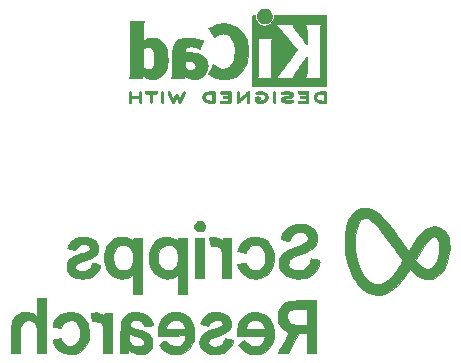
<source format=gbr>
G04 #@! TF.GenerationSoftware,KiCad,Pcbnew,(5.0.0-rc3-dev)*
G04 #@! TF.CreationDate,2019-09-30T17:53:01-04:00*
G04 #@! TF.ProjectId,orbital shaker,6F72626974616C207368616B65722E6B,rev?*
G04 #@! TF.SameCoordinates,Original*
G04 #@! TF.FileFunction,Legend,Bot*
G04 #@! TF.FilePolarity,Positive*
%FSLAX46Y46*%
G04 Gerber Fmt 4.6, Leading zero omitted, Abs format (unit mm)*
G04 Created by KiCad (PCBNEW (5.0.0-rc3-dev)) date 09/30/19 17:53:01*
%MOMM*%
%LPD*%
G01*
G04 APERTURE LIST*
%ADD10C,0.010000*%
G04 APERTURE END LIST*
D10*
G04 #@! TO.C,REF\002A\002A\002A*
G36*
X132609754Y-76934945D02*
X132557189Y-76935480D01*
X132403165Y-76939196D01*
X132274171Y-76950235D01*
X132165809Y-76969782D01*
X132073684Y-76999019D01*
X131993399Y-77039133D01*
X131920558Y-77091305D01*
X131894541Y-77113969D01*
X131851383Y-77166998D01*
X131812467Y-77238957D01*
X131782473Y-77318720D01*
X131766081Y-77395161D01*
X131764378Y-77423408D01*
X131775051Y-77501710D01*
X131803653Y-77587241D01*
X131845057Y-77668199D01*
X131894141Y-77732782D01*
X131902113Y-77740574D01*
X131969646Y-77795344D01*
X132043598Y-77838099D01*
X132128234Y-77869959D01*
X132227817Y-77892044D01*
X132346612Y-77905474D01*
X132488880Y-77911370D01*
X132554046Y-77911870D01*
X132636901Y-77911471D01*
X132695169Y-77909802D01*
X132734316Y-77906158D01*
X132759809Y-77899829D01*
X132777114Y-77890110D01*
X132786390Y-77881810D01*
X132795152Y-77871728D01*
X132802025Y-77858721D01*
X132807238Y-77839305D01*
X132811019Y-77809996D01*
X132813597Y-77767309D01*
X132815200Y-77707761D01*
X132816057Y-77627866D01*
X132816397Y-77524141D01*
X132816449Y-77423408D01*
X132816780Y-77289055D01*
X132816708Y-77181728D01*
X132815430Y-77130331D01*
X132621065Y-77130331D01*
X132621065Y-77716485D01*
X132497071Y-77716371D01*
X132422461Y-77714232D01*
X132344318Y-77708719D01*
X132279120Y-77701008D01*
X132277136Y-77700691D01*
X132171763Y-77675214D01*
X132090032Y-77635536D01*
X132027862Y-77579074D01*
X131988360Y-77517942D01*
X131964020Y-77450129D01*
X131965907Y-77386455D01*
X131994155Y-77318201D01*
X132049408Y-77247592D01*
X132125973Y-77195271D01*
X132225495Y-77160299D01*
X132292007Y-77147922D01*
X132367507Y-77139230D01*
X132447525Y-77132940D01*
X132515584Y-77130324D01*
X132519615Y-77130312D01*
X132621065Y-77130331D01*
X132815430Y-77130331D01*
X132814636Y-77098417D01*
X132808961Y-77036115D01*
X132798087Y-76991811D01*
X132780414Y-76962496D01*
X132754343Y-76945161D01*
X132718275Y-76936797D01*
X132670612Y-76934395D01*
X132609754Y-76934945D01*
X132609754Y-76934945D01*
G37*
X132609754Y-76934945D02*
X132557189Y-76935480D01*
X132403165Y-76939196D01*
X132274171Y-76950235D01*
X132165809Y-76969782D01*
X132073684Y-76999019D01*
X131993399Y-77039133D01*
X131920558Y-77091305D01*
X131894541Y-77113969D01*
X131851383Y-77166998D01*
X131812467Y-77238957D01*
X131782473Y-77318720D01*
X131766081Y-77395161D01*
X131764378Y-77423408D01*
X131775051Y-77501710D01*
X131803653Y-77587241D01*
X131845057Y-77668199D01*
X131894141Y-77732782D01*
X131902113Y-77740574D01*
X131969646Y-77795344D01*
X132043598Y-77838099D01*
X132128234Y-77869959D01*
X132227817Y-77892044D01*
X132346612Y-77905474D01*
X132488880Y-77911370D01*
X132554046Y-77911870D01*
X132636901Y-77911471D01*
X132695169Y-77909802D01*
X132734316Y-77906158D01*
X132759809Y-77899829D01*
X132777114Y-77890110D01*
X132786390Y-77881810D01*
X132795152Y-77871728D01*
X132802025Y-77858721D01*
X132807238Y-77839305D01*
X132811019Y-77809996D01*
X132813597Y-77767309D01*
X132815200Y-77707761D01*
X132816057Y-77627866D01*
X132816397Y-77524141D01*
X132816449Y-77423408D01*
X132816780Y-77289055D01*
X132816708Y-77181728D01*
X132815430Y-77130331D01*
X132621065Y-77130331D01*
X132621065Y-77716485D01*
X132497071Y-77716371D01*
X132422461Y-77714232D01*
X132344318Y-77708719D01*
X132279120Y-77701008D01*
X132277136Y-77700691D01*
X132171763Y-77675214D01*
X132090032Y-77635536D01*
X132027862Y-77579074D01*
X131988360Y-77517942D01*
X131964020Y-77450129D01*
X131965907Y-77386455D01*
X131994155Y-77318201D01*
X132049408Y-77247592D01*
X132125973Y-77195271D01*
X132225495Y-77160299D01*
X132292007Y-77147922D01*
X132367507Y-77139230D01*
X132447525Y-77132940D01*
X132515584Y-77130324D01*
X132519615Y-77130312D01*
X132621065Y-77130331D01*
X132815430Y-77130331D01*
X132814636Y-77098417D01*
X132808961Y-77036115D01*
X132798087Y-76991811D01*
X132780414Y-76962496D01*
X132754343Y-76945161D01*
X132718275Y-76936797D01*
X132670612Y-76934395D01*
X132609754Y-76934945D01*
G36*
X130734430Y-76935052D02*
X130642022Y-76935548D01*
X130572273Y-76936701D01*
X130521483Y-76938780D01*
X130485951Y-76942051D01*
X130461978Y-76946783D01*
X130445864Y-76953243D01*
X130433909Y-76961699D01*
X130429579Y-76965591D01*
X130403251Y-77006940D01*
X130398511Y-77054452D01*
X130415830Y-77096631D01*
X130423839Y-77105156D01*
X130436792Y-77113421D01*
X130457648Y-77119797D01*
X130490276Y-77124595D01*
X130538542Y-77128124D01*
X130606314Y-77130694D01*
X130697460Y-77132617D01*
X130780791Y-77133787D01*
X131110592Y-77137846D01*
X131119606Y-77310686D01*
X130895742Y-77310686D01*
X130798554Y-77311525D01*
X130727403Y-77315032D01*
X130678291Y-77322695D01*
X130647217Y-77336003D01*
X130630184Y-77356441D01*
X130623192Y-77385499D01*
X130622130Y-77412467D01*
X130625430Y-77445557D01*
X130637883Y-77469940D01*
X130663320Y-77486889D01*
X130705571Y-77497679D01*
X130768466Y-77503584D01*
X130855835Y-77505877D01*
X130903521Y-77506071D01*
X131118106Y-77506071D01*
X131118106Y-77716485D01*
X130787455Y-77716485D01*
X130679070Y-77716636D01*
X130596697Y-77717314D01*
X130536289Y-77718856D01*
X130493799Y-77721599D01*
X130465181Y-77725881D01*
X130446388Y-77732039D01*
X130433374Y-77740409D01*
X130426745Y-77746544D01*
X130404007Y-77782349D01*
X130396686Y-77814177D01*
X130407139Y-77853054D01*
X130426745Y-77881810D01*
X130437205Y-77890863D01*
X130450708Y-77897893D01*
X130470886Y-77903154D01*
X130501371Y-77906901D01*
X130545795Y-77909390D01*
X130607791Y-77910875D01*
X130690991Y-77911611D01*
X130799027Y-77911854D01*
X130855089Y-77911870D01*
X130975144Y-77911763D01*
X131068774Y-77911275D01*
X131139609Y-77910149D01*
X131191281Y-77908131D01*
X131227423Y-77904966D01*
X131251668Y-77900399D01*
X131267647Y-77894176D01*
X131278993Y-77886040D01*
X131283432Y-77881810D01*
X131292217Y-77871696D01*
X131299104Y-77858648D01*
X131304321Y-77839170D01*
X131308099Y-77809764D01*
X131310670Y-77766934D01*
X131312264Y-77707184D01*
X131313111Y-77627017D01*
X131313442Y-77522937D01*
X131313491Y-77426028D01*
X131313446Y-77301923D01*
X131313134Y-77204366D01*
X131312288Y-77129846D01*
X131310642Y-77074851D01*
X131307929Y-77035870D01*
X131303883Y-77009393D01*
X131298237Y-76991906D01*
X131290726Y-76979900D01*
X131281082Y-76969863D01*
X131278706Y-76967626D01*
X131267175Y-76957719D01*
X131253778Y-76950048D01*
X131234796Y-76944326D01*
X131206515Y-76940268D01*
X131165218Y-76937588D01*
X131107188Y-76936002D01*
X131028709Y-76935224D01*
X130926066Y-76934968D01*
X130853196Y-76934946D01*
X130734430Y-76935052D01*
X130734430Y-76935052D01*
G37*
X130734430Y-76935052D02*
X130642022Y-76935548D01*
X130572273Y-76936701D01*
X130521483Y-76938780D01*
X130485951Y-76942051D01*
X130461978Y-76946783D01*
X130445864Y-76953243D01*
X130433909Y-76961699D01*
X130429579Y-76965591D01*
X130403251Y-77006940D01*
X130398511Y-77054452D01*
X130415830Y-77096631D01*
X130423839Y-77105156D01*
X130436792Y-77113421D01*
X130457648Y-77119797D01*
X130490276Y-77124595D01*
X130538542Y-77128124D01*
X130606314Y-77130694D01*
X130697460Y-77132617D01*
X130780791Y-77133787D01*
X131110592Y-77137846D01*
X131119606Y-77310686D01*
X130895742Y-77310686D01*
X130798554Y-77311525D01*
X130727403Y-77315032D01*
X130678291Y-77322695D01*
X130647217Y-77336003D01*
X130630184Y-77356441D01*
X130623192Y-77385499D01*
X130622130Y-77412467D01*
X130625430Y-77445557D01*
X130637883Y-77469940D01*
X130663320Y-77486889D01*
X130705571Y-77497679D01*
X130768466Y-77503584D01*
X130855835Y-77505877D01*
X130903521Y-77506071D01*
X131118106Y-77506071D01*
X131118106Y-77716485D01*
X130787455Y-77716485D01*
X130679070Y-77716636D01*
X130596697Y-77717314D01*
X130536289Y-77718856D01*
X130493799Y-77721599D01*
X130465181Y-77725881D01*
X130446388Y-77732039D01*
X130433374Y-77740409D01*
X130426745Y-77746544D01*
X130404007Y-77782349D01*
X130396686Y-77814177D01*
X130407139Y-77853054D01*
X130426745Y-77881810D01*
X130437205Y-77890863D01*
X130450708Y-77897893D01*
X130470886Y-77903154D01*
X130501371Y-77906901D01*
X130545795Y-77909390D01*
X130607791Y-77910875D01*
X130690991Y-77911611D01*
X130799027Y-77911854D01*
X130855089Y-77911870D01*
X130975144Y-77911763D01*
X131068774Y-77911275D01*
X131139609Y-77910149D01*
X131191281Y-77908131D01*
X131227423Y-77904966D01*
X131251668Y-77900399D01*
X131267647Y-77894176D01*
X131278993Y-77886040D01*
X131283432Y-77881810D01*
X131292217Y-77871696D01*
X131299104Y-77858648D01*
X131304321Y-77839170D01*
X131308099Y-77809764D01*
X131310670Y-77766934D01*
X131312264Y-77707184D01*
X131313111Y-77627017D01*
X131313442Y-77522937D01*
X131313491Y-77426028D01*
X131313446Y-77301923D01*
X131313134Y-77204366D01*
X131312288Y-77129846D01*
X131310642Y-77074851D01*
X131307929Y-77035870D01*
X131303883Y-77009393D01*
X131298237Y-76991906D01*
X131290726Y-76979900D01*
X131281082Y-76969863D01*
X131278706Y-76967626D01*
X131267175Y-76957719D01*
X131253778Y-76950048D01*
X131234796Y-76944326D01*
X131206515Y-76940268D01*
X131165218Y-76937588D01*
X131107188Y-76936002D01*
X131028709Y-76935224D01*
X130926066Y-76934968D01*
X130853196Y-76934946D01*
X130734430Y-76935052D01*
G36*
X129374988Y-76936657D02*
X129275383Y-76943620D01*
X129182744Y-76954495D01*
X129102458Y-76968874D01*
X129039908Y-76986346D01*
X129000481Y-77006502D01*
X128994429Y-77012435D01*
X128973384Y-77058475D01*
X128979766Y-77105740D01*
X129012407Y-77146178D01*
X129013964Y-77147337D01*
X129033163Y-77159797D01*
X129053205Y-77166349D01*
X129081160Y-77167144D01*
X129124099Y-77162336D01*
X129189091Y-77152075D01*
X129194319Y-77151211D01*
X129291161Y-77139314D01*
X129395644Y-77133445D01*
X129500435Y-77133388D01*
X129598202Y-77138927D01*
X129681612Y-77149845D01*
X129743333Y-77165925D01*
X129747388Y-77167541D01*
X129792164Y-77192629D01*
X129807896Y-77218018D01*
X129795580Y-77242987D01*
X129756215Y-77266816D01*
X129690798Y-77288782D01*
X129600326Y-77308166D01*
X129540000Y-77317498D01*
X129414600Y-77335449D01*
X129314865Y-77351859D01*
X129236546Y-77368148D01*
X129175393Y-77385738D01*
X129127159Y-77406049D01*
X129087595Y-77430503D01*
X129052452Y-77460520D01*
X129024211Y-77489996D01*
X128990708Y-77531067D01*
X128974219Y-77566382D01*
X128969063Y-77609893D01*
X128968876Y-77625828D01*
X128972748Y-77678705D01*
X128988227Y-77718043D01*
X129015015Y-77752960D01*
X129069459Y-77806334D01*
X129130170Y-77847038D01*
X129201658Y-77876400D01*
X129288436Y-77895747D01*
X129395014Y-77906406D01*
X129525903Y-77909705D01*
X129547515Y-77909649D01*
X129634798Y-77907840D01*
X129721359Y-77903729D01*
X129797762Y-77897906D01*
X129854570Y-77890961D01*
X129859164Y-77890164D01*
X129915645Y-77876784D01*
X129963552Y-77859882D01*
X129990673Y-77844431D01*
X130015911Y-77803666D01*
X130017669Y-77756198D01*
X129995912Y-77713895D01*
X129991044Y-77709112D01*
X129970922Y-77694899D01*
X129945758Y-77688776D01*
X129906813Y-77689818D01*
X129859535Y-77695234D01*
X129806705Y-77700073D01*
X129732648Y-77704155D01*
X129646191Y-77707118D01*
X129556163Y-77708597D01*
X129532485Y-77708694D01*
X129442122Y-77708330D01*
X129375989Y-77706576D01*
X129328267Y-77702823D01*
X129293138Y-77696463D01*
X129264782Y-77686887D01*
X129247741Y-77678911D01*
X129210296Y-77656765D01*
X129186421Y-77636708D01*
X129182932Y-77631023D01*
X129190293Y-77607545D01*
X129225287Y-77584817D01*
X129285488Y-77563870D01*
X129368471Y-77545736D01*
X129392920Y-77541697D01*
X129520622Y-77521639D01*
X129622540Y-77504874D01*
X129702606Y-77490183D01*
X129764754Y-77476348D01*
X129812918Y-77462151D01*
X129851032Y-77446373D01*
X129883030Y-77427796D01*
X129912844Y-77405202D01*
X129944410Y-77377373D01*
X129955032Y-77367616D01*
X129992273Y-77331202D01*
X130011987Y-77302352D01*
X130019699Y-77269338D01*
X130020947Y-77227735D01*
X130007215Y-77146151D01*
X129966178Y-77076834D01*
X129898070Y-77020008D01*
X129803127Y-76975897D01*
X129735384Y-76956112D01*
X129661759Y-76943333D01*
X129573561Y-76936104D01*
X129476176Y-76934015D01*
X129374988Y-76936657D01*
X129374988Y-76936657D01*
G37*
X129374988Y-76936657D02*
X129275383Y-76943620D01*
X129182744Y-76954495D01*
X129102458Y-76968874D01*
X129039908Y-76986346D01*
X129000481Y-77006502D01*
X128994429Y-77012435D01*
X128973384Y-77058475D01*
X128979766Y-77105740D01*
X129012407Y-77146178D01*
X129013964Y-77147337D01*
X129033163Y-77159797D01*
X129053205Y-77166349D01*
X129081160Y-77167144D01*
X129124099Y-77162336D01*
X129189091Y-77152075D01*
X129194319Y-77151211D01*
X129291161Y-77139314D01*
X129395644Y-77133445D01*
X129500435Y-77133388D01*
X129598202Y-77138927D01*
X129681612Y-77149845D01*
X129743333Y-77165925D01*
X129747388Y-77167541D01*
X129792164Y-77192629D01*
X129807896Y-77218018D01*
X129795580Y-77242987D01*
X129756215Y-77266816D01*
X129690798Y-77288782D01*
X129600326Y-77308166D01*
X129540000Y-77317498D01*
X129414600Y-77335449D01*
X129314865Y-77351859D01*
X129236546Y-77368148D01*
X129175393Y-77385738D01*
X129127159Y-77406049D01*
X129087595Y-77430503D01*
X129052452Y-77460520D01*
X129024211Y-77489996D01*
X128990708Y-77531067D01*
X128974219Y-77566382D01*
X128969063Y-77609893D01*
X128968876Y-77625828D01*
X128972748Y-77678705D01*
X128988227Y-77718043D01*
X129015015Y-77752960D01*
X129069459Y-77806334D01*
X129130170Y-77847038D01*
X129201658Y-77876400D01*
X129288436Y-77895747D01*
X129395014Y-77906406D01*
X129525903Y-77909705D01*
X129547515Y-77909649D01*
X129634798Y-77907840D01*
X129721359Y-77903729D01*
X129797762Y-77897906D01*
X129854570Y-77890961D01*
X129859164Y-77890164D01*
X129915645Y-77876784D01*
X129963552Y-77859882D01*
X129990673Y-77844431D01*
X130015911Y-77803666D01*
X130017669Y-77756198D01*
X129995912Y-77713895D01*
X129991044Y-77709112D01*
X129970922Y-77694899D01*
X129945758Y-77688776D01*
X129906813Y-77689818D01*
X129859535Y-77695234D01*
X129806705Y-77700073D01*
X129732648Y-77704155D01*
X129646191Y-77707118D01*
X129556163Y-77708597D01*
X129532485Y-77708694D01*
X129442122Y-77708330D01*
X129375989Y-77706576D01*
X129328267Y-77702823D01*
X129293138Y-77696463D01*
X129264782Y-77686887D01*
X129247741Y-77678911D01*
X129210296Y-77656765D01*
X129186421Y-77636708D01*
X129182932Y-77631023D01*
X129190293Y-77607545D01*
X129225287Y-77584817D01*
X129285488Y-77563870D01*
X129368471Y-77545736D01*
X129392920Y-77541697D01*
X129520622Y-77521639D01*
X129622540Y-77504874D01*
X129702606Y-77490183D01*
X129764754Y-77476348D01*
X129812918Y-77462151D01*
X129851032Y-77446373D01*
X129883030Y-77427796D01*
X129912844Y-77405202D01*
X129944410Y-77377373D01*
X129955032Y-77367616D01*
X129992273Y-77331202D01*
X130011987Y-77302352D01*
X130019699Y-77269338D01*
X130020947Y-77227735D01*
X130007215Y-77146151D01*
X129966178Y-77076834D01*
X129898070Y-77020008D01*
X129803127Y-76975897D01*
X129735384Y-76956112D01*
X129661759Y-76943333D01*
X129573561Y-76936104D01*
X129476176Y-76934015D01*
X129374988Y-76936657D01*
G36*
X128352663Y-76965006D02*
X128343901Y-76975088D01*
X128337028Y-76988095D01*
X128331815Y-77007511D01*
X128328034Y-77036820D01*
X128325456Y-77079507D01*
X128323853Y-77139055D01*
X128322995Y-77218950D01*
X128322656Y-77322676D01*
X128322603Y-77423408D01*
X128322696Y-77548352D01*
X128323127Y-77646721D01*
X128324123Y-77722001D01*
X128325915Y-77777674D01*
X128328729Y-77817226D01*
X128332796Y-77844141D01*
X128338342Y-77861903D01*
X128345597Y-77873997D01*
X128352663Y-77881810D01*
X128396602Y-77908012D01*
X128443420Y-77905661D01*
X128485309Y-77877084D01*
X128494934Y-77865927D01*
X128502455Y-77852983D01*
X128508134Y-77834672D01*
X128512227Y-77807418D01*
X128514995Y-77767640D01*
X128516696Y-77711762D01*
X128517589Y-77636204D01*
X128517933Y-77537388D01*
X128517988Y-77425514D01*
X128517988Y-77008728D01*
X128481097Y-76971837D01*
X128435625Y-76940800D01*
X128391516Y-76939681D01*
X128352663Y-76965006D01*
X128352663Y-76965006D01*
G37*
X128352663Y-76965006D02*
X128343901Y-76975088D01*
X128337028Y-76988095D01*
X128331815Y-77007511D01*
X128328034Y-77036820D01*
X128325456Y-77079507D01*
X128323853Y-77139055D01*
X128322995Y-77218950D01*
X128322656Y-77322676D01*
X128322603Y-77423408D01*
X128322696Y-77548352D01*
X128323127Y-77646721D01*
X128324123Y-77722001D01*
X128325915Y-77777674D01*
X128328729Y-77817226D01*
X128332796Y-77844141D01*
X128338342Y-77861903D01*
X128345597Y-77873997D01*
X128352663Y-77881810D01*
X128396602Y-77908012D01*
X128443420Y-77905661D01*
X128485309Y-77877084D01*
X128494934Y-77865927D01*
X128502455Y-77852983D01*
X128508134Y-77834672D01*
X128512227Y-77807418D01*
X128514995Y-77767640D01*
X128516696Y-77711762D01*
X128517589Y-77636204D01*
X128517933Y-77537388D01*
X128517988Y-77425514D01*
X128517988Y-77008728D01*
X128481097Y-76971837D01*
X128435625Y-76940800D01*
X128391516Y-76939681D01*
X128352663Y-76965006D01*
G36*
X127056262Y-76942312D02*
X126965041Y-76957618D01*
X126894982Y-76981411D01*
X126849404Y-77012740D01*
X126836984Y-77030614D01*
X126824354Y-77072185D01*
X126832853Y-77109792D01*
X126859685Y-77145455D01*
X126901376Y-77162139D01*
X126961870Y-77160784D01*
X127008659Y-77151745D01*
X127112628Y-77134523D01*
X127218880Y-77132887D01*
X127337809Y-77146865D01*
X127370660Y-77152788D01*
X127481245Y-77183967D01*
X127567759Y-77230346D01*
X127629253Y-77291135D01*
X127664778Y-77365544D01*
X127672125Y-77404014D01*
X127667316Y-77482063D01*
X127636266Y-77551117D01*
X127581806Y-77609829D01*
X127506764Y-77656853D01*
X127413970Y-77690843D01*
X127306252Y-77710454D01*
X127186441Y-77714341D01*
X127057365Y-77701156D01*
X127050077Y-77699912D01*
X126998738Y-77690350D01*
X126970272Y-77681114D01*
X126957934Y-77667409D01*
X126954978Y-77644442D01*
X126954911Y-77632279D01*
X126954911Y-77581219D01*
X127046077Y-77581219D01*
X127126582Y-77575704D01*
X127181521Y-77558130D01*
X127213486Y-77526953D01*
X127225072Y-77480630D01*
X127225213Y-77474584D01*
X127218435Y-77434989D01*
X127195191Y-77406717D01*
X127151930Y-77388007D01*
X127085101Y-77377100D01*
X127020370Y-77373090D01*
X126926287Y-77370789D01*
X126858044Y-77374300D01*
X126811501Y-77387255D01*
X126782518Y-77413286D01*
X126766955Y-77456027D01*
X126760671Y-77519110D01*
X126759526Y-77601964D01*
X126761402Y-77694446D01*
X126767046Y-77757354D01*
X126776482Y-77790939D01*
X126778313Y-77793569D01*
X126830125Y-77835534D01*
X126906090Y-77868768D01*
X127001392Y-77892559D01*
X127111216Y-77906199D01*
X127230746Y-77908978D01*
X127355166Y-77900185D01*
X127428343Y-77889385D01*
X127543120Y-77856898D01*
X127649796Y-77803786D01*
X127739111Y-77734855D01*
X127752686Y-77721078D01*
X127796792Y-77663158D01*
X127836589Y-77591376D01*
X127867427Y-77516119D01*
X127884657Y-77447777D01*
X127886734Y-77421529D01*
X127877893Y-77366777D01*
X127854395Y-77298655D01*
X127820749Y-77226950D01*
X127781464Y-77161449D01*
X127746755Y-77117698D01*
X127665603Y-77052619D01*
X127560698Y-77000821D01*
X127435800Y-76963474D01*
X127294667Y-76941753D01*
X127165325Y-76936445D01*
X127056262Y-76942312D01*
X127056262Y-76942312D01*
G37*
X127056262Y-76942312D02*
X126965041Y-76957618D01*
X126894982Y-76981411D01*
X126849404Y-77012740D01*
X126836984Y-77030614D01*
X126824354Y-77072185D01*
X126832853Y-77109792D01*
X126859685Y-77145455D01*
X126901376Y-77162139D01*
X126961870Y-77160784D01*
X127008659Y-77151745D01*
X127112628Y-77134523D01*
X127218880Y-77132887D01*
X127337809Y-77146865D01*
X127370660Y-77152788D01*
X127481245Y-77183967D01*
X127567759Y-77230346D01*
X127629253Y-77291135D01*
X127664778Y-77365544D01*
X127672125Y-77404014D01*
X127667316Y-77482063D01*
X127636266Y-77551117D01*
X127581806Y-77609829D01*
X127506764Y-77656853D01*
X127413970Y-77690843D01*
X127306252Y-77710454D01*
X127186441Y-77714341D01*
X127057365Y-77701156D01*
X127050077Y-77699912D01*
X126998738Y-77690350D01*
X126970272Y-77681114D01*
X126957934Y-77667409D01*
X126954978Y-77644442D01*
X126954911Y-77632279D01*
X126954911Y-77581219D01*
X127046077Y-77581219D01*
X127126582Y-77575704D01*
X127181521Y-77558130D01*
X127213486Y-77526953D01*
X127225072Y-77480630D01*
X127225213Y-77474584D01*
X127218435Y-77434989D01*
X127195191Y-77406717D01*
X127151930Y-77388007D01*
X127085101Y-77377100D01*
X127020370Y-77373090D01*
X126926287Y-77370789D01*
X126858044Y-77374300D01*
X126811501Y-77387255D01*
X126782518Y-77413286D01*
X126766955Y-77456027D01*
X126760671Y-77519110D01*
X126759526Y-77601964D01*
X126761402Y-77694446D01*
X126767046Y-77757354D01*
X126776482Y-77790939D01*
X126778313Y-77793569D01*
X126830125Y-77835534D01*
X126906090Y-77868768D01*
X127001392Y-77892559D01*
X127111216Y-77906199D01*
X127230746Y-77908978D01*
X127355166Y-77900185D01*
X127428343Y-77889385D01*
X127543120Y-77856898D01*
X127649796Y-77803786D01*
X127739111Y-77734855D01*
X127752686Y-77721078D01*
X127796792Y-77663158D01*
X127836589Y-77591376D01*
X127867427Y-77516119D01*
X127884657Y-77447777D01*
X127886734Y-77421529D01*
X127877893Y-77366777D01*
X127854395Y-77298655D01*
X127820749Y-77226950D01*
X127781464Y-77161449D01*
X127746755Y-77117698D01*
X127665603Y-77052619D01*
X127560698Y-77000821D01*
X127435800Y-76963474D01*
X127294667Y-76941753D01*
X127165325Y-76936445D01*
X127056262Y-76942312D01*
G36*
X126190920Y-76940780D02*
X126159545Y-76959185D01*
X126118522Y-76989285D01*
X126065724Y-77032496D01*
X125999025Y-77090238D01*
X125916299Y-77163928D01*
X125815420Y-77254984D01*
X125699941Y-77359674D01*
X125459467Y-77577743D01*
X125451952Y-77285044D01*
X125449239Y-77184290D01*
X125446622Y-77109258D01*
X125443520Y-77055620D01*
X125439356Y-77019046D01*
X125433551Y-76995207D01*
X125425524Y-76979774D01*
X125414697Y-76968418D01*
X125408956Y-76963646D01*
X125362983Y-76938413D01*
X125319237Y-76942102D01*
X125284535Y-76963659D01*
X125249053Y-76992371D01*
X125244640Y-77411686D01*
X125243419Y-77535007D01*
X125242797Y-77631884D01*
X125242990Y-77705930D01*
X125244214Y-77760757D01*
X125246684Y-77799979D01*
X125250614Y-77827209D01*
X125256220Y-77846059D01*
X125263718Y-77860141D01*
X125272033Y-77871435D01*
X125290022Y-77892382D01*
X125307921Y-77906267D01*
X125328212Y-77911596D01*
X125353378Y-77906876D01*
X125385900Y-77890613D01*
X125428263Y-77861313D01*
X125482948Y-77817482D01*
X125552437Y-77757627D01*
X125639215Y-77680254D01*
X125737515Y-77591350D01*
X126090710Y-77270971D01*
X126098225Y-77562713D01*
X126100943Y-77663283D01*
X126103567Y-77738140D01*
X126106679Y-77791620D01*
X126110862Y-77828062D01*
X126116697Y-77851804D01*
X126124766Y-77867182D01*
X126135651Y-77878536D01*
X126141221Y-77883162D01*
X126190456Y-77908578D01*
X126236977Y-77904745D01*
X126277489Y-77872269D01*
X126286756Y-77859203D01*
X126293979Y-77843945D01*
X126299412Y-77822832D01*
X126303308Y-77792205D01*
X126305921Y-77748402D01*
X126307507Y-77687763D01*
X126308318Y-77606627D01*
X126308608Y-77501333D01*
X126308639Y-77423408D01*
X126308541Y-77301524D01*
X126308079Y-77206039D01*
X126306997Y-77133291D01*
X126305043Y-77079619D01*
X126301962Y-77041363D01*
X126297500Y-77014863D01*
X126291403Y-76996456D01*
X126283417Y-76982484D01*
X126277489Y-76974547D01*
X126262462Y-76955748D01*
X126248418Y-76941553D01*
X126233230Y-76933382D01*
X126214773Y-76932652D01*
X126190920Y-76940780D01*
X126190920Y-76940780D01*
G37*
X126190920Y-76940780D02*
X126159545Y-76959185D01*
X126118522Y-76989285D01*
X126065724Y-77032496D01*
X125999025Y-77090238D01*
X125916299Y-77163928D01*
X125815420Y-77254984D01*
X125699941Y-77359674D01*
X125459467Y-77577743D01*
X125451952Y-77285044D01*
X125449239Y-77184290D01*
X125446622Y-77109258D01*
X125443520Y-77055620D01*
X125439356Y-77019046D01*
X125433551Y-76995207D01*
X125425524Y-76979774D01*
X125414697Y-76968418D01*
X125408956Y-76963646D01*
X125362983Y-76938413D01*
X125319237Y-76942102D01*
X125284535Y-76963659D01*
X125249053Y-76992371D01*
X125244640Y-77411686D01*
X125243419Y-77535007D01*
X125242797Y-77631884D01*
X125242990Y-77705930D01*
X125244214Y-77760757D01*
X125246684Y-77799979D01*
X125250614Y-77827209D01*
X125256220Y-77846059D01*
X125263718Y-77860141D01*
X125272033Y-77871435D01*
X125290022Y-77892382D01*
X125307921Y-77906267D01*
X125328212Y-77911596D01*
X125353378Y-77906876D01*
X125385900Y-77890613D01*
X125428263Y-77861313D01*
X125482948Y-77817482D01*
X125552437Y-77757627D01*
X125639215Y-77680254D01*
X125737515Y-77591350D01*
X126090710Y-77270971D01*
X126098225Y-77562713D01*
X126100943Y-77663283D01*
X126103567Y-77738140D01*
X126106679Y-77791620D01*
X126110862Y-77828062D01*
X126116697Y-77851804D01*
X126124766Y-77867182D01*
X126135651Y-77878536D01*
X126141221Y-77883162D01*
X126190456Y-77908578D01*
X126236977Y-77904745D01*
X126277489Y-77872269D01*
X126286756Y-77859203D01*
X126293979Y-77843945D01*
X126299412Y-77822832D01*
X126303308Y-77792205D01*
X126305921Y-77748402D01*
X126307507Y-77687763D01*
X126308318Y-77606627D01*
X126308608Y-77501333D01*
X126308639Y-77423408D01*
X126308541Y-77301524D01*
X126308079Y-77206039D01*
X126306997Y-77133291D01*
X126305043Y-77079619D01*
X126301962Y-77041363D01*
X126297500Y-77014863D01*
X126291403Y-76996456D01*
X126283417Y-76982484D01*
X126277489Y-76974547D01*
X126262462Y-76955748D01*
X126248418Y-76941553D01*
X126233230Y-76933382D01*
X126214773Y-76932652D01*
X126190920Y-76940780D01*
G36*
X124153330Y-76935203D02*
X124051669Y-76936420D01*
X123973764Y-76939266D01*
X123916465Y-76944410D01*
X123876619Y-76952520D01*
X123851078Y-76964267D01*
X123836689Y-76980318D01*
X123830301Y-77001344D01*
X123828765Y-77028012D01*
X123828757Y-77031162D01*
X123830091Y-77061326D01*
X123836395Y-77084639D01*
X123851124Y-77102042D01*
X123877731Y-77114476D01*
X123919672Y-77122881D01*
X123980400Y-77128201D01*
X124063370Y-77131375D01*
X124172035Y-77133345D01*
X124205341Y-77133781D01*
X124527633Y-77137846D01*
X124532140Y-77224266D01*
X124536648Y-77310686D01*
X124312783Y-77310686D01*
X124225325Y-77311009D01*
X124162877Y-77312373D01*
X124120392Y-77315375D01*
X124092823Y-77320609D01*
X124075124Y-77328671D01*
X124062249Y-77340156D01*
X124062166Y-77340247D01*
X124038816Y-77385007D01*
X124039660Y-77433383D01*
X124064167Y-77474622D01*
X124069017Y-77478861D01*
X124086231Y-77489785D01*
X124109820Y-77497385D01*
X124145039Y-77502233D01*
X124197146Y-77504902D01*
X124271396Y-77505964D01*
X124318884Y-77506071D01*
X124535148Y-77506071D01*
X124535148Y-77716485D01*
X124206826Y-77716485D01*
X124098428Y-77716675D01*
X124016111Y-77717450D01*
X123955897Y-77719120D01*
X123913811Y-77721994D01*
X123885875Y-77726383D01*
X123868112Y-77732595D01*
X123856546Y-77740940D01*
X123853631Y-77743970D01*
X123832110Y-77785970D01*
X123830536Y-77833750D01*
X123848191Y-77875178D01*
X123862161Y-77888473D01*
X123876692Y-77895792D01*
X123899208Y-77901455D01*
X123933270Y-77905659D01*
X123982439Y-77908604D01*
X124050278Y-77910487D01*
X124140348Y-77911506D01*
X124256209Y-77911861D01*
X124282403Y-77911870D01*
X124400207Y-77911792D01*
X124491650Y-77911367D01*
X124560432Y-77910302D01*
X124610250Y-77908305D01*
X124644806Y-77905086D01*
X124667796Y-77900352D01*
X124682920Y-77893813D01*
X124693877Y-77885177D01*
X124699888Y-77878976D01*
X124708936Y-77867993D01*
X124716004Y-77854388D01*
X124721337Y-77834592D01*
X124725178Y-77805038D01*
X124727771Y-77762157D01*
X124729359Y-77702381D01*
X124730185Y-77622143D01*
X124730494Y-77517875D01*
X124730532Y-77430116D01*
X124730438Y-77307144D01*
X124729989Y-77210605D01*
X124728938Y-77136875D01*
X124727036Y-77082326D01*
X124724037Y-77043335D01*
X124719691Y-77016275D01*
X124713752Y-76997520D01*
X124705971Y-76983446D01*
X124699382Y-76974547D01*
X124668232Y-76934946D01*
X124281898Y-76934946D01*
X124153330Y-76935203D01*
X124153330Y-76935203D01*
G37*
X124153330Y-76935203D02*
X124051669Y-76936420D01*
X123973764Y-76939266D01*
X123916465Y-76944410D01*
X123876619Y-76952520D01*
X123851078Y-76964267D01*
X123836689Y-76980318D01*
X123830301Y-77001344D01*
X123828765Y-77028012D01*
X123828757Y-77031162D01*
X123830091Y-77061326D01*
X123836395Y-77084639D01*
X123851124Y-77102042D01*
X123877731Y-77114476D01*
X123919672Y-77122881D01*
X123980400Y-77128201D01*
X124063370Y-77131375D01*
X124172035Y-77133345D01*
X124205341Y-77133781D01*
X124527633Y-77137846D01*
X124532140Y-77224266D01*
X124536648Y-77310686D01*
X124312783Y-77310686D01*
X124225325Y-77311009D01*
X124162877Y-77312373D01*
X124120392Y-77315375D01*
X124092823Y-77320609D01*
X124075124Y-77328671D01*
X124062249Y-77340156D01*
X124062166Y-77340247D01*
X124038816Y-77385007D01*
X124039660Y-77433383D01*
X124064167Y-77474622D01*
X124069017Y-77478861D01*
X124086231Y-77489785D01*
X124109820Y-77497385D01*
X124145039Y-77502233D01*
X124197146Y-77504902D01*
X124271396Y-77505964D01*
X124318884Y-77506071D01*
X124535148Y-77506071D01*
X124535148Y-77716485D01*
X124206826Y-77716485D01*
X124098428Y-77716675D01*
X124016111Y-77717450D01*
X123955897Y-77719120D01*
X123913811Y-77721994D01*
X123885875Y-77726383D01*
X123868112Y-77732595D01*
X123856546Y-77740940D01*
X123853631Y-77743970D01*
X123832110Y-77785970D01*
X123830536Y-77833750D01*
X123848191Y-77875178D01*
X123862161Y-77888473D01*
X123876692Y-77895792D01*
X123899208Y-77901455D01*
X123933270Y-77905659D01*
X123982439Y-77908604D01*
X124050278Y-77910487D01*
X124140348Y-77911506D01*
X124256209Y-77911861D01*
X124282403Y-77911870D01*
X124400207Y-77911792D01*
X124491650Y-77911367D01*
X124560432Y-77910302D01*
X124610250Y-77908305D01*
X124644806Y-77905086D01*
X124667796Y-77900352D01*
X124682920Y-77893813D01*
X124693877Y-77885177D01*
X124699888Y-77878976D01*
X124708936Y-77867993D01*
X124716004Y-77854388D01*
X124721337Y-77834592D01*
X124725178Y-77805038D01*
X124727771Y-77762157D01*
X124729359Y-77702381D01*
X124730185Y-77622143D01*
X124730494Y-77517875D01*
X124730532Y-77430116D01*
X124730438Y-77307144D01*
X124729989Y-77210605D01*
X124728938Y-77136875D01*
X124727036Y-77082326D01*
X124724037Y-77043335D01*
X124719691Y-77016275D01*
X124713752Y-76997520D01*
X124705971Y-76983446D01*
X124699382Y-76974547D01*
X124668232Y-76934946D01*
X124281898Y-76934946D01*
X124153330Y-76935203D01*
G36*
X123104263Y-76935223D02*
X122932545Y-76941029D01*
X122786491Y-76958637D01*
X122663693Y-76989099D01*
X122561743Y-77033471D01*
X122478232Y-77092807D01*
X122410753Y-77168160D01*
X122356897Y-77260586D01*
X122355838Y-77262840D01*
X122323697Y-77345560D01*
X122312245Y-77418820D01*
X122321526Y-77492548D01*
X122351585Y-77576671D01*
X122357285Y-77589473D01*
X122396161Y-77664398D01*
X122439851Y-77722293D01*
X122496240Y-77771508D01*
X122573208Y-77820393D01*
X122577680Y-77822945D01*
X122644683Y-77855131D01*
X122720415Y-77879168D01*
X122809742Y-77895887D01*
X122917531Y-77906115D01*
X123048648Y-77910682D01*
X123094974Y-77911079D01*
X123315570Y-77911870D01*
X123346720Y-77872269D01*
X123355960Y-77859247D01*
X123363168Y-77844040D01*
X123368596Y-77823002D01*
X123372495Y-77792486D01*
X123375117Y-77748847D01*
X123375972Y-77716485D01*
X123167455Y-77716485D01*
X123042464Y-77716485D01*
X122969323Y-77714346D01*
X122894239Y-77708717D01*
X122832616Y-77700779D01*
X122828897Y-77700111D01*
X122719447Y-77670748D01*
X122634552Y-77626633D01*
X122571528Y-77565719D01*
X122527686Y-77485960D01*
X122520063Y-77464820D01*
X122512590Y-77431898D01*
X122515825Y-77399372D01*
X122531567Y-77356100D01*
X122541056Y-77334843D01*
X122572129Y-77278356D01*
X122609567Y-77238727D01*
X122650759Y-77211130D01*
X122733270Y-77175218D01*
X122838867Y-77149204D01*
X122961882Y-77134224D01*
X123050976Y-77130928D01*
X123167455Y-77130331D01*
X123167455Y-77716485D01*
X123375972Y-77716485D01*
X123376714Y-77688436D01*
X123377536Y-77607608D01*
X123377836Y-77502717D01*
X123377870Y-77420698D01*
X123377870Y-77008728D01*
X123340979Y-76971837D01*
X123324606Y-76956884D01*
X123306903Y-76946644D01*
X123282181Y-76940237D01*
X123244752Y-76936783D01*
X123188927Y-76935403D01*
X123109018Y-76935217D01*
X123104263Y-76935223D01*
X123104263Y-76935223D01*
G37*
X123104263Y-76935223D02*
X122932545Y-76941029D01*
X122786491Y-76958637D01*
X122663693Y-76989099D01*
X122561743Y-77033471D01*
X122478232Y-77092807D01*
X122410753Y-77168160D01*
X122356897Y-77260586D01*
X122355838Y-77262840D01*
X122323697Y-77345560D01*
X122312245Y-77418820D01*
X122321526Y-77492548D01*
X122351585Y-77576671D01*
X122357285Y-77589473D01*
X122396161Y-77664398D01*
X122439851Y-77722293D01*
X122496240Y-77771508D01*
X122573208Y-77820393D01*
X122577680Y-77822945D01*
X122644683Y-77855131D01*
X122720415Y-77879168D01*
X122809742Y-77895887D01*
X122917531Y-77906115D01*
X123048648Y-77910682D01*
X123094974Y-77911079D01*
X123315570Y-77911870D01*
X123346720Y-77872269D01*
X123355960Y-77859247D01*
X123363168Y-77844040D01*
X123368596Y-77823002D01*
X123372495Y-77792486D01*
X123375117Y-77748847D01*
X123375972Y-77716485D01*
X123167455Y-77716485D01*
X123042464Y-77716485D01*
X122969323Y-77714346D01*
X122894239Y-77708717D01*
X122832616Y-77700779D01*
X122828897Y-77700111D01*
X122719447Y-77670748D01*
X122634552Y-77626633D01*
X122571528Y-77565719D01*
X122527686Y-77485960D01*
X122520063Y-77464820D01*
X122512590Y-77431898D01*
X122515825Y-77399372D01*
X122531567Y-77356100D01*
X122541056Y-77334843D01*
X122572129Y-77278356D01*
X122609567Y-77238727D01*
X122650759Y-77211130D01*
X122733270Y-77175218D01*
X122838867Y-77149204D01*
X122961882Y-77134224D01*
X123050976Y-77130928D01*
X123167455Y-77130331D01*
X123167455Y-77716485D01*
X123375972Y-77716485D01*
X123376714Y-77688436D01*
X123377536Y-77607608D01*
X123377836Y-77502717D01*
X123377870Y-77420698D01*
X123377870Y-77008728D01*
X123340979Y-76971837D01*
X123324606Y-76956884D01*
X123306903Y-76946644D01*
X123282181Y-76940237D01*
X123244752Y-76936783D01*
X123188927Y-76935403D01*
X123109018Y-76935217D01*
X123104263Y-76935223D01*
G36*
X119474499Y-76937566D02*
X119448418Y-76946886D01*
X119447412Y-76947342D01*
X119411994Y-76974370D01*
X119392480Y-77002172D01*
X119388662Y-77015208D01*
X119388851Y-77032528D01*
X119394224Y-77057203D01*
X119405958Y-77092300D01*
X119425233Y-77140889D01*
X119453224Y-77206038D01*
X119491110Y-77290817D01*
X119540068Y-77398295D01*
X119567015Y-77457039D01*
X119615676Y-77561909D01*
X119661356Y-77658350D01*
X119702312Y-77742834D01*
X119736800Y-77811836D01*
X119763077Y-77861830D01*
X119779400Y-77889290D01*
X119782630Y-77893083D01*
X119823957Y-77909816D01*
X119870637Y-77907575D01*
X119908076Y-77887223D01*
X119909602Y-77885568D01*
X119924495Y-77863022D01*
X119949477Y-77819107D01*
X119981467Y-77759476D01*
X120017386Y-77689782D01*
X120030294Y-77664099D01*
X120127732Y-77468933D01*
X120233940Y-77680943D01*
X120271849Y-77754197D01*
X120307019Y-77817726D01*
X120336578Y-77866667D01*
X120357652Y-77896158D01*
X120364794Y-77902412D01*
X120420308Y-77910881D01*
X120466117Y-77893083D01*
X120479592Y-77874061D01*
X120502910Y-77831785D01*
X120534169Y-77770416D01*
X120571466Y-77694112D01*
X120612900Y-77607035D01*
X120656568Y-77513343D01*
X120700568Y-77417197D01*
X120742998Y-77322757D01*
X120781956Y-77234181D01*
X120815539Y-77155632D01*
X120841845Y-77091267D01*
X120858972Y-77045247D01*
X120865017Y-77021733D01*
X120864955Y-77020881D01*
X120850246Y-76991292D01*
X120820844Y-76961156D01*
X120819113Y-76959844D01*
X120782976Y-76939418D01*
X120749552Y-76939616D01*
X120737024Y-76943467D01*
X120721759Y-76951789D01*
X120705548Y-76968161D01*
X120686447Y-76995978D01*
X120662511Y-77038636D01*
X120631795Y-77099531D01*
X120592355Y-77182061D01*
X120556788Y-77258243D01*
X120515869Y-77346550D01*
X120479202Y-77425962D01*
X120448692Y-77492332D01*
X120426244Y-77541511D01*
X120413763Y-77569349D01*
X120411943Y-77573704D01*
X120403756Y-77566585D01*
X120384941Y-77536777D01*
X120358000Y-77488632D01*
X120325438Y-77426499D01*
X120312480Y-77400864D01*
X120268586Y-77314301D01*
X120234735Y-77251261D01*
X120208149Y-77208078D01*
X120186051Y-77181088D01*
X120165662Y-77166624D01*
X120144206Y-77161023D01*
X120130223Y-77160390D01*
X120105558Y-77162576D01*
X120083944Y-77171615D01*
X120062468Y-77191233D01*
X120038216Y-77225153D01*
X120008276Y-77277098D01*
X119969733Y-77350794D01*
X119948468Y-77392716D01*
X119913974Y-77459530D01*
X119883890Y-77514937D01*
X119860869Y-77554263D01*
X119847566Y-77572832D01*
X119845757Y-77573605D01*
X119837166Y-77558991D01*
X119817932Y-77521043D01*
X119789981Y-77463732D01*
X119755239Y-77391032D01*
X119715633Y-77306912D01*
X119696150Y-77265130D01*
X119645466Y-77157299D01*
X119604653Y-77074326D01*
X119571592Y-77013502D01*
X119544165Y-76972121D01*
X119520254Y-76947476D01*
X119497738Y-76936860D01*
X119474499Y-76937566D01*
X119474499Y-76937566D01*
G37*
X119474499Y-76937566D02*
X119448418Y-76946886D01*
X119447412Y-76947342D01*
X119411994Y-76974370D01*
X119392480Y-77002172D01*
X119388662Y-77015208D01*
X119388851Y-77032528D01*
X119394224Y-77057203D01*
X119405958Y-77092300D01*
X119425233Y-77140889D01*
X119453224Y-77206038D01*
X119491110Y-77290817D01*
X119540068Y-77398295D01*
X119567015Y-77457039D01*
X119615676Y-77561909D01*
X119661356Y-77658350D01*
X119702312Y-77742834D01*
X119736800Y-77811836D01*
X119763077Y-77861830D01*
X119779400Y-77889290D01*
X119782630Y-77893083D01*
X119823957Y-77909816D01*
X119870637Y-77907575D01*
X119908076Y-77887223D01*
X119909602Y-77885568D01*
X119924495Y-77863022D01*
X119949477Y-77819107D01*
X119981467Y-77759476D01*
X120017386Y-77689782D01*
X120030294Y-77664099D01*
X120127732Y-77468933D01*
X120233940Y-77680943D01*
X120271849Y-77754197D01*
X120307019Y-77817726D01*
X120336578Y-77866667D01*
X120357652Y-77896158D01*
X120364794Y-77902412D01*
X120420308Y-77910881D01*
X120466117Y-77893083D01*
X120479592Y-77874061D01*
X120502910Y-77831785D01*
X120534169Y-77770416D01*
X120571466Y-77694112D01*
X120612900Y-77607035D01*
X120656568Y-77513343D01*
X120700568Y-77417197D01*
X120742998Y-77322757D01*
X120781956Y-77234181D01*
X120815539Y-77155632D01*
X120841845Y-77091267D01*
X120858972Y-77045247D01*
X120865017Y-77021733D01*
X120864955Y-77020881D01*
X120850246Y-76991292D01*
X120820844Y-76961156D01*
X120819113Y-76959844D01*
X120782976Y-76939418D01*
X120749552Y-76939616D01*
X120737024Y-76943467D01*
X120721759Y-76951789D01*
X120705548Y-76968161D01*
X120686447Y-76995978D01*
X120662511Y-77038636D01*
X120631795Y-77099531D01*
X120592355Y-77182061D01*
X120556788Y-77258243D01*
X120515869Y-77346550D01*
X120479202Y-77425962D01*
X120448692Y-77492332D01*
X120426244Y-77541511D01*
X120413763Y-77569349D01*
X120411943Y-77573704D01*
X120403756Y-77566585D01*
X120384941Y-77536777D01*
X120358000Y-77488632D01*
X120325438Y-77426499D01*
X120312480Y-77400864D01*
X120268586Y-77314301D01*
X120234735Y-77251261D01*
X120208149Y-77208078D01*
X120186051Y-77181088D01*
X120165662Y-77166624D01*
X120144206Y-77161023D01*
X120130223Y-77160390D01*
X120105558Y-77162576D01*
X120083944Y-77171615D01*
X120062468Y-77191233D01*
X120038216Y-77225153D01*
X120008276Y-77277098D01*
X119969733Y-77350794D01*
X119948468Y-77392716D01*
X119913974Y-77459530D01*
X119883890Y-77514937D01*
X119860869Y-77554263D01*
X119847566Y-77572832D01*
X119845757Y-77573605D01*
X119837166Y-77558991D01*
X119817932Y-77521043D01*
X119789981Y-77463732D01*
X119755239Y-77391032D01*
X119715633Y-77306912D01*
X119696150Y-77265130D01*
X119645466Y-77157299D01*
X119604653Y-77074326D01*
X119571592Y-77013502D01*
X119544165Y-76972121D01*
X119520254Y-76947476D01*
X119497738Y-76936860D01*
X119474499Y-76937566D01*
G36*
X118883442Y-76944013D02*
X118851872Y-76963678D01*
X118816390Y-76992409D01*
X118816390Y-77420502D01*
X118816503Y-77545726D01*
X118816987Y-77644383D01*
X118818060Y-77719966D01*
X118819938Y-77775969D01*
X118822840Y-77815883D01*
X118826983Y-77843202D01*
X118832584Y-77861417D01*
X118839861Y-77874022D01*
X118845022Y-77880232D01*
X118886878Y-77907516D01*
X118934541Y-77906403D01*
X118976293Y-77883138D01*
X119011775Y-77854407D01*
X119011775Y-76992409D01*
X118976293Y-76963678D01*
X118942048Y-76942778D01*
X118914083Y-76934946D01*
X118883442Y-76944013D01*
X118883442Y-76944013D01*
G37*
X118883442Y-76944013D02*
X118851872Y-76963678D01*
X118816390Y-76992409D01*
X118816390Y-77420502D01*
X118816503Y-77545726D01*
X118816987Y-77644383D01*
X118818060Y-77719966D01*
X118819938Y-77775969D01*
X118822840Y-77815883D01*
X118826983Y-77843202D01*
X118832584Y-77861417D01*
X118839861Y-77874022D01*
X118845022Y-77880232D01*
X118886878Y-77907516D01*
X118934541Y-77906403D01*
X118976293Y-77883138D01*
X119011775Y-77854407D01*
X119011775Y-76992409D01*
X118976293Y-76963678D01*
X118942048Y-76942778D01*
X118914083Y-76934946D01*
X118883442Y-76944013D01*
G36*
X117852369Y-76935075D02*
X117747581Y-76935579D01*
X117666247Y-76936632D01*
X117605066Y-76938412D01*
X117560735Y-76941093D01*
X117529952Y-76944850D01*
X117509415Y-76949861D01*
X117495821Y-76956299D01*
X117489243Y-76961248D01*
X117455102Y-77004565D01*
X117450972Y-77049539D01*
X117472070Y-77090396D01*
X117485867Y-77106722D01*
X117500714Y-77117854D01*
X117522231Y-77124786D01*
X117556038Y-77128513D01*
X117607754Y-77130030D01*
X117682999Y-77130330D01*
X117697777Y-77130331D01*
X117892071Y-77130331D01*
X117892071Y-77491041D01*
X117892199Y-77604737D01*
X117892780Y-77692221D01*
X117894110Y-77757338D01*
X117896486Y-77803934D01*
X117900202Y-77835855D01*
X117905554Y-77856948D01*
X117912839Y-77871059D01*
X117922130Y-77881810D01*
X117965975Y-77908232D01*
X118011746Y-77906150D01*
X118053256Y-77876005D01*
X118056305Y-77872269D01*
X118066234Y-77858146D01*
X118073798Y-77841622D01*
X118079317Y-77818682D01*
X118083113Y-77785309D01*
X118085504Y-77737491D01*
X118086812Y-77671210D01*
X118087355Y-77582454D01*
X118087455Y-77481499D01*
X118087455Y-77130331D01*
X118272996Y-77130331D01*
X118352619Y-77129792D01*
X118407742Y-77127693D01*
X118443914Y-77123307D01*
X118466684Y-77115912D01*
X118481599Y-77104781D01*
X118483410Y-77102846D01*
X118505188Y-77058593D01*
X118503262Y-77008565D01*
X118478225Y-76965006D01*
X118468542Y-76956556D01*
X118456058Y-76949857D01*
X118437443Y-76944705D01*
X118409369Y-76940897D01*
X118368505Y-76938233D01*
X118311524Y-76936508D01*
X118235094Y-76935520D01*
X118135889Y-76935068D01*
X118010577Y-76934948D01*
X117983913Y-76934946D01*
X117852369Y-76935075D01*
X117852369Y-76935075D01*
G37*
X117852369Y-76935075D02*
X117747581Y-76935579D01*
X117666247Y-76936632D01*
X117605066Y-76938412D01*
X117560735Y-76941093D01*
X117529952Y-76944850D01*
X117509415Y-76949861D01*
X117495821Y-76956299D01*
X117489243Y-76961248D01*
X117455102Y-77004565D01*
X117450972Y-77049539D01*
X117472070Y-77090396D01*
X117485867Y-77106722D01*
X117500714Y-77117854D01*
X117522231Y-77124786D01*
X117556038Y-77128513D01*
X117607754Y-77130030D01*
X117682999Y-77130330D01*
X117697777Y-77130331D01*
X117892071Y-77130331D01*
X117892071Y-77491041D01*
X117892199Y-77604737D01*
X117892780Y-77692221D01*
X117894110Y-77757338D01*
X117896486Y-77803934D01*
X117900202Y-77835855D01*
X117905554Y-77856948D01*
X117912839Y-77871059D01*
X117922130Y-77881810D01*
X117965975Y-77908232D01*
X118011746Y-77906150D01*
X118053256Y-77876005D01*
X118056305Y-77872269D01*
X118066234Y-77858146D01*
X118073798Y-77841622D01*
X118079317Y-77818682D01*
X118083113Y-77785309D01*
X118085504Y-77737491D01*
X118086812Y-77671210D01*
X118087355Y-77582454D01*
X118087455Y-77481499D01*
X118087455Y-77130331D01*
X118272996Y-77130331D01*
X118352619Y-77129792D01*
X118407742Y-77127693D01*
X118443914Y-77123307D01*
X118466684Y-77115912D01*
X118481599Y-77104781D01*
X118483410Y-77102846D01*
X118505188Y-77058593D01*
X118503262Y-77008565D01*
X118478225Y-76965006D01*
X118468542Y-76956556D01*
X118456058Y-76949857D01*
X118437443Y-76944705D01*
X118409369Y-76940897D01*
X118368505Y-76938233D01*
X118311524Y-76936508D01*
X118235094Y-76935520D01*
X118135889Y-76935068D01*
X118010577Y-76934948D01*
X117983913Y-76934946D01*
X117852369Y-76935075D01*
G36*
X116167187Y-76942224D02*
X116125411Y-76971837D01*
X116088521Y-77008728D01*
X116088521Y-77420698D01*
X116088617Y-77543022D01*
X116089074Y-77638934D01*
X116090143Y-77712080D01*
X116092075Y-77766106D01*
X116095123Y-77804659D01*
X116099537Y-77831384D01*
X116105570Y-77849930D01*
X116113472Y-77863941D01*
X116119671Y-77872269D01*
X116160585Y-77904985D01*
X116207564Y-77908536D01*
X116250502Y-77888473D01*
X116264690Y-77876628D01*
X116274174Y-77860894D01*
X116279895Y-77835558D01*
X116282793Y-77794906D01*
X116283808Y-77733224D01*
X116283905Y-77685574D01*
X116283905Y-77506071D01*
X116945207Y-77506071D01*
X116945207Y-77669369D01*
X116945891Y-77744041D01*
X116948627Y-77795360D01*
X116954442Y-77830013D01*
X116964362Y-77854691D01*
X116976357Y-77872269D01*
X117017500Y-77904893D01*
X117064029Y-77908756D01*
X117108573Y-77885568D01*
X117120734Y-77873412D01*
X117129323Y-77857297D01*
X117134988Y-77832196D01*
X117138377Y-77793080D01*
X117140138Y-77734922D01*
X117140918Y-77652694D01*
X117141010Y-77633822D01*
X117141654Y-77478893D01*
X117141986Y-77351210D01*
X117141878Y-77247963D01*
X117141201Y-77166339D01*
X117139828Y-77103528D01*
X117137630Y-77056717D01*
X117134480Y-77023095D01*
X117130248Y-76999851D01*
X117124808Y-76984172D01*
X117118031Y-76973247D01*
X117110532Y-76965006D01*
X117068113Y-76938643D01*
X117023874Y-76942224D01*
X116982098Y-76971837D01*
X116965193Y-76990943D01*
X116954417Y-77012047D01*
X116948405Y-77042104D01*
X116945790Y-77088069D01*
X116945207Y-77156896D01*
X116945207Y-77310686D01*
X116283905Y-77310686D01*
X116283905Y-77152875D01*
X116283230Y-77080172D01*
X116280520Y-77031081D01*
X116274745Y-76999172D01*
X116264877Y-76978014D01*
X116253846Y-76965006D01*
X116211427Y-76938643D01*
X116167187Y-76942224D01*
X116167187Y-76942224D01*
G37*
X116167187Y-76942224D02*
X116125411Y-76971837D01*
X116088521Y-77008728D01*
X116088521Y-77420698D01*
X116088617Y-77543022D01*
X116089074Y-77638934D01*
X116090143Y-77712080D01*
X116092075Y-77766106D01*
X116095123Y-77804659D01*
X116099537Y-77831384D01*
X116105570Y-77849930D01*
X116113472Y-77863941D01*
X116119671Y-77872269D01*
X116160585Y-77904985D01*
X116207564Y-77908536D01*
X116250502Y-77888473D01*
X116264690Y-77876628D01*
X116274174Y-77860894D01*
X116279895Y-77835558D01*
X116282793Y-77794906D01*
X116283808Y-77733224D01*
X116283905Y-77685574D01*
X116283905Y-77506071D01*
X116945207Y-77506071D01*
X116945207Y-77669369D01*
X116945891Y-77744041D01*
X116948627Y-77795360D01*
X116954442Y-77830013D01*
X116964362Y-77854691D01*
X116976357Y-77872269D01*
X117017500Y-77904893D01*
X117064029Y-77908756D01*
X117108573Y-77885568D01*
X117120734Y-77873412D01*
X117129323Y-77857297D01*
X117134988Y-77832196D01*
X117138377Y-77793080D01*
X117140138Y-77734922D01*
X117140918Y-77652694D01*
X117141010Y-77633822D01*
X117141654Y-77478893D01*
X117141986Y-77351210D01*
X117141878Y-77247963D01*
X117141201Y-77166339D01*
X117139828Y-77103528D01*
X117137630Y-77056717D01*
X117134480Y-77023095D01*
X117130248Y-76999851D01*
X117124808Y-76984172D01*
X117118031Y-76973247D01*
X117110532Y-76965006D01*
X117068113Y-76938643D01*
X117023874Y-76942224D01*
X116982098Y-76971837D01*
X116965193Y-76990943D01*
X116954417Y-77012047D01*
X116948405Y-77042104D01*
X116945790Y-77088069D01*
X116945207Y-77156896D01*
X116945207Y-77310686D01*
X116283905Y-77310686D01*
X116283905Y-77152875D01*
X116283230Y-77080172D01*
X116280520Y-77031081D01*
X116274745Y-76999172D01*
X116264877Y-76978014D01*
X116253846Y-76965006D01*
X116211427Y-76938643D01*
X116167187Y-76942224D01*
G36*
X128382722Y-70571024D02*
X128368256Y-70722719D01*
X128326163Y-70866003D01*
X128258393Y-70997807D01*
X128166899Y-71115058D01*
X128053635Y-71214687D01*
X127924510Y-71291729D01*
X127783028Y-71344479D01*
X127640554Y-71369201D01*
X127499896Y-71367684D01*
X127363864Y-71341717D01*
X127235267Y-71293090D01*
X127116914Y-71223593D01*
X127011614Y-71135014D01*
X126922177Y-71029143D01*
X126851412Y-70907770D01*
X126802129Y-70772683D01*
X126777135Y-70625674D01*
X126774556Y-70559244D01*
X126774556Y-70442165D01*
X126705420Y-70442165D01*
X126657081Y-70445953D01*
X126621271Y-70461662D01*
X126585183Y-70493266D01*
X126534083Y-70544367D01*
X126534083Y-73462138D01*
X126534095Y-73811138D01*
X126534138Y-74131332D01*
X126534223Y-74423974D01*
X126534361Y-74690318D01*
X126534562Y-74931617D01*
X126534838Y-75149125D01*
X126535200Y-75344095D01*
X126535658Y-75517780D01*
X126536223Y-75671435D01*
X126536906Y-75806313D01*
X126537717Y-75923668D01*
X126538669Y-76024753D01*
X126539771Y-76110821D01*
X126541035Y-76183127D01*
X126542470Y-76242923D01*
X126544089Y-76291464D01*
X126545902Y-76330003D01*
X126547920Y-76359793D01*
X126550154Y-76382089D01*
X126552614Y-76398143D01*
X126555312Y-76409210D01*
X126558258Y-76416542D01*
X126559699Y-76419005D01*
X126565241Y-76428340D01*
X126569947Y-76436923D01*
X126575045Y-76444784D01*
X126581765Y-76451955D01*
X126591336Y-76458467D01*
X126604986Y-76464353D01*
X126623945Y-76469642D01*
X126649442Y-76474368D01*
X126682705Y-76478560D01*
X126724964Y-76482251D01*
X126777448Y-76485472D01*
X126841386Y-76488254D01*
X126918007Y-76490630D01*
X127008540Y-76492629D01*
X127114214Y-76494284D01*
X127236258Y-76495627D01*
X127375901Y-76496687D01*
X127534372Y-76497498D01*
X127712900Y-76498090D01*
X127912715Y-76498495D01*
X128135045Y-76498744D01*
X128381119Y-76498869D01*
X128652166Y-76498901D01*
X128949416Y-76498871D01*
X129274097Y-76498811D01*
X129627438Y-76498752D01*
X129678541Y-76498746D01*
X130033985Y-76498689D01*
X130360594Y-76498595D01*
X130659592Y-76498455D01*
X130932204Y-76498259D01*
X131179653Y-76497997D01*
X131403164Y-76497660D01*
X131603960Y-76497239D01*
X131783266Y-76496723D01*
X131942307Y-76496104D01*
X132082306Y-76495371D01*
X132204487Y-76494515D01*
X132310075Y-76493526D01*
X132400293Y-76492394D01*
X132476366Y-76491111D01*
X132539519Y-76489666D01*
X132590975Y-76488049D01*
X132631958Y-76486252D01*
X132663692Y-76484265D01*
X132687402Y-76482077D01*
X132704312Y-76479679D01*
X132715646Y-76477063D01*
X132721448Y-76474841D01*
X132732714Y-76470088D01*
X132743058Y-76466578D01*
X132752517Y-76463068D01*
X132761132Y-76458313D01*
X132768942Y-76451069D01*
X132775985Y-76440091D01*
X132782302Y-76424135D01*
X132787931Y-76401955D01*
X132792912Y-76372309D01*
X132797284Y-76333951D01*
X132801086Y-76285637D01*
X132804358Y-76226122D01*
X132807139Y-76154163D01*
X132809467Y-76068513D01*
X132811383Y-75967931D01*
X132812925Y-75851169D01*
X132814134Y-75716985D01*
X132815047Y-75564134D01*
X132815705Y-75391371D01*
X132816146Y-75197452D01*
X132816411Y-74981133D01*
X132816536Y-74741168D01*
X132816564Y-74476314D01*
X132816533Y-74185326D01*
X132816481Y-73866960D01*
X132816449Y-73519970D01*
X132816449Y-73463852D01*
X132816467Y-73113841D01*
X132816501Y-72792636D01*
X132816515Y-72498983D01*
X132816476Y-72231628D01*
X132816351Y-71989317D01*
X132816103Y-71770797D01*
X132815700Y-71574813D01*
X132815107Y-71400113D01*
X132814335Y-71253763D01*
X132411149Y-71253763D01*
X132358174Y-71330775D01*
X132343302Y-71351768D01*
X132329895Y-71370356D01*
X132317876Y-71388120D01*
X132307170Y-71406638D01*
X132297703Y-71427491D01*
X132289397Y-71452257D01*
X132282178Y-71482517D01*
X132275969Y-71519850D01*
X132270696Y-71565835D01*
X132266282Y-71622052D01*
X132262652Y-71690080D01*
X132259730Y-71771500D01*
X132257441Y-71867890D01*
X132255709Y-71980830D01*
X132254458Y-72111899D01*
X132253614Y-72262678D01*
X132253099Y-72434746D01*
X132252839Y-72629681D01*
X132252757Y-72849065D01*
X132252779Y-73094476D01*
X132252828Y-73367494D01*
X132252840Y-73530745D01*
X132252808Y-73819583D01*
X132252763Y-74079943D01*
X132252779Y-74313406D01*
X132252931Y-74521554D01*
X132253294Y-74705969D01*
X132253943Y-74868231D01*
X132254953Y-75009922D01*
X132256399Y-75132624D01*
X132258355Y-75237917D01*
X132260896Y-75327383D01*
X132264097Y-75402603D01*
X132268033Y-75465159D01*
X132272780Y-75516632D01*
X132278410Y-75558603D01*
X132285001Y-75592653D01*
X132292626Y-75620365D01*
X132301360Y-75643318D01*
X132311279Y-75663096D01*
X132322456Y-75681278D01*
X132334967Y-75699446D01*
X132348888Y-75719182D01*
X132356997Y-75731019D01*
X132408618Y-75807728D01*
X131700914Y-75807728D01*
X131536826Y-75807681D01*
X131400367Y-75807481D01*
X131289109Y-75807033D01*
X131200621Y-75806244D01*
X131132476Y-75805020D01*
X131082243Y-75803269D01*
X131047493Y-75800897D01*
X131025798Y-75797810D01*
X131014727Y-75793916D01*
X131011851Y-75789120D01*
X131014741Y-75783330D01*
X131016333Y-75781426D01*
X131049817Y-75732070D01*
X131084296Y-75661773D01*
X131115729Y-75579227D01*
X131126738Y-75544061D01*
X131132884Y-75520175D01*
X131138078Y-75492135D01*
X131142430Y-75457165D01*
X131146048Y-75412489D01*
X131149043Y-75355329D01*
X131151523Y-75282910D01*
X131153598Y-75192455D01*
X131155377Y-75081188D01*
X131156970Y-74946331D01*
X131158486Y-74785109D01*
X131158988Y-74725597D01*
X131160342Y-74558976D01*
X131161352Y-74420026D01*
X131161941Y-74306361D01*
X131162031Y-74215596D01*
X131161544Y-74145344D01*
X131160403Y-74093219D01*
X131158530Y-74056834D01*
X131155847Y-74033804D01*
X131152276Y-74021742D01*
X131147739Y-74018261D01*
X131142159Y-74020976D01*
X131136203Y-74026722D01*
X131122417Y-74043943D01*
X131093050Y-74082651D01*
X131050179Y-74140010D01*
X130995882Y-74213181D01*
X130932237Y-74299326D01*
X130861323Y-74395609D01*
X130785216Y-74499192D01*
X130705995Y-74607237D01*
X130625738Y-74716907D01*
X130546522Y-74825364D01*
X130470426Y-74929770D01*
X130399527Y-75027289D01*
X130335903Y-75115083D01*
X130281633Y-75190314D01*
X130238793Y-75250144D01*
X130209462Y-75291737D01*
X130203380Y-75300567D01*
X130172864Y-75349698D01*
X130137172Y-75413590D01*
X130103357Y-75479542D01*
X130099069Y-75488437D01*
X130070208Y-75552602D01*
X130053452Y-75602610D01*
X130045823Y-75650307D01*
X130044334Y-75706278D01*
X130045178Y-75807728D01*
X128508204Y-75807728D01*
X128629575Y-75682938D01*
X128691879Y-75616510D01*
X128758830Y-75541316D01*
X128820132Y-75469063D01*
X128847325Y-75435310D01*
X128887849Y-75382661D01*
X128941176Y-75311817D01*
X129005747Y-75224947D01*
X129080001Y-75124222D01*
X129162381Y-75011809D01*
X129251326Y-74889879D01*
X129345278Y-74760602D01*
X129442678Y-74626146D01*
X129541965Y-74488681D01*
X129641581Y-74350377D01*
X129739967Y-74213403D01*
X129835564Y-74079929D01*
X129926812Y-73952124D01*
X130012152Y-73832157D01*
X130090025Y-73722199D01*
X130158871Y-73624418D01*
X130217132Y-73540984D01*
X130263249Y-73474066D01*
X130295661Y-73425834D01*
X130312810Y-73398458D01*
X130315150Y-73392996D01*
X130304554Y-73377917D01*
X130276868Y-73341730D01*
X130233909Y-73286701D01*
X130177490Y-73215093D01*
X130109426Y-73129171D01*
X130031533Y-73031198D01*
X129945625Y-72923438D01*
X129853517Y-72808155D01*
X129757023Y-72687614D01*
X129657959Y-72564079D01*
X129578438Y-72465082D01*
X128232426Y-72465082D01*
X128224558Y-72482333D01*
X128205480Y-72511955D01*
X128204086Y-72513928D01*
X128179073Y-72554073D01*
X128152916Y-72603109D01*
X128147725Y-72613941D01*
X128143017Y-72625163D01*
X128138857Y-72638634D01*
X128135203Y-72656210D01*
X128132015Y-72679745D01*
X128129255Y-72711094D01*
X128126881Y-72752112D01*
X128124853Y-72804652D01*
X128123132Y-72870571D01*
X128121676Y-72951723D01*
X128120447Y-73049962D01*
X128119404Y-73167143D01*
X128118506Y-73305121D01*
X128117714Y-73465751D01*
X128116988Y-73650888D01*
X128116287Y-73862386D01*
X128115577Y-74100509D01*
X128114860Y-74346967D01*
X128114282Y-74565229D01*
X128113931Y-74757155D01*
X128113898Y-74924607D01*
X128114272Y-75069449D01*
X128115143Y-75193540D01*
X128116601Y-75298744D01*
X128118736Y-75386922D01*
X128121637Y-75459936D01*
X128125394Y-75519648D01*
X128130097Y-75567920D01*
X128135835Y-75606614D01*
X128142699Y-75637591D01*
X128150778Y-75662714D01*
X128160162Y-75683845D01*
X128170940Y-75702845D01*
X128183203Y-75721576D01*
X128194520Y-75738175D01*
X128217334Y-75773182D01*
X128230843Y-75796593D01*
X128232426Y-75800880D01*
X128217905Y-75802314D01*
X128176375Y-75803646D01*
X128110889Y-75804845D01*
X128024495Y-75805877D01*
X127920246Y-75806712D01*
X127801192Y-75807317D01*
X127670384Y-75807660D01*
X127578639Y-75807728D01*
X127438855Y-75807434D01*
X127309924Y-75806593D01*
X127194758Y-75805263D01*
X127096270Y-75803503D01*
X127017376Y-75801372D01*
X126960988Y-75798928D01*
X126930020Y-75796231D01*
X126924852Y-75794538D01*
X126935100Y-75774697D01*
X126945749Y-75764006D01*
X126963286Y-75741204D01*
X126986237Y-75700929D01*
X127002110Y-75668231D01*
X127037574Y-75589799D01*
X127041668Y-74022964D01*
X127045762Y-72456130D01*
X127639094Y-72456130D01*
X127769323Y-72456349D01*
X127889670Y-72456973D01*
X127996932Y-72457953D01*
X128087907Y-72459243D01*
X128159393Y-72460792D01*
X128208186Y-72462554D01*
X128231085Y-72464479D01*
X128232426Y-72465082D01*
X129578438Y-72465082D01*
X129558140Y-72439813D01*
X129459380Y-72317081D01*
X129363493Y-72198147D01*
X129272296Y-72085274D01*
X129187602Y-71980728D01*
X129111227Y-71886771D01*
X129044984Y-71805668D01*
X128990690Y-71739684D01*
X128967838Y-71712165D01*
X128852952Y-71578149D01*
X128750971Y-71467303D01*
X128659355Y-71377009D01*
X128575566Y-71304651D01*
X128563077Y-71294842D01*
X128510473Y-71254096D01*
X129263864Y-71253930D01*
X130017254Y-71253763D01*
X130010213Y-71317639D01*
X130014610Y-71393984D01*
X130043276Y-71484882D01*
X130096496Y-71591057D01*
X130156817Y-71687292D01*
X130178409Y-71717441D01*
X130215758Y-71767441D01*
X130266637Y-71834442D01*
X130328820Y-71915591D01*
X130400081Y-72008038D01*
X130478192Y-72108933D01*
X130560928Y-72215423D01*
X130646063Y-72324658D01*
X130731369Y-72433787D01*
X130814621Y-72539959D01*
X130893592Y-72640323D01*
X130966055Y-72732027D01*
X131029785Y-72812221D01*
X131082555Y-72878054D01*
X131122138Y-72926674D01*
X131146309Y-72955230D01*
X131150381Y-72959621D01*
X131154188Y-72948962D01*
X131157135Y-72908630D01*
X131159217Y-72839000D01*
X131160429Y-72740447D01*
X131160766Y-72613344D01*
X131160223Y-72458068D01*
X131159013Y-72298319D01*
X131157253Y-72122431D01*
X131155223Y-71973667D01*
X131152593Y-71849092D01*
X131149031Y-71745771D01*
X131144206Y-71660769D01*
X131137787Y-71591152D01*
X131129444Y-71533984D01*
X131118844Y-71486331D01*
X131105657Y-71445257D01*
X131089552Y-71407827D01*
X131070197Y-71371107D01*
X131050650Y-71337771D01*
X131000063Y-71253763D01*
X132411149Y-71253763D01*
X132814335Y-71253763D01*
X132814291Y-71245442D01*
X132813218Y-71109547D01*
X132811853Y-70991174D01*
X132810162Y-70889069D01*
X132808112Y-70801979D01*
X132805668Y-70728650D01*
X132802796Y-70667829D01*
X132799462Y-70618260D01*
X132795633Y-70578692D01*
X132791274Y-70547870D01*
X132786351Y-70524540D01*
X132780830Y-70507448D01*
X132774678Y-70495342D01*
X132767859Y-70486967D01*
X132760340Y-70481070D01*
X132752087Y-70476396D01*
X132743067Y-70471693D01*
X132735084Y-70466942D01*
X132728117Y-70463512D01*
X132717232Y-70460412D01*
X132700972Y-70457625D01*
X132677879Y-70455134D01*
X132646497Y-70452923D01*
X132605368Y-70450976D01*
X132553034Y-70449276D01*
X132488039Y-70447807D01*
X132408925Y-70446552D01*
X132314236Y-70445494D01*
X132202512Y-70444618D01*
X132072299Y-70443907D01*
X131922137Y-70443345D01*
X131750570Y-70442914D01*
X131556141Y-70442599D01*
X131337392Y-70442383D01*
X131092866Y-70442250D01*
X130821105Y-70442183D01*
X130539996Y-70442165D01*
X128382722Y-70442165D01*
X128382722Y-70571024D01*
X128382722Y-70571024D01*
G37*
X128382722Y-70571024D02*
X128368256Y-70722719D01*
X128326163Y-70866003D01*
X128258393Y-70997807D01*
X128166899Y-71115058D01*
X128053635Y-71214687D01*
X127924510Y-71291729D01*
X127783028Y-71344479D01*
X127640554Y-71369201D01*
X127499896Y-71367684D01*
X127363864Y-71341717D01*
X127235267Y-71293090D01*
X127116914Y-71223593D01*
X127011614Y-71135014D01*
X126922177Y-71029143D01*
X126851412Y-70907770D01*
X126802129Y-70772683D01*
X126777135Y-70625674D01*
X126774556Y-70559244D01*
X126774556Y-70442165D01*
X126705420Y-70442165D01*
X126657081Y-70445953D01*
X126621271Y-70461662D01*
X126585183Y-70493266D01*
X126534083Y-70544367D01*
X126534083Y-73462138D01*
X126534095Y-73811138D01*
X126534138Y-74131332D01*
X126534223Y-74423974D01*
X126534361Y-74690318D01*
X126534562Y-74931617D01*
X126534838Y-75149125D01*
X126535200Y-75344095D01*
X126535658Y-75517780D01*
X126536223Y-75671435D01*
X126536906Y-75806313D01*
X126537717Y-75923668D01*
X126538669Y-76024753D01*
X126539771Y-76110821D01*
X126541035Y-76183127D01*
X126542470Y-76242923D01*
X126544089Y-76291464D01*
X126545902Y-76330003D01*
X126547920Y-76359793D01*
X126550154Y-76382089D01*
X126552614Y-76398143D01*
X126555312Y-76409210D01*
X126558258Y-76416542D01*
X126559699Y-76419005D01*
X126565241Y-76428340D01*
X126569947Y-76436923D01*
X126575045Y-76444784D01*
X126581765Y-76451955D01*
X126591336Y-76458467D01*
X126604986Y-76464353D01*
X126623945Y-76469642D01*
X126649442Y-76474368D01*
X126682705Y-76478560D01*
X126724964Y-76482251D01*
X126777448Y-76485472D01*
X126841386Y-76488254D01*
X126918007Y-76490630D01*
X127008540Y-76492629D01*
X127114214Y-76494284D01*
X127236258Y-76495627D01*
X127375901Y-76496687D01*
X127534372Y-76497498D01*
X127712900Y-76498090D01*
X127912715Y-76498495D01*
X128135045Y-76498744D01*
X128381119Y-76498869D01*
X128652166Y-76498901D01*
X128949416Y-76498871D01*
X129274097Y-76498811D01*
X129627438Y-76498752D01*
X129678541Y-76498746D01*
X130033985Y-76498689D01*
X130360594Y-76498595D01*
X130659592Y-76498455D01*
X130932204Y-76498259D01*
X131179653Y-76497997D01*
X131403164Y-76497660D01*
X131603960Y-76497239D01*
X131783266Y-76496723D01*
X131942307Y-76496104D01*
X132082306Y-76495371D01*
X132204487Y-76494515D01*
X132310075Y-76493526D01*
X132400293Y-76492394D01*
X132476366Y-76491111D01*
X132539519Y-76489666D01*
X132590975Y-76488049D01*
X132631958Y-76486252D01*
X132663692Y-76484265D01*
X132687402Y-76482077D01*
X132704312Y-76479679D01*
X132715646Y-76477063D01*
X132721448Y-76474841D01*
X132732714Y-76470088D01*
X132743058Y-76466578D01*
X132752517Y-76463068D01*
X132761132Y-76458313D01*
X132768942Y-76451069D01*
X132775985Y-76440091D01*
X132782302Y-76424135D01*
X132787931Y-76401955D01*
X132792912Y-76372309D01*
X132797284Y-76333951D01*
X132801086Y-76285637D01*
X132804358Y-76226122D01*
X132807139Y-76154163D01*
X132809467Y-76068513D01*
X132811383Y-75967931D01*
X132812925Y-75851169D01*
X132814134Y-75716985D01*
X132815047Y-75564134D01*
X132815705Y-75391371D01*
X132816146Y-75197452D01*
X132816411Y-74981133D01*
X132816536Y-74741168D01*
X132816564Y-74476314D01*
X132816533Y-74185326D01*
X132816481Y-73866960D01*
X132816449Y-73519970D01*
X132816449Y-73463852D01*
X132816467Y-73113841D01*
X132816501Y-72792636D01*
X132816515Y-72498983D01*
X132816476Y-72231628D01*
X132816351Y-71989317D01*
X132816103Y-71770797D01*
X132815700Y-71574813D01*
X132815107Y-71400113D01*
X132814335Y-71253763D01*
X132411149Y-71253763D01*
X132358174Y-71330775D01*
X132343302Y-71351768D01*
X132329895Y-71370356D01*
X132317876Y-71388120D01*
X132307170Y-71406638D01*
X132297703Y-71427491D01*
X132289397Y-71452257D01*
X132282178Y-71482517D01*
X132275969Y-71519850D01*
X132270696Y-71565835D01*
X132266282Y-71622052D01*
X132262652Y-71690080D01*
X132259730Y-71771500D01*
X132257441Y-71867890D01*
X132255709Y-71980830D01*
X132254458Y-72111899D01*
X132253614Y-72262678D01*
X132253099Y-72434746D01*
X132252839Y-72629681D01*
X132252757Y-72849065D01*
X132252779Y-73094476D01*
X132252828Y-73367494D01*
X132252840Y-73530745D01*
X132252808Y-73819583D01*
X132252763Y-74079943D01*
X132252779Y-74313406D01*
X132252931Y-74521554D01*
X132253294Y-74705969D01*
X132253943Y-74868231D01*
X132254953Y-75009922D01*
X132256399Y-75132624D01*
X132258355Y-75237917D01*
X132260896Y-75327383D01*
X132264097Y-75402603D01*
X132268033Y-75465159D01*
X132272780Y-75516632D01*
X132278410Y-75558603D01*
X132285001Y-75592653D01*
X132292626Y-75620365D01*
X132301360Y-75643318D01*
X132311279Y-75663096D01*
X132322456Y-75681278D01*
X132334967Y-75699446D01*
X132348888Y-75719182D01*
X132356997Y-75731019D01*
X132408618Y-75807728D01*
X131700914Y-75807728D01*
X131536826Y-75807681D01*
X131400367Y-75807481D01*
X131289109Y-75807033D01*
X131200621Y-75806244D01*
X131132476Y-75805020D01*
X131082243Y-75803269D01*
X131047493Y-75800897D01*
X131025798Y-75797810D01*
X131014727Y-75793916D01*
X131011851Y-75789120D01*
X131014741Y-75783330D01*
X131016333Y-75781426D01*
X131049817Y-75732070D01*
X131084296Y-75661773D01*
X131115729Y-75579227D01*
X131126738Y-75544061D01*
X131132884Y-75520175D01*
X131138078Y-75492135D01*
X131142430Y-75457165D01*
X131146048Y-75412489D01*
X131149043Y-75355329D01*
X131151523Y-75282910D01*
X131153598Y-75192455D01*
X131155377Y-75081188D01*
X131156970Y-74946331D01*
X131158486Y-74785109D01*
X131158988Y-74725597D01*
X131160342Y-74558976D01*
X131161352Y-74420026D01*
X131161941Y-74306361D01*
X131162031Y-74215596D01*
X131161544Y-74145344D01*
X131160403Y-74093219D01*
X131158530Y-74056834D01*
X131155847Y-74033804D01*
X131152276Y-74021742D01*
X131147739Y-74018261D01*
X131142159Y-74020976D01*
X131136203Y-74026722D01*
X131122417Y-74043943D01*
X131093050Y-74082651D01*
X131050179Y-74140010D01*
X130995882Y-74213181D01*
X130932237Y-74299326D01*
X130861323Y-74395609D01*
X130785216Y-74499192D01*
X130705995Y-74607237D01*
X130625738Y-74716907D01*
X130546522Y-74825364D01*
X130470426Y-74929770D01*
X130399527Y-75027289D01*
X130335903Y-75115083D01*
X130281633Y-75190314D01*
X130238793Y-75250144D01*
X130209462Y-75291737D01*
X130203380Y-75300567D01*
X130172864Y-75349698D01*
X130137172Y-75413590D01*
X130103357Y-75479542D01*
X130099069Y-75488437D01*
X130070208Y-75552602D01*
X130053452Y-75602610D01*
X130045823Y-75650307D01*
X130044334Y-75706278D01*
X130045178Y-75807728D01*
X128508204Y-75807728D01*
X128629575Y-75682938D01*
X128691879Y-75616510D01*
X128758830Y-75541316D01*
X128820132Y-75469063D01*
X128847325Y-75435310D01*
X128887849Y-75382661D01*
X128941176Y-75311817D01*
X129005747Y-75224947D01*
X129080001Y-75124222D01*
X129162381Y-75011809D01*
X129251326Y-74889879D01*
X129345278Y-74760602D01*
X129442678Y-74626146D01*
X129541965Y-74488681D01*
X129641581Y-74350377D01*
X129739967Y-74213403D01*
X129835564Y-74079929D01*
X129926812Y-73952124D01*
X130012152Y-73832157D01*
X130090025Y-73722199D01*
X130158871Y-73624418D01*
X130217132Y-73540984D01*
X130263249Y-73474066D01*
X130295661Y-73425834D01*
X130312810Y-73398458D01*
X130315150Y-73392996D01*
X130304554Y-73377917D01*
X130276868Y-73341730D01*
X130233909Y-73286701D01*
X130177490Y-73215093D01*
X130109426Y-73129171D01*
X130031533Y-73031198D01*
X129945625Y-72923438D01*
X129853517Y-72808155D01*
X129757023Y-72687614D01*
X129657959Y-72564079D01*
X129578438Y-72465082D01*
X128232426Y-72465082D01*
X128224558Y-72482333D01*
X128205480Y-72511955D01*
X128204086Y-72513928D01*
X128179073Y-72554073D01*
X128152916Y-72603109D01*
X128147725Y-72613941D01*
X128143017Y-72625163D01*
X128138857Y-72638634D01*
X128135203Y-72656210D01*
X128132015Y-72679745D01*
X128129255Y-72711094D01*
X128126881Y-72752112D01*
X128124853Y-72804652D01*
X128123132Y-72870571D01*
X128121676Y-72951723D01*
X128120447Y-73049962D01*
X128119404Y-73167143D01*
X128118506Y-73305121D01*
X128117714Y-73465751D01*
X128116988Y-73650888D01*
X128116287Y-73862386D01*
X128115577Y-74100509D01*
X128114860Y-74346967D01*
X128114282Y-74565229D01*
X128113931Y-74757155D01*
X128113898Y-74924607D01*
X128114272Y-75069449D01*
X128115143Y-75193540D01*
X128116601Y-75298744D01*
X128118736Y-75386922D01*
X128121637Y-75459936D01*
X128125394Y-75519648D01*
X128130097Y-75567920D01*
X128135835Y-75606614D01*
X128142699Y-75637591D01*
X128150778Y-75662714D01*
X128160162Y-75683845D01*
X128170940Y-75702845D01*
X128183203Y-75721576D01*
X128194520Y-75738175D01*
X128217334Y-75773182D01*
X128230843Y-75796593D01*
X128232426Y-75800880D01*
X128217905Y-75802314D01*
X128176375Y-75803646D01*
X128110889Y-75804845D01*
X128024495Y-75805877D01*
X127920246Y-75806712D01*
X127801192Y-75807317D01*
X127670384Y-75807660D01*
X127578639Y-75807728D01*
X127438855Y-75807434D01*
X127309924Y-75806593D01*
X127194758Y-75805263D01*
X127096270Y-75803503D01*
X127017376Y-75801372D01*
X126960988Y-75798928D01*
X126930020Y-75796231D01*
X126924852Y-75794538D01*
X126935100Y-75774697D01*
X126945749Y-75764006D01*
X126963286Y-75741204D01*
X126986237Y-75700929D01*
X127002110Y-75668231D01*
X127037574Y-75589799D01*
X127041668Y-74022964D01*
X127045762Y-72456130D01*
X127639094Y-72456130D01*
X127769323Y-72456349D01*
X127889670Y-72456973D01*
X127996932Y-72457953D01*
X128087907Y-72459243D01*
X128159393Y-72460792D01*
X128208186Y-72462554D01*
X128231085Y-72464479D01*
X128232426Y-72465082D01*
X129578438Y-72465082D01*
X129558140Y-72439813D01*
X129459380Y-72317081D01*
X129363493Y-72198147D01*
X129272296Y-72085274D01*
X129187602Y-71980728D01*
X129111227Y-71886771D01*
X129044984Y-71805668D01*
X128990690Y-71739684D01*
X128967838Y-71712165D01*
X128852952Y-71578149D01*
X128750971Y-71467303D01*
X128659355Y-71377009D01*
X128575566Y-71304651D01*
X128563077Y-71294842D01*
X128510473Y-71254096D01*
X129263864Y-71253930D01*
X130017254Y-71253763D01*
X130010213Y-71317639D01*
X130014610Y-71393984D01*
X130043276Y-71484882D01*
X130096496Y-71591057D01*
X130156817Y-71687292D01*
X130178409Y-71717441D01*
X130215758Y-71767441D01*
X130266637Y-71834442D01*
X130328820Y-71915591D01*
X130400081Y-72008038D01*
X130478192Y-72108933D01*
X130560928Y-72215423D01*
X130646063Y-72324658D01*
X130731369Y-72433787D01*
X130814621Y-72539959D01*
X130893592Y-72640323D01*
X130966055Y-72732027D01*
X131029785Y-72812221D01*
X131082555Y-72878054D01*
X131122138Y-72926674D01*
X131146309Y-72955230D01*
X131150381Y-72959621D01*
X131154188Y-72948962D01*
X131157135Y-72908630D01*
X131159217Y-72839000D01*
X131160429Y-72740447D01*
X131160766Y-72613344D01*
X131160223Y-72458068D01*
X131159013Y-72298319D01*
X131157253Y-72122431D01*
X131155223Y-71973667D01*
X131152593Y-71849092D01*
X131149031Y-71745771D01*
X131144206Y-71660769D01*
X131137787Y-71591152D01*
X131129444Y-71533984D01*
X131118844Y-71486331D01*
X131105657Y-71445257D01*
X131089552Y-71407827D01*
X131070197Y-71371107D01*
X131050650Y-71337771D01*
X131000063Y-71253763D01*
X132411149Y-71253763D01*
X132814335Y-71253763D01*
X132814291Y-71245442D01*
X132813218Y-71109547D01*
X132811853Y-70991174D01*
X132810162Y-70889069D01*
X132808112Y-70801979D01*
X132805668Y-70728650D01*
X132802796Y-70667829D01*
X132799462Y-70618260D01*
X132795633Y-70578692D01*
X132791274Y-70547870D01*
X132786351Y-70524540D01*
X132780830Y-70507448D01*
X132774678Y-70495342D01*
X132767859Y-70486967D01*
X132760340Y-70481070D01*
X132752087Y-70476396D01*
X132743067Y-70471693D01*
X132735084Y-70466942D01*
X132728117Y-70463512D01*
X132717232Y-70460412D01*
X132700972Y-70457625D01*
X132677879Y-70455134D01*
X132646497Y-70452923D01*
X132605368Y-70450976D01*
X132553034Y-70449276D01*
X132488039Y-70447807D01*
X132408925Y-70446552D01*
X132314236Y-70445494D01*
X132202512Y-70444618D01*
X132072299Y-70443907D01*
X131922137Y-70443345D01*
X131750570Y-70442914D01*
X131556141Y-70442599D01*
X131337392Y-70442383D01*
X131092866Y-70442250D01*
X130821105Y-70442183D01*
X130539996Y-70442165D01*
X128382722Y-70442165D01*
X128382722Y-70571024D01*
G36*
X124022742Y-71183473D02*
X123809536Y-71211663D01*
X123591273Y-71265103D01*
X123365204Y-71344325D01*
X123128582Y-71449856D01*
X123113580Y-71457238D01*
X123036768Y-71494550D01*
X122968140Y-71526605D01*
X122912703Y-71551166D01*
X122875464Y-71565992D01*
X122862722Y-71569384D01*
X122837137Y-71576051D01*
X122830997Y-71581651D01*
X122837792Y-71595541D01*
X122859147Y-71630540D01*
X122892604Y-71682980D01*
X122935706Y-71749194D01*
X122985992Y-71825514D01*
X123041005Y-71908273D01*
X123098286Y-71993801D01*
X123155377Y-72078433D01*
X123209817Y-72158500D01*
X123259150Y-72230334D01*
X123300917Y-72290268D01*
X123332658Y-72334635D01*
X123351915Y-72359765D01*
X123354558Y-72362680D01*
X123368029Y-72356491D01*
X123397773Y-72333623D01*
X123438473Y-72298314D01*
X123459434Y-72279040D01*
X123587896Y-72178814D01*
X123729966Y-72105002D01*
X123883744Y-72058270D01*
X124047328Y-72039284D01*
X124139725Y-72040843D01*
X124301005Y-72063690D01*
X124446413Y-72111462D01*
X124576384Y-72184508D01*
X124691353Y-72283176D01*
X124791754Y-72407815D01*
X124878022Y-72558776D01*
X124927839Y-72674059D01*
X124986222Y-72854724D01*
X125029252Y-73051078D01*
X125057040Y-73258057D01*
X125069695Y-73470598D01*
X125067330Y-73683638D01*
X125050055Y-73892113D01*
X125017981Y-74090961D01*
X124971218Y-74275118D01*
X124909877Y-74439520D01*
X124888200Y-74485124D01*
X124797340Y-74637014D01*
X124690219Y-74765481D01*
X124568412Y-74869478D01*
X124433490Y-74947958D01*
X124287029Y-74999874D01*
X124130600Y-75024179D01*
X124075392Y-75025967D01*
X123913554Y-75011428D01*
X123753209Y-74967737D01*
X123596390Y-74895798D01*
X123445133Y-74796512D01*
X123323436Y-74692232D01*
X123261488Y-74632945D01*
X123020155Y-75028709D01*
X122960114Y-75127446D01*
X122905211Y-75218262D01*
X122857394Y-75297895D01*
X122818609Y-75363080D01*
X122790806Y-75410554D01*
X122775930Y-75437055D01*
X122773997Y-75441175D01*
X122784953Y-75454009D01*
X122819007Y-75477016D01*
X122871855Y-75508015D01*
X122939189Y-75544829D01*
X123016706Y-75585278D01*
X123100098Y-75627182D01*
X123185060Y-75668363D01*
X123267286Y-75706642D01*
X123342471Y-75739838D01*
X123406309Y-75765775D01*
X123437533Y-75776997D01*
X123615623Y-75827342D01*
X123799209Y-75860630D01*
X123995858Y-75877943D01*
X124164659Y-75881043D01*
X124255133Y-75879585D01*
X124342471Y-75876792D01*
X124418932Y-75873009D01*
X124476770Y-75868578D01*
X124495549Y-75866337D01*
X124680628Y-75827947D01*
X124869051Y-75767877D01*
X125052090Y-75689702D01*
X125221013Y-75597000D01*
X125324201Y-75526864D01*
X125493826Y-75382809D01*
X125651330Y-75214302D01*
X125793795Y-75025508D01*
X125918303Y-74820591D01*
X126021938Y-74603715D01*
X126080324Y-74447550D01*
X126147222Y-74203076D01*
X126191821Y-73944064D01*
X126214135Y-73676119D01*
X126214179Y-73404845D01*
X126191966Y-73135847D01*
X126147509Y-72874729D01*
X126080824Y-72627095D01*
X126075743Y-72611666D01*
X125992022Y-72395915D01*
X125889844Y-72198983D01*
X125765742Y-72015299D01*
X125616250Y-71839288D01*
X125557850Y-71779027D01*
X125376596Y-71614016D01*
X125190263Y-71477495D01*
X124995991Y-71367979D01*
X124790921Y-71283981D01*
X124572190Y-71224015D01*
X124444970Y-71200730D01*
X124233637Y-71180005D01*
X124022742Y-71183473D01*
X124022742Y-71183473D01*
G37*
X124022742Y-71183473D02*
X123809536Y-71211663D01*
X123591273Y-71265103D01*
X123365204Y-71344325D01*
X123128582Y-71449856D01*
X123113580Y-71457238D01*
X123036768Y-71494550D01*
X122968140Y-71526605D01*
X122912703Y-71551166D01*
X122875464Y-71565992D01*
X122862722Y-71569384D01*
X122837137Y-71576051D01*
X122830997Y-71581651D01*
X122837792Y-71595541D01*
X122859147Y-71630540D01*
X122892604Y-71682980D01*
X122935706Y-71749194D01*
X122985992Y-71825514D01*
X123041005Y-71908273D01*
X123098286Y-71993801D01*
X123155377Y-72078433D01*
X123209817Y-72158500D01*
X123259150Y-72230334D01*
X123300917Y-72290268D01*
X123332658Y-72334635D01*
X123351915Y-72359765D01*
X123354558Y-72362680D01*
X123368029Y-72356491D01*
X123397773Y-72333623D01*
X123438473Y-72298314D01*
X123459434Y-72279040D01*
X123587896Y-72178814D01*
X123729966Y-72105002D01*
X123883744Y-72058270D01*
X124047328Y-72039284D01*
X124139725Y-72040843D01*
X124301005Y-72063690D01*
X124446413Y-72111462D01*
X124576384Y-72184508D01*
X124691353Y-72283176D01*
X124791754Y-72407815D01*
X124878022Y-72558776D01*
X124927839Y-72674059D01*
X124986222Y-72854724D01*
X125029252Y-73051078D01*
X125057040Y-73258057D01*
X125069695Y-73470598D01*
X125067330Y-73683638D01*
X125050055Y-73892113D01*
X125017981Y-74090961D01*
X124971218Y-74275118D01*
X124909877Y-74439520D01*
X124888200Y-74485124D01*
X124797340Y-74637014D01*
X124690219Y-74765481D01*
X124568412Y-74869478D01*
X124433490Y-74947958D01*
X124287029Y-74999874D01*
X124130600Y-75024179D01*
X124075392Y-75025967D01*
X123913554Y-75011428D01*
X123753209Y-74967737D01*
X123596390Y-74895798D01*
X123445133Y-74796512D01*
X123323436Y-74692232D01*
X123261488Y-74632945D01*
X123020155Y-75028709D01*
X122960114Y-75127446D01*
X122905211Y-75218262D01*
X122857394Y-75297895D01*
X122818609Y-75363080D01*
X122790806Y-75410554D01*
X122775930Y-75437055D01*
X122773997Y-75441175D01*
X122784953Y-75454009D01*
X122819007Y-75477016D01*
X122871855Y-75508015D01*
X122939189Y-75544829D01*
X123016706Y-75585278D01*
X123100098Y-75627182D01*
X123185060Y-75668363D01*
X123267286Y-75706642D01*
X123342471Y-75739838D01*
X123406309Y-75765775D01*
X123437533Y-75776997D01*
X123615623Y-75827342D01*
X123799209Y-75860630D01*
X123995858Y-75877943D01*
X124164659Y-75881043D01*
X124255133Y-75879585D01*
X124342471Y-75876792D01*
X124418932Y-75873009D01*
X124476770Y-75868578D01*
X124495549Y-75866337D01*
X124680628Y-75827947D01*
X124869051Y-75767877D01*
X125052090Y-75689702D01*
X125221013Y-75597000D01*
X125324201Y-75526864D01*
X125493826Y-75382809D01*
X125651330Y-75214302D01*
X125793795Y-75025508D01*
X125918303Y-74820591D01*
X126021938Y-74603715D01*
X126080324Y-74447550D01*
X126147222Y-74203076D01*
X126191821Y-73944064D01*
X126214135Y-73676119D01*
X126214179Y-73404845D01*
X126191966Y-73135847D01*
X126147509Y-72874729D01*
X126080824Y-72627095D01*
X126075743Y-72611666D01*
X125992022Y-72395915D01*
X125889844Y-72198983D01*
X125765742Y-72015299D01*
X125616250Y-71839288D01*
X125557850Y-71779027D01*
X125376596Y-71614016D01*
X125190263Y-71477495D01*
X124995991Y-71367979D01*
X124790921Y-71283981D01*
X124572190Y-71224015D01*
X124444970Y-71200730D01*
X124233637Y-71180005D01*
X124022742Y-71183473D01*
G36*
X120900508Y-72404971D02*
X120698250Y-72431618D01*
X120518164Y-72476398D01*
X120359089Y-72539669D01*
X120219862Y-72621787D01*
X120116535Y-72706409D01*
X120024884Y-72805108D01*
X119953334Y-72911313D01*
X119896214Y-73034092D01*
X119875612Y-73091433D01*
X119858492Y-73143331D01*
X119843578Y-73191455D01*
X119830698Y-73238246D01*
X119819680Y-73286144D01*
X119810350Y-73337587D01*
X119802537Y-73395016D01*
X119796068Y-73460870D01*
X119790770Y-73537589D01*
X119786470Y-73627612D01*
X119782997Y-73733380D01*
X119780177Y-73857331D01*
X119777838Y-74001906D01*
X119775807Y-74169544D01*
X119773912Y-74362685D01*
X119772245Y-74552757D01*
X119770479Y-74760703D01*
X119768874Y-74940797D01*
X119767263Y-75095244D01*
X119765480Y-75226249D01*
X119763357Y-75336017D01*
X119760728Y-75426753D01*
X119757424Y-75500662D01*
X119753281Y-75559950D01*
X119748130Y-75606822D01*
X119741804Y-75643483D01*
X119734137Y-75672137D01*
X119724962Y-75694990D01*
X119714112Y-75714248D01*
X119701419Y-75732115D01*
X119686717Y-75750796D01*
X119680991Y-75758029D01*
X119659930Y-75788436D01*
X119650562Y-75809142D01*
X119650532Y-75809754D01*
X119665014Y-75812682D01*
X119706267Y-75815378D01*
X119771003Y-75817769D01*
X119855936Y-75819778D01*
X119957777Y-75821329D01*
X120073240Y-75822346D01*
X120199036Y-75822753D01*
X120213557Y-75822757D01*
X120776581Y-75822757D01*
X120780924Y-75694858D01*
X120785266Y-75566958D01*
X120867929Y-75634841D01*
X120997510Y-75724726D01*
X121143828Y-75797541D01*
X121258944Y-75837787D01*
X121350902Y-75857342D01*
X121461874Y-75870647D01*
X121581385Y-75877285D01*
X121698963Y-75876843D01*
X121804133Y-75868905D01*
X121852367Y-75861298D01*
X122038782Y-75810890D01*
X122207100Y-75737874D01*
X122356104Y-75643337D01*
X122484576Y-75528365D01*
X122591301Y-75394046D01*
X122675060Y-75241467D01*
X122734140Y-75073594D01*
X122750562Y-74998261D01*
X122760693Y-74915451D01*
X122765524Y-74815815D01*
X122766183Y-74770686D01*
X122766096Y-74766446D01*
X121754344Y-74766446D01*
X121741971Y-74866367D01*
X121704444Y-74951343D01*
X121639915Y-75025417D01*
X121633182Y-75031292D01*
X121568885Y-75077659D01*
X121500042Y-75107724D01*
X121419186Y-75123595D01*
X121318851Y-75127380D01*
X121294743Y-75126840D01*
X121223091Y-75123309D01*
X121169797Y-75116098D01*
X121123177Y-75102566D01*
X121071548Y-75080072D01*
X121057380Y-75073178D01*
X120976632Y-75025478D01*
X120914299Y-74968719D01*
X120897341Y-74948431D01*
X120837870Y-74873194D01*
X120837870Y-74612413D01*
X120838583Y-74507706D01*
X120840833Y-74430552D01*
X120844785Y-74378478D01*
X120850604Y-74349009D01*
X120856042Y-74340400D01*
X120877245Y-74336188D01*
X120922222Y-74332697D01*
X120984695Y-74330256D01*
X121058381Y-74329194D01*
X121070214Y-74329174D01*
X121231010Y-74336169D01*
X121367701Y-74357693D01*
X121482935Y-74394569D01*
X121579359Y-74447620D01*
X121652491Y-74510127D01*
X121711799Y-74587195D01*
X121744715Y-74671135D01*
X121754344Y-74766446D01*
X122766096Y-74766446D01*
X122763609Y-74645864D01*
X122752499Y-74540821D01*
X122730871Y-74445998D01*
X122696739Y-74351837D01*
X122664791Y-74282111D01*
X122586748Y-74155236D01*
X122482773Y-74038042D01*
X122356030Y-73932662D01*
X122209682Y-73841228D01*
X122046894Y-73765874D01*
X121870829Y-73708732D01*
X121784734Y-73688842D01*
X121603426Y-73659413D01*
X121405792Y-73639997D01*
X121204150Y-73631502D01*
X121035654Y-73633675D01*
X120820125Y-73642700D01*
X120830003Y-73564178D01*
X120855689Y-73432170D01*
X120897139Y-73324702D01*
X120955499Y-73240952D01*
X121031917Y-73180095D01*
X121127539Y-73141308D01*
X121243510Y-73123766D01*
X121380979Y-73126647D01*
X121431538Y-73131974D01*
X121619514Y-73165482D01*
X121801662Y-73220113D01*
X121927515Y-73270706D01*
X121987639Y-73296501D01*
X122038806Y-73317231D01*
X122073889Y-73330071D01*
X122084125Y-73332797D01*
X122097098Y-73320710D01*
X122119357Y-73282142D01*
X122151110Y-73216655D01*
X122192568Y-73123816D01*
X122243939Y-73003187D01*
X122252723Y-72982165D01*
X122292739Y-72885885D01*
X122328659Y-72798885D01*
X122358931Y-72724969D01*
X122382004Y-72667941D01*
X122396326Y-72631607D01*
X122400462Y-72619839D01*
X122387150Y-72613509D01*
X122352167Y-72606483D01*
X122314526Y-72601585D01*
X122274377Y-72595252D01*
X122210754Y-72582677D01*
X122129303Y-72565092D01*
X122035664Y-72543730D01*
X121935480Y-72519825D01*
X121897455Y-72510475D01*
X121757581Y-72476408D01*
X121640869Y-72449698D01*
X121541565Y-72429491D01*
X121453915Y-72414934D01*
X121372164Y-72405173D01*
X121290559Y-72399356D01*
X121203344Y-72396630D01*
X121126102Y-72396100D01*
X120900508Y-72404971D01*
X120900508Y-72404971D01*
G37*
X120900508Y-72404971D02*
X120698250Y-72431618D01*
X120518164Y-72476398D01*
X120359089Y-72539669D01*
X120219862Y-72621787D01*
X120116535Y-72706409D01*
X120024884Y-72805108D01*
X119953334Y-72911313D01*
X119896214Y-73034092D01*
X119875612Y-73091433D01*
X119858492Y-73143331D01*
X119843578Y-73191455D01*
X119830698Y-73238246D01*
X119819680Y-73286144D01*
X119810350Y-73337587D01*
X119802537Y-73395016D01*
X119796068Y-73460870D01*
X119790770Y-73537589D01*
X119786470Y-73627612D01*
X119782997Y-73733380D01*
X119780177Y-73857331D01*
X119777838Y-74001906D01*
X119775807Y-74169544D01*
X119773912Y-74362685D01*
X119772245Y-74552757D01*
X119770479Y-74760703D01*
X119768874Y-74940797D01*
X119767263Y-75095244D01*
X119765480Y-75226249D01*
X119763357Y-75336017D01*
X119760728Y-75426753D01*
X119757424Y-75500662D01*
X119753281Y-75559950D01*
X119748130Y-75606822D01*
X119741804Y-75643483D01*
X119734137Y-75672137D01*
X119724962Y-75694990D01*
X119714112Y-75714248D01*
X119701419Y-75732115D01*
X119686717Y-75750796D01*
X119680991Y-75758029D01*
X119659930Y-75788436D01*
X119650562Y-75809142D01*
X119650532Y-75809754D01*
X119665014Y-75812682D01*
X119706267Y-75815378D01*
X119771003Y-75817769D01*
X119855936Y-75819778D01*
X119957777Y-75821329D01*
X120073240Y-75822346D01*
X120199036Y-75822753D01*
X120213557Y-75822757D01*
X120776581Y-75822757D01*
X120780924Y-75694858D01*
X120785266Y-75566958D01*
X120867929Y-75634841D01*
X120997510Y-75724726D01*
X121143828Y-75797541D01*
X121258944Y-75837787D01*
X121350902Y-75857342D01*
X121461874Y-75870647D01*
X121581385Y-75877285D01*
X121698963Y-75876843D01*
X121804133Y-75868905D01*
X121852367Y-75861298D01*
X122038782Y-75810890D01*
X122207100Y-75737874D01*
X122356104Y-75643337D01*
X122484576Y-75528365D01*
X122591301Y-75394046D01*
X122675060Y-75241467D01*
X122734140Y-75073594D01*
X122750562Y-74998261D01*
X122760693Y-74915451D01*
X122765524Y-74815815D01*
X122766183Y-74770686D01*
X122766096Y-74766446D01*
X121754344Y-74766446D01*
X121741971Y-74866367D01*
X121704444Y-74951343D01*
X121639915Y-75025417D01*
X121633182Y-75031292D01*
X121568885Y-75077659D01*
X121500042Y-75107724D01*
X121419186Y-75123595D01*
X121318851Y-75127380D01*
X121294743Y-75126840D01*
X121223091Y-75123309D01*
X121169797Y-75116098D01*
X121123177Y-75102566D01*
X121071548Y-75080072D01*
X121057380Y-75073178D01*
X120976632Y-75025478D01*
X120914299Y-74968719D01*
X120897341Y-74948431D01*
X120837870Y-74873194D01*
X120837870Y-74612413D01*
X120838583Y-74507706D01*
X120840833Y-74430552D01*
X120844785Y-74378478D01*
X120850604Y-74349009D01*
X120856042Y-74340400D01*
X120877245Y-74336188D01*
X120922222Y-74332697D01*
X120984695Y-74330256D01*
X121058381Y-74329194D01*
X121070214Y-74329174D01*
X121231010Y-74336169D01*
X121367701Y-74357693D01*
X121482935Y-74394569D01*
X121579359Y-74447620D01*
X121652491Y-74510127D01*
X121711799Y-74587195D01*
X121744715Y-74671135D01*
X121754344Y-74766446D01*
X122766096Y-74766446D01*
X122763609Y-74645864D01*
X122752499Y-74540821D01*
X122730871Y-74445998D01*
X122696739Y-74351837D01*
X122664791Y-74282111D01*
X122586748Y-74155236D01*
X122482773Y-74038042D01*
X122356030Y-73932662D01*
X122209682Y-73841228D01*
X122046894Y-73765874D01*
X121870829Y-73708732D01*
X121784734Y-73688842D01*
X121603426Y-73659413D01*
X121405792Y-73639997D01*
X121204150Y-73631502D01*
X121035654Y-73633675D01*
X120820125Y-73642700D01*
X120830003Y-73564178D01*
X120855689Y-73432170D01*
X120897139Y-73324702D01*
X120955499Y-73240952D01*
X121031917Y-73180095D01*
X121127539Y-73141308D01*
X121243510Y-73123766D01*
X121380979Y-73126647D01*
X121431538Y-73131974D01*
X121619514Y-73165482D01*
X121801662Y-73220113D01*
X121927515Y-73270706D01*
X121987639Y-73296501D01*
X122038806Y-73317231D01*
X122073889Y-73330071D01*
X122084125Y-73332797D01*
X122097098Y-73320710D01*
X122119357Y-73282142D01*
X122151110Y-73216655D01*
X122192568Y-73123816D01*
X122243939Y-73003187D01*
X122252723Y-72982165D01*
X122292739Y-72885885D01*
X122328659Y-72798885D01*
X122358931Y-72724969D01*
X122382004Y-72667941D01*
X122396326Y-72631607D01*
X122400462Y-72619839D01*
X122387150Y-72613509D01*
X122352167Y-72606483D01*
X122314526Y-72601585D01*
X122274377Y-72595252D01*
X122210754Y-72582677D01*
X122129303Y-72565092D01*
X122035664Y-72543730D01*
X121935480Y-72519825D01*
X121897455Y-72510475D01*
X121757581Y-72476408D01*
X121640869Y-72449698D01*
X121541565Y-72429491D01*
X121453915Y-72414934D01*
X121372164Y-72405173D01*
X121290559Y-72399356D01*
X121203344Y-72396630D01*
X121126102Y-72396100D01*
X120900508Y-72404971D01*
G36*
X116223526Y-73211367D02*
X116223500Y-73523461D01*
X116223465Y-73806962D01*
X116223369Y-74063336D01*
X116223159Y-74294048D01*
X116222784Y-74500565D01*
X116222191Y-74684351D01*
X116221330Y-74846874D01*
X116220147Y-74989598D01*
X116218592Y-75113990D01*
X116216611Y-75221515D01*
X116214154Y-75313640D01*
X116211167Y-75391830D01*
X116207600Y-75457551D01*
X116203401Y-75512269D01*
X116198516Y-75557449D01*
X116192896Y-75594558D01*
X116186487Y-75625062D01*
X116179237Y-75650426D01*
X116171095Y-75672115D01*
X116162010Y-75691597D01*
X116151927Y-75710337D01*
X116140797Y-75729800D01*
X116133883Y-75741924D01*
X116088264Y-75822757D01*
X117230769Y-75822757D01*
X117230769Y-75695006D01*
X117231743Y-75637273D01*
X117234342Y-75593119D01*
X117238082Y-75569446D01*
X117239735Y-75567254D01*
X117254942Y-75576419D01*
X117285183Y-75600175D01*
X117315405Y-75625969D01*
X117388076Y-75680201D01*
X117480577Y-75734792D01*
X117583161Y-75784725D01*
X117686081Y-75824987D01*
X117727157Y-75837833D01*
X117818351Y-75857225D01*
X117928657Y-75870487D01*
X118047671Y-75877202D01*
X118164995Y-75876953D01*
X118270227Y-75869324D01*
X118320414Y-75861592D01*
X118504270Y-75810918D01*
X118673755Y-75734067D01*
X118827954Y-75631737D01*
X118965956Y-75504628D01*
X119086849Y-75353440D01*
X119175786Y-75205927D01*
X119248835Y-75050483D01*
X119304752Y-74891586D01*
X119344689Y-74723843D01*
X119369793Y-74541861D01*
X119381214Y-74340245D01*
X119382181Y-74237136D01*
X119379393Y-74161545D01*
X118275540Y-74161545D01*
X118275263Y-74285452D01*
X118271385Y-74402199D01*
X118263846Y-74504820D01*
X118252589Y-74586349D01*
X118249149Y-74602779D01*
X118206811Y-74745612D01*
X118151348Y-74861473D01*
X118082297Y-74950654D01*
X117999196Y-75013444D01*
X117901582Y-75050137D01*
X117788990Y-75061021D01*
X117660959Y-75046390D01*
X117576449Y-75025458D01*
X117511022Y-75001241D01*
X117438957Y-74966828D01*
X117384822Y-74935272D01*
X117290887Y-74873540D01*
X117290887Y-73342220D01*
X117380631Y-73284216D01*
X117485177Y-73229733D01*
X117597258Y-73194251D01*
X117710589Y-73178376D01*
X117818883Y-73182712D01*
X117915855Y-73207865D01*
X117958397Y-73228593D01*
X118035515Y-73285838D01*
X118100695Y-73361422D01*
X118155487Y-73458108D01*
X118201439Y-73578658D01*
X118240103Y-73725833D01*
X118241809Y-73733645D01*
X118255350Y-73816527D01*
X118265524Y-73920116D01*
X118272274Y-74037444D01*
X118275540Y-74161545D01*
X119379393Y-74161545D01*
X119371728Y-73953801D01*
X119342512Y-73693073D01*
X119294604Y-73455123D01*
X119228072Y-73240124D01*
X119142985Y-73048250D01*
X119039413Y-72879674D01*
X118917425Y-72734568D01*
X118777089Y-72613105D01*
X118716959Y-72571898D01*
X118582559Y-72497145D01*
X118445043Y-72444409D01*
X118298476Y-72412243D01*
X118136927Y-72399203D01*
X118013769Y-72400595D01*
X117841152Y-72415195D01*
X117691249Y-72444239D01*
X117559722Y-72489063D01*
X117442235Y-72551000D01*
X117377177Y-72596549D01*
X117338080Y-72625725D01*
X117309202Y-72645656D01*
X117298272Y-72651515D01*
X117296122Y-72637097D01*
X117294404Y-72596287D01*
X117293100Y-72532747D01*
X117292195Y-72450140D01*
X117291672Y-72352130D01*
X117291513Y-72242379D01*
X117291702Y-72124551D01*
X117292222Y-72002307D01*
X117293056Y-71879313D01*
X117294188Y-71759230D01*
X117295601Y-71645721D01*
X117297277Y-71542450D01*
X117299200Y-71453080D01*
X117301354Y-71381273D01*
X117303720Y-71330693D01*
X117304375Y-71321396D01*
X117314463Y-71227647D01*
X117329855Y-71154224D01*
X117353472Y-71091489D01*
X117388233Y-71029802D01*
X117396577Y-71017047D01*
X117429105Y-70968201D01*
X116223787Y-70968201D01*
X116223526Y-73211367D01*
X116223526Y-73211367D01*
G37*
X116223526Y-73211367D02*
X116223500Y-73523461D01*
X116223465Y-73806962D01*
X116223369Y-74063336D01*
X116223159Y-74294048D01*
X116222784Y-74500565D01*
X116222191Y-74684351D01*
X116221330Y-74846874D01*
X116220147Y-74989598D01*
X116218592Y-75113990D01*
X116216611Y-75221515D01*
X116214154Y-75313640D01*
X116211167Y-75391830D01*
X116207600Y-75457551D01*
X116203401Y-75512269D01*
X116198516Y-75557449D01*
X116192896Y-75594558D01*
X116186487Y-75625062D01*
X116179237Y-75650426D01*
X116171095Y-75672115D01*
X116162010Y-75691597D01*
X116151927Y-75710337D01*
X116140797Y-75729800D01*
X116133883Y-75741924D01*
X116088264Y-75822757D01*
X117230769Y-75822757D01*
X117230769Y-75695006D01*
X117231743Y-75637273D01*
X117234342Y-75593119D01*
X117238082Y-75569446D01*
X117239735Y-75567254D01*
X117254942Y-75576419D01*
X117285183Y-75600175D01*
X117315405Y-75625969D01*
X117388076Y-75680201D01*
X117480577Y-75734792D01*
X117583161Y-75784725D01*
X117686081Y-75824987D01*
X117727157Y-75837833D01*
X117818351Y-75857225D01*
X117928657Y-75870487D01*
X118047671Y-75877202D01*
X118164995Y-75876953D01*
X118270227Y-75869324D01*
X118320414Y-75861592D01*
X118504270Y-75810918D01*
X118673755Y-75734067D01*
X118827954Y-75631737D01*
X118965956Y-75504628D01*
X119086849Y-75353440D01*
X119175786Y-75205927D01*
X119248835Y-75050483D01*
X119304752Y-74891586D01*
X119344689Y-74723843D01*
X119369793Y-74541861D01*
X119381214Y-74340245D01*
X119382181Y-74237136D01*
X119379393Y-74161545D01*
X118275540Y-74161545D01*
X118275263Y-74285452D01*
X118271385Y-74402199D01*
X118263846Y-74504820D01*
X118252589Y-74586349D01*
X118249149Y-74602779D01*
X118206811Y-74745612D01*
X118151348Y-74861473D01*
X118082297Y-74950654D01*
X117999196Y-75013444D01*
X117901582Y-75050137D01*
X117788990Y-75061021D01*
X117660959Y-75046390D01*
X117576449Y-75025458D01*
X117511022Y-75001241D01*
X117438957Y-74966828D01*
X117384822Y-74935272D01*
X117290887Y-74873540D01*
X117290887Y-73342220D01*
X117380631Y-73284216D01*
X117485177Y-73229733D01*
X117597258Y-73194251D01*
X117710589Y-73178376D01*
X117818883Y-73182712D01*
X117915855Y-73207865D01*
X117958397Y-73228593D01*
X118035515Y-73285838D01*
X118100695Y-73361422D01*
X118155487Y-73458108D01*
X118201439Y-73578658D01*
X118240103Y-73725833D01*
X118241809Y-73733645D01*
X118255350Y-73816527D01*
X118265524Y-73920116D01*
X118272274Y-74037444D01*
X118275540Y-74161545D01*
X119379393Y-74161545D01*
X119371728Y-73953801D01*
X119342512Y-73693073D01*
X119294604Y-73455123D01*
X119228072Y-73240124D01*
X119142985Y-73048250D01*
X119039413Y-72879674D01*
X118917425Y-72734568D01*
X118777089Y-72613105D01*
X118716959Y-72571898D01*
X118582559Y-72497145D01*
X118445043Y-72444409D01*
X118298476Y-72412243D01*
X118136927Y-72399203D01*
X118013769Y-72400595D01*
X117841152Y-72415195D01*
X117691249Y-72444239D01*
X117559722Y-72489063D01*
X117442235Y-72551000D01*
X117377177Y-72596549D01*
X117338080Y-72625725D01*
X117309202Y-72645656D01*
X117298272Y-72651515D01*
X117296122Y-72637097D01*
X117294404Y-72596287D01*
X117293100Y-72532747D01*
X117292195Y-72450140D01*
X117291672Y-72352130D01*
X117291513Y-72242379D01*
X117291702Y-72124551D01*
X117292222Y-72002307D01*
X117293056Y-71879313D01*
X117294188Y-71759230D01*
X117295601Y-71645721D01*
X117297277Y-71542450D01*
X117299200Y-71453080D01*
X117301354Y-71381273D01*
X117303720Y-71330693D01*
X117304375Y-71321396D01*
X117314463Y-71227647D01*
X117329855Y-71154224D01*
X117353472Y-71091489D01*
X117388233Y-71029802D01*
X117396577Y-71017047D01*
X117429105Y-70968201D01*
X116223787Y-70968201D01*
X116223526Y-73211367D01*
G36*
X127486240Y-69955293D02*
X127358063Y-69987562D01*
X127242789Y-70044587D01*
X127143189Y-70124172D01*
X127062035Y-70224125D01*
X127002098Y-70342251D01*
X126967134Y-70470475D01*
X126959344Y-70599969D01*
X126979120Y-70724929D01*
X127023988Y-70841899D01*
X127091472Y-70947422D01*
X127179098Y-71038042D01*
X127284393Y-71110303D01*
X127404882Y-71160748D01*
X127473135Y-71177288D01*
X127532378Y-71187302D01*
X127578046Y-71191259D01*
X127621928Y-71188830D01*
X127675814Y-71179684D01*
X127719877Y-71170398D01*
X127844248Y-71128447D01*
X127955647Y-71060383D01*
X128051565Y-70968269D01*
X128129496Y-70854170D01*
X128148067Y-70817905D01*
X128169951Y-70769487D01*
X128183675Y-70728828D01*
X128191085Y-70686049D01*
X128194027Y-70631272D01*
X128194397Y-70569917D01*
X128188957Y-70457606D01*
X128171096Y-70365371D01*
X128137559Y-70284658D01*
X128085090Y-70206914D01*
X128033769Y-70147982D01*
X127938054Y-70060355D01*
X127838078Y-69999868D01*
X127727907Y-69963653D01*
X127624549Y-69949973D01*
X127486240Y-69955293D01*
X127486240Y-69955293D01*
G37*
X127486240Y-69955293D02*
X127358063Y-69987562D01*
X127242789Y-70044587D01*
X127143189Y-70124172D01*
X127062035Y-70224125D01*
X127002098Y-70342251D01*
X126967134Y-70470475D01*
X126959344Y-70599969D01*
X126979120Y-70724929D01*
X127023988Y-70841899D01*
X127091472Y-70947422D01*
X127179098Y-71038042D01*
X127284393Y-71110303D01*
X127404882Y-71160748D01*
X127473135Y-71177288D01*
X127532378Y-71187302D01*
X127578046Y-71191259D01*
X127621928Y-71188830D01*
X127675814Y-71179684D01*
X127719877Y-71170398D01*
X127844248Y-71128447D01*
X127955647Y-71060383D01*
X128051565Y-70968269D01*
X128129496Y-70854170D01*
X128148067Y-70817905D01*
X128169951Y-70769487D01*
X128183675Y-70728828D01*
X128191085Y-70686049D01*
X128194027Y-70631272D01*
X128194397Y-70569917D01*
X128188957Y-70457606D01*
X128171096Y-70365371D01*
X128137559Y-70284658D01*
X128085090Y-70206914D01*
X128033769Y-70147982D01*
X127938054Y-70060355D01*
X127838078Y-69999868D01*
X127727907Y-69963653D01*
X127624549Y-69949973D01*
X127486240Y-69955293D01*
G04 #@! TO.C,G\002A\002A\002A*
G36*
X121898024Y-87951019D02*
X121876412Y-87959759D01*
X121759115Y-88043468D01*
X121683889Y-88168443D01*
X121651271Y-88316437D01*
X121661798Y-88469203D01*
X121716009Y-88608496D01*
X121814441Y-88716067D01*
X121853415Y-88739810D01*
X121979127Y-88778909D01*
X122127040Y-88788868D01*
X122265329Y-88770030D01*
X122347562Y-88734511D01*
X122464451Y-88613535D01*
X122525252Y-88465642D01*
X122531549Y-88307728D01*
X122484928Y-88156689D01*
X122386973Y-88029421D01*
X122274623Y-87956925D01*
X122146835Y-87912666D01*
X122032571Y-87910617D01*
X121898024Y-87951019D01*
X121898024Y-87951019D01*
G37*
X121898024Y-87951019D02*
X121876412Y-87959759D01*
X121759115Y-88043468D01*
X121683889Y-88168443D01*
X121651271Y-88316437D01*
X121661798Y-88469203D01*
X121716009Y-88608496D01*
X121814441Y-88716067D01*
X121853415Y-88739810D01*
X121979127Y-88778909D01*
X122127040Y-88788868D01*
X122265329Y-88770030D01*
X122347562Y-88734511D01*
X122464451Y-88613535D01*
X122525252Y-88465642D01*
X122531549Y-88307728D01*
X122484928Y-88156689D01*
X122386973Y-88029421D01*
X122274623Y-87956925D01*
X122146835Y-87912666D01*
X122032571Y-87910617D01*
X121898024Y-87951019D01*
G36*
X121702285Y-92710000D02*
X122464285Y-92710000D01*
X122464285Y-89335428D01*
X121702285Y-89335428D01*
X121702285Y-92710000D01*
X121702285Y-92710000D01*
G37*
X121702285Y-92710000D02*
X122464285Y-92710000D01*
X122464285Y-89335428D01*
X121702285Y-89335428D01*
X121702285Y-92710000D01*
G36*
X123143082Y-89276385D02*
X123025174Y-89290572D01*
X122940276Y-89304285D01*
X122910036Y-89313011D01*
X122910584Y-89352124D01*
X122923016Y-89446617D01*
X122945039Y-89580695D01*
X122964027Y-89684855D01*
X122999863Y-89858434D01*
X123030542Y-89968190D01*
X123058904Y-90022427D01*
X123082529Y-90031276D01*
X123337006Y-89997527D01*
X123553142Y-90021532D01*
X123728130Y-90102407D01*
X123859165Y-90239265D01*
X123886203Y-90284872D01*
X123909686Y-90331062D01*
X123928427Y-90377676D01*
X123943054Y-90433289D01*
X123954200Y-90506471D01*
X123962493Y-90605798D01*
X123968564Y-90739841D01*
X123973044Y-90917175D01*
X123976562Y-91146371D01*
X123979749Y-91436003D01*
X123981124Y-91576071D01*
X123992106Y-92710000D01*
X124750285Y-92710000D01*
X124750285Y-89332705D01*
X124415057Y-89343138D01*
X124256481Y-89349496D01*
X124156409Y-89358833D01*
X124100774Y-89374514D01*
X124075509Y-89399906D01*
X124068218Y-89426143D01*
X124047876Y-89522288D01*
X124017946Y-89558618D01*
X123964074Y-89538276D01*
X123876269Y-89468142D01*
X123675303Y-89343353D01*
X123435686Y-89278540D01*
X123160950Y-89274627D01*
X123143082Y-89276385D01*
X123143082Y-89276385D01*
G37*
X123143082Y-89276385D02*
X123025174Y-89290572D01*
X122940276Y-89304285D01*
X122910036Y-89313011D01*
X122910584Y-89352124D01*
X122923016Y-89446617D01*
X122945039Y-89580695D01*
X122964027Y-89684855D01*
X122999863Y-89858434D01*
X123030542Y-89968190D01*
X123058904Y-90022427D01*
X123082529Y-90031276D01*
X123337006Y-89997527D01*
X123553142Y-90021532D01*
X123728130Y-90102407D01*
X123859165Y-90239265D01*
X123886203Y-90284872D01*
X123909686Y-90331062D01*
X123928427Y-90377676D01*
X123943054Y-90433289D01*
X123954200Y-90506471D01*
X123962493Y-90605798D01*
X123968564Y-90739841D01*
X123973044Y-90917175D01*
X123976562Y-91146371D01*
X123979749Y-91436003D01*
X123981124Y-91576071D01*
X123992106Y-92710000D01*
X124750285Y-92710000D01*
X124750285Y-89332705D01*
X124415057Y-89343138D01*
X124256481Y-89349496D01*
X124156409Y-89358833D01*
X124100774Y-89374514D01*
X124075509Y-89399906D01*
X124068218Y-89426143D01*
X124047876Y-89522288D01*
X124017946Y-89558618D01*
X123964074Y-89538276D01*
X123876269Y-89468142D01*
X123675303Y-89343353D01*
X123435686Y-89278540D01*
X123160950Y-89274627D01*
X123143082Y-89276385D01*
G36*
X111941854Y-89271176D02*
X111662268Y-89355276D01*
X111413262Y-89483470D01*
X111224512Y-89637582D01*
X111139058Y-89738865D01*
X111051059Y-89863314D01*
X110972293Y-89991595D01*
X110914537Y-90104375D01*
X110889567Y-90182320D01*
X110889327Y-90187854D01*
X110922096Y-90212351D01*
X111010124Y-90248605D01*
X111138242Y-90290856D01*
X111230183Y-90317273D01*
X111570854Y-90410118D01*
X111645110Y-90257278D01*
X111766179Y-90077223D01*
X111926840Y-89957189D01*
X112130544Y-89894911D01*
X112210159Y-89886495D01*
X112434422Y-89894134D01*
X112607581Y-89948002D01*
X112726708Y-90046990D01*
X112755470Y-90092812D01*
X112790258Y-90189320D01*
X112784157Y-90274837D01*
X112731863Y-90353518D01*
X112628071Y-90429516D01*
X112467475Y-90506987D01*
X112244772Y-90590085D01*
X112032513Y-90659000D01*
X111690044Y-90775659D01*
X111414351Y-90893932D01*
X111199735Y-91019097D01*
X111040492Y-91156434D01*
X110930921Y-91311223D01*
X110865321Y-91488743D01*
X110837991Y-91694274D01*
X110836396Y-91766571D01*
X110853546Y-91993911D01*
X110911637Y-92179053D01*
X111020628Y-92343836D01*
X111165757Y-92488641D01*
X111365939Y-92622278D01*
X111614972Y-92721041D01*
X111896099Y-92781075D01*
X112192565Y-92798528D01*
X112429571Y-92779236D01*
X112760703Y-92703580D01*
X113039359Y-92581763D01*
X113271293Y-92410941D01*
X113360971Y-92318445D01*
X113468070Y-92168493D01*
X113567287Y-91981743D01*
X113641167Y-91793333D01*
X113662908Y-91710673D01*
X113685569Y-91600347D01*
X113379885Y-91520173D01*
X113237573Y-91483916D01*
X113121023Y-91456198D01*
X113048814Y-91441359D01*
X113036772Y-91440000D01*
X113003168Y-91471178D01*
X112965822Y-91548757D01*
X112956449Y-91576071D01*
X112860189Y-91800457D01*
X112728583Y-91965177D01*
X112555672Y-92074383D01*
X112335498Y-92132228D01*
X112141000Y-92144410D01*
X111897540Y-92126684D01*
X111717249Y-92073284D01*
X111600139Y-91984218D01*
X111546224Y-91859493D01*
X111542286Y-91806950D01*
X111556095Y-91703597D01*
X111602284Y-91612649D01*
X111687994Y-91529216D01*
X111820366Y-91448411D01*
X112006541Y-91365347D01*
X112253659Y-91275137D01*
X112381419Y-91232611D01*
X112703740Y-91119502D01*
X112960595Y-91009299D01*
X113158586Y-90896349D01*
X113304312Y-90775004D01*
X113404373Y-90639614D01*
X113465370Y-90484527D01*
X113493903Y-90304095D01*
X113495550Y-90278880D01*
X113498602Y-90121587D01*
X113483196Y-90003864D01*
X113444297Y-89893962D01*
X113429493Y-89862294D01*
X113282751Y-89638614D01*
X113082146Y-89462967D01*
X112827247Y-89335063D01*
X112523525Y-89255617D01*
X112234710Y-89236260D01*
X111941854Y-89271176D01*
X111941854Y-89271176D01*
G37*
X111941854Y-89271176D02*
X111662268Y-89355276D01*
X111413262Y-89483470D01*
X111224512Y-89637582D01*
X111139058Y-89738865D01*
X111051059Y-89863314D01*
X110972293Y-89991595D01*
X110914537Y-90104375D01*
X110889567Y-90182320D01*
X110889327Y-90187854D01*
X110922096Y-90212351D01*
X111010124Y-90248605D01*
X111138242Y-90290856D01*
X111230183Y-90317273D01*
X111570854Y-90410118D01*
X111645110Y-90257278D01*
X111766179Y-90077223D01*
X111926840Y-89957189D01*
X112130544Y-89894911D01*
X112210159Y-89886495D01*
X112434422Y-89894134D01*
X112607581Y-89948002D01*
X112726708Y-90046990D01*
X112755470Y-90092812D01*
X112790258Y-90189320D01*
X112784157Y-90274837D01*
X112731863Y-90353518D01*
X112628071Y-90429516D01*
X112467475Y-90506987D01*
X112244772Y-90590085D01*
X112032513Y-90659000D01*
X111690044Y-90775659D01*
X111414351Y-90893932D01*
X111199735Y-91019097D01*
X111040492Y-91156434D01*
X110930921Y-91311223D01*
X110865321Y-91488743D01*
X110837991Y-91694274D01*
X110836396Y-91766571D01*
X110853546Y-91993911D01*
X110911637Y-92179053D01*
X111020628Y-92343836D01*
X111165757Y-92488641D01*
X111365939Y-92622278D01*
X111614972Y-92721041D01*
X111896099Y-92781075D01*
X112192565Y-92798528D01*
X112429571Y-92779236D01*
X112760703Y-92703580D01*
X113039359Y-92581763D01*
X113271293Y-92410941D01*
X113360971Y-92318445D01*
X113468070Y-92168493D01*
X113567287Y-91981743D01*
X113641167Y-91793333D01*
X113662908Y-91710673D01*
X113685569Y-91600347D01*
X113379885Y-91520173D01*
X113237573Y-91483916D01*
X113121023Y-91456198D01*
X113048814Y-91441359D01*
X113036772Y-91440000D01*
X113003168Y-91471178D01*
X112965822Y-91548757D01*
X112956449Y-91576071D01*
X112860189Y-91800457D01*
X112728583Y-91965177D01*
X112555672Y-92074383D01*
X112335498Y-92132228D01*
X112141000Y-92144410D01*
X111897540Y-92126684D01*
X111717249Y-92073284D01*
X111600139Y-91984218D01*
X111546224Y-91859493D01*
X111542286Y-91806950D01*
X111556095Y-91703597D01*
X111602284Y-91612649D01*
X111687994Y-91529216D01*
X111820366Y-91448411D01*
X112006541Y-91365347D01*
X112253659Y-91275137D01*
X112381419Y-91232611D01*
X112703740Y-91119502D01*
X112960595Y-91009299D01*
X113158586Y-90896349D01*
X113304312Y-90775004D01*
X113404373Y-90639614D01*
X113465370Y-90484527D01*
X113493903Y-90304095D01*
X113495550Y-90278880D01*
X113498602Y-90121587D01*
X113483196Y-90003864D01*
X113444297Y-89893962D01*
X113429493Y-89862294D01*
X113282751Y-89638614D01*
X113082146Y-89462967D01*
X112827247Y-89335063D01*
X112523525Y-89255617D01*
X112234710Y-89236260D01*
X111941854Y-89271176D01*
G36*
X126449658Y-89265673D02*
X126167498Y-89351279D01*
X125909989Y-89487430D01*
X125687891Y-89673082D01*
X125543275Y-89856024D01*
X125475283Y-89973678D01*
X125410309Y-90107111D01*
X125355255Y-90238947D01*
X125317022Y-90351812D01*
X125302512Y-90428330D01*
X125307666Y-90449190D01*
X125346559Y-90461005D01*
X125440728Y-90482336D01*
X125574056Y-90509664D01*
X125666627Y-90527567D01*
X126012740Y-90593096D01*
X126061337Y-90445845D01*
X126161777Y-90246826D01*
X126309282Y-90092072D01*
X126490990Y-89984916D01*
X126694039Y-89928694D01*
X126905564Y-89926739D01*
X127112705Y-89982388D01*
X127302597Y-90098975D01*
X127324802Y-90118289D01*
X127454367Y-90259034D01*
X127545187Y-90418604D01*
X127602033Y-90610979D01*
X127629674Y-90850139D01*
X127634231Y-91025280D01*
X127633217Y-91206185D01*
X127626966Y-91334853D01*
X127611897Y-91431600D01*
X127584426Y-91516740D01*
X127540970Y-91610589D01*
X127525688Y-91640731D01*
X127388536Y-91847560D01*
X127259490Y-91964737D01*
X127174264Y-92020170D01*
X127097909Y-92053140D01*
X127006676Y-92069393D01*
X126876817Y-92074672D01*
X126803724Y-92075000D01*
X126578000Y-92060063D01*
X126405202Y-92009642D01*
X126270921Y-91915320D01*
X126160748Y-91768680D01*
X126108048Y-91668636D01*
X126054936Y-91558556D01*
X126015386Y-91478100D01*
X125998813Y-91446220D01*
X125963314Y-91448262D01*
X125875480Y-91460746D01*
X125754234Y-91480366D01*
X125618497Y-91503813D01*
X125487192Y-91527779D01*
X125379242Y-91548956D01*
X125313567Y-91564037D01*
X125302975Y-91567865D01*
X125302230Y-91607888D01*
X125326531Y-91695145D01*
X125368801Y-91811797D01*
X125421964Y-91940002D01*
X125478943Y-92061921D01*
X125532661Y-92159712D01*
X125545612Y-92179556D01*
X125741116Y-92401819D01*
X125985196Y-92579357D01*
X126265908Y-92707493D01*
X126571309Y-92781552D01*
X126889455Y-92796856D01*
X127072571Y-92777391D01*
X127318828Y-92711204D01*
X127569715Y-92599778D01*
X127794755Y-92458005D01*
X127891374Y-92377297D01*
X128072403Y-92162309D01*
X128219096Y-91895663D01*
X128326751Y-91591943D01*
X128390664Y-91265737D01*
X128406133Y-90931632D01*
X128398272Y-90805000D01*
X128343542Y-90461077D01*
X128245328Y-90166201D01*
X128097516Y-89907205D01*
X127893991Y-89670926D01*
X127853626Y-89632271D01*
X127609609Y-89449527D01*
X127336444Y-89322537D01*
X127044891Y-89250259D01*
X126745709Y-89231652D01*
X126449658Y-89265673D01*
X126449658Y-89265673D01*
G37*
X126449658Y-89265673D02*
X126167498Y-89351279D01*
X125909989Y-89487430D01*
X125687891Y-89673082D01*
X125543275Y-89856024D01*
X125475283Y-89973678D01*
X125410309Y-90107111D01*
X125355255Y-90238947D01*
X125317022Y-90351812D01*
X125302512Y-90428330D01*
X125307666Y-90449190D01*
X125346559Y-90461005D01*
X125440728Y-90482336D01*
X125574056Y-90509664D01*
X125666627Y-90527567D01*
X126012740Y-90593096D01*
X126061337Y-90445845D01*
X126161777Y-90246826D01*
X126309282Y-90092072D01*
X126490990Y-89984916D01*
X126694039Y-89928694D01*
X126905564Y-89926739D01*
X127112705Y-89982388D01*
X127302597Y-90098975D01*
X127324802Y-90118289D01*
X127454367Y-90259034D01*
X127545187Y-90418604D01*
X127602033Y-90610979D01*
X127629674Y-90850139D01*
X127634231Y-91025280D01*
X127633217Y-91206185D01*
X127626966Y-91334853D01*
X127611897Y-91431600D01*
X127584426Y-91516740D01*
X127540970Y-91610589D01*
X127525688Y-91640731D01*
X127388536Y-91847560D01*
X127259490Y-91964737D01*
X127174264Y-92020170D01*
X127097909Y-92053140D01*
X127006676Y-92069393D01*
X126876817Y-92074672D01*
X126803724Y-92075000D01*
X126578000Y-92060063D01*
X126405202Y-92009642D01*
X126270921Y-91915320D01*
X126160748Y-91768680D01*
X126108048Y-91668636D01*
X126054936Y-91558556D01*
X126015386Y-91478100D01*
X125998813Y-91446220D01*
X125963314Y-91448262D01*
X125875480Y-91460746D01*
X125754234Y-91480366D01*
X125618497Y-91503813D01*
X125487192Y-91527779D01*
X125379242Y-91548956D01*
X125313567Y-91564037D01*
X125302975Y-91567865D01*
X125302230Y-91607888D01*
X125326531Y-91695145D01*
X125368801Y-91811797D01*
X125421964Y-91940002D01*
X125478943Y-92061921D01*
X125532661Y-92159712D01*
X125545612Y-92179556D01*
X125741116Y-92401819D01*
X125985196Y-92579357D01*
X126265908Y-92707493D01*
X126571309Y-92781552D01*
X126889455Y-92796856D01*
X127072571Y-92777391D01*
X127318828Y-92711204D01*
X127569715Y-92599778D01*
X127794755Y-92458005D01*
X127891374Y-92377297D01*
X128072403Y-92162309D01*
X128219096Y-91895663D01*
X128326751Y-91591943D01*
X128390664Y-91265737D01*
X128406133Y-90931632D01*
X128398272Y-90805000D01*
X128343542Y-90461077D01*
X128245328Y-90166201D01*
X128097516Y-89907205D01*
X127893991Y-89670926D01*
X127853626Y-89632271D01*
X127609609Y-89449527D01*
X127336444Y-89322537D01*
X127044891Y-89250259D01*
X126745709Y-89231652D01*
X126449658Y-89265673D01*
G36*
X130229983Y-88185257D02*
X130008073Y-88233421D01*
X129978437Y-88243168D01*
X129668728Y-88386968D01*
X129404248Y-88584319D01*
X129190347Y-88829590D01*
X129032373Y-89117153D01*
X128966491Y-89308254D01*
X128946033Y-89397273D01*
X128954691Y-89439961D01*
X128998539Y-89458805D01*
X129007699Y-89460793D01*
X129081618Y-89476431D01*
X129201207Y-89501948D01*
X129341189Y-89531949D01*
X129347591Y-89533325D01*
X129509156Y-89566896D01*
X129614727Y-89581858D01*
X129679241Y-89574952D01*
X129717633Y-89542923D01*
X129744839Y-89482514D01*
X129757850Y-89443872D01*
X129841607Y-89274983D01*
X129969904Y-89112975D01*
X130120628Y-88982914D01*
X130209260Y-88932153D01*
X130386061Y-88881254D01*
X130594991Y-88864923D01*
X130804432Y-88883044D01*
X130981607Y-88934973D01*
X131123249Y-89030440D01*
X131223344Y-89160135D01*
X131276126Y-89307564D01*
X131275824Y-89456231D01*
X131216670Y-89589641D01*
X131212470Y-89595100D01*
X131098677Y-89696762D01*
X130912886Y-89804122D01*
X130655429Y-89917007D01*
X130407098Y-90008091D01*
X129975491Y-90172775D01*
X129615017Y-90345972D01*
X129324662Y-90528353D01*
X129103413Y-90720587D01*
X128950257Y-90923343D01*
X128913266Y-90995344D01*
X128859424Y-91169917D01*
X128831534Y-91382967D01*
X128829553Y-91609079D01*
X128853436Y-91822835D01*
X128903140Y-91998818D01*
X128915032Y-92024940D01*
X129042415Y-92220945D01*
X129217419Y-92404971D01*
X129416089Y-92553059D01*
X129477057Y-92587066D01*
X129753247Y-92696245D01*
X130069371Y-92767421D01*
X130401414Y-92796899D01*
X130725360Y-92780983D01*
X130731757Y-92780155D01*
X131103294Y-92701332D01*
X131427310Y-92569354D01*
X131702176Y-92385504D01*
X131926262Y-92151064D01*
X132097941Y-91867318D01*
X132188034Y-91633692D01*
X132238549Y-91464123D01*
X132260791Y-91349879D01*
X132247898Y-91276943D01*
X132193004Y-91231297D01*
X132089244Y-91198924D01*
X131962071Y-91172288D01*
X131813511Y-91141942D01*
X131684879Y-91114582D01*
X131598758Y-91095043D01*
X131585677Y-91091723D01*
X131532772Y-91088632D01*
X131502463Y-91127397D01*
X131483373Y-91205775D01*
X131409069Y-91451185D01*
X131288262Y-91670713D01*
X131131109Y-91851568D01*
X130947768Y-91980961D01*
X130830069Y-92028386D01*
X130651882Y-92061788D01*
X130441841Y-92073103D01*
X130228968Y-92062987D01*
X130042285Y-92032096D01*
X129967389Y-92008893D01*
X129788178Y-91913885D01*
X129673312Y-91789415D01*
X129618646Y-91630023D01*
X129612571Y-91541284D01*
X129629357Y-91388862D01*
X129683868Y-91255320D01*
X129782334Y-91135448D01*
X129930985Y-91024036D01*
X130136053Y-90915873D01*
X130403768Y-90805749D01*
X130559069Y-90749715D01*
X130947589Y-90604738D01*
X131268803Y-90462318D01*
X131527630Y-90317934D01*
X131728988Y-90167065D01*
X131877797Y-90005189D01*
X131978976Y-89827784D01*
X132037443Y-89630330D01*
X132058117Y-89408305D01*
X132058257Y-89371714D01*
X132024041Y-89074986D01*
X131926773Y-88813184D01*
X131768359Y-88588872D01*
X131550704Y-88404617D01*
X131275715Y-88262986D01*
X131219017Y-88241769D01*
X131008727Y-88190207D01*
X130756399Y-88163621D01*
X130488121Y-88161980D01*
X130229983Y-88185257D01*
X130229983Y-88185257D01*
G37*
X130229983Y-88185257D02*
X130008073Y-88233421D01*
X129978437Y-88243168D01*
X129668728Y-88386968D01*
X129404248Y-88584319D01*
X129190347Y-88829590D01*
X129032373Y-89117153D01*
X128966491Y-89308254D01*
X128946033Y-89397273D01*
X128954691Y-89439961D01*
X128998539Y-89458805D01*
X129007699Y-89460793D01*
X129081618Y-89476431D01*
X129201207Y-89501948D01*
X129341189Y-89531949D01*
X129347591Y-89533325D01*
X129509156Y-89566896D01*
X129614727Y-89581858D01*
X129679241Y-89574952D01*
X129717633Y-89542923D01*
X129744839Y-89482514D01*
X129757850Y-89443872D01*
X129841607Y-89274983D01*
X129969904Y-89112975D01*
X130120628Y-88982914D01*
X130209260Y-88932153D01*
X130386061Y-88881254D01*
X130594991Y-88864923D01*
X130804432Y-88883044D01*
X130981607Y-88934973D01*
X131123249Y-89030440D01*
X131223344Y-89160135D01*
X131276126Y-89307564D01*
X131275824Y-89456231D01*
X131216670Y-89589641D01*
X131212470Y-89595100D01*
X131098677Y-89696762D01*
X130912886Y-89804122D01*
X130655429Y-89917007D01*
X130407098Y-90008091D01*
X129975491Y-90172775D01*
X129615017Y-90345972D01*
X129324662Y-90528353D01*
X129103413Y-90720587D01*
X128950257Y-90923343D01*
X128913266Y-90995344D01*
X128859424Y-91169917D01*
X128831534Y-91382967D01*
X128829553Y-91609079D01*
X128853436Y-91822835D01*
X128903140Y-91998818D01*
X128915032Y-92024940D01*
X129042415Y-92220945D01*
X129217419Y-92404971D01*
X129416089Y-92553059D01*
X129477057Y-92587066D01*
X129753247Y-92696245D01*
X130069371Y-92767421D01*
X130401414Y-92796899D01*
X130725360Y-92780983D01*
X130731757Y-92780155D01*
X131103294Y-92701332D01*
X131427310Y-92569354D01*
X131702176Y-92385504D01*
X131926262Y-92151064D01*
X132097941Y-91867318D01*
X132188034Y-91633692D01*
X132238549Y-91464123D01*
X132260791Y-91349879D01*
X132247898Y-91276943D01*
X132193004Y-91231297D01*
X132089244Y-91198924D01*
X131962071Y-91172288D01*
X131813511Y-91141942D01*
X131684879Y-91114582D01*
X131598758Y-91095043D01*
X131585677Y-91091723D01*
X131532772Y-91088632D01*
X131502463Y-91127397D01*
X131483373Y-91205775D01*
X131409069Y-91451185D01*
X131288262Y-91670713D01*
X131131109Y-91851568D01*
X130947768Y-91980961D01*
X130830069Y-92028386D01*
X130651882Y-92061788D01*
X130441841Y-92073103D01*
X130228968Y-92062987D01*
X130042285Y-92032096D01*
X129967389Y-92008893D01*
X129788178Y-91913885D01*
X129673312Y-91789415D01*
X129618646Y-91630023D01*
X129612571Y-91541284D01*
X129629357Y-91388862D01*
X129683868Y-91255320D01*
X129782334Y-91135448D01*
X129930985Y-91024036D01*
X130136053Y-90915873D01*
X130403768Y-90805749D01*
X130559069Y-90749715D01*
X130947589Y-90604738D01*
X131268803Y-90462318D01*
X131527630Y-90317934D01*
X131728988Y-90167065D01*
X131877797Y-90005189D01*
X131978976Y-89827784D01*
X132037443Y-89630330D01*
X132058117Y-89408305D01*
X132058257Y-89371714D01*
X132024041Y-89074986D01*
X131926773Y-88813184D01*
X131768359Y-88588872D01*
X131550704Y-88404617D01*
X131275715Y-88262986D01*
X131219017Y-88241769D01*
X131008727Y-88190207D01*
X130756399Y-88163621D01*
X130488121Y-88161980D01*
X130229983Y-88185257D01*
G36*
X115250272Y-89261986D02*
X114973424Y-89347750D01*
X114717199Y-89486821D01*
X114492020Y-89676784D01*
X114308308Y-89915222D01*
X114269089Y-89983979D01*
X114163507Y-90224445D01*
X114079764Y-90497908D01*
X114025932Y-90773060D01*
X114009714Y-90989860D01*
X114027152Y-91243593D01*
X114074811Y-91516744D01*
X114145712Y-91776065D01*
X114209135Y-91939722D01*
X114310985Y-92112096D01*
X114455506Y-92292479D01*
X114623015Y-92460363D01*
X114793825Y-92595240D01*
X114895226Y-92654498D01*
X115167695Y-92750941D01*
X115457189Y-92790729D01*
X115747611Y-92775096D01*
X116022863Y-92705272D01*
X116266848Y-92582490D01*
X116318554Y-92545591D01*
X116396967Y-92489290D01*
X116449246Y-92458167D01*
X116456579Y-92456000D01*
X116462428Y-92490597D01*
X116467629Y-92587635D01*
X116471935Y-92736984D01*
X116475094Y-92928516D01*
X116476858Y-93152101D01*
X116477143Y-93290571D01*
X116477143Y-94125142D01*
X117202857Y-94125142D01*
X117202857Y-91004169D01*
X116473824Y-91004169D01*
X116469710Y-91137249D01*
X116439479Y-91414418D01*
X116375204Y-91635313D01*
X116271219Y-91810453D01*
X116121860Y-91950356D01*
X115987286Y-92032950D01*
X115851898Y-92075291D01*
X115678564Y-92090239D01*
X115496389Y-92078158D01*
X115334482Y-92039410D01*
X115297857Y-92024350D01*
X115111459Y-91903624D01*
X114961573Y-91727927D01*
X114873988Y-91567000D01*
X114834331Y-91468204D01*
X114809336Y-91367616D01*
X114795865Y-91244118D01*
X114790778Y-91076590D01*
X114790400Y-91004571D01*
X114791989Y-90825647D01*
X114799848Y-90697626D01*
X114817703Y-90598886D01*
X114849284Y-90507801D01*
X114891949Y-90415669D01*
X115031890Y-90200265D01*
X115206870Y-90043386D01*
X115408574Y-89948062D01*
X115628686Y-89917319D01*
X115858892Y-89954184D01*
X116001627Y-90011616D01*
X116182234Y-90128242D01*
X116316875Y-90278878D01*
X116408431Y-90470456D01*
X116459787Y-90709909D01*
X116473824Y-91004169D01*
X117202857Y-91004169D01*
X117202857Y-89335428D01*
X116521505Y-89335428D01*
X116497582Y-89462947D01*
X116473660Y-89590465D01*
X116355475Y-89500321D01*
X116100346Y-89348697D01*
X115824154Y-89260044D01*
X115537323Y-89231946D01*
X115250272Y-89261986D01*
X115250272Y-89261986D01*
G37*
X115250272Y-89261986D02*
X114973424Y-89347750D01*
X114717199Y-89486821D01*
X114492020Y-89676784D01*
X114308308Y-89915222D01*
X114269089Y-89983979D01*
X114163507Y-90224445D01*
X114079764Y-90497908D01*
X114025932Y-90773060D01*
X114009714Y-90989860D01*
X114027152Y-91243593D01*
X114074811Y-91516744D01*
X114145712Y-91776065D01*
X114209135Y-91939722D01*
X114310985Y-92112096D01*
X114455506Y-92292479D01*
X114623015Y-92460363D01*
X114793825Y-92595240D01*
X114895226Y-92654498D01*
X115167695Y-92750941D01*
X115457189Y-92790729D01*
X115747611Y-92775096D01*
X116022863Y-92705272D01*
X116266848Y-92582490D01*
X116318554Y-92545591D01*
X116396967Y-92489290D01*
X116449246Y-92458167D01*
X116456579Y-92456000D01*
X116462428Y-92490597D01*
X116467629Y-92587635D01*
X116471935Y-92736984D01*
X116475094Y-92928516D01*
X116476858Y-93152101D01*
X116477143Y-93290571D01*
X116477143Y-94125142D01*
X117202857Y-94125142D01*
X117202857Y-91004169D01*
X116473824Y-91004169D01*
X116469710Y-91137249D01*
X116439479Y-91414418D01*
X116375204Y-91635313D01*
X116271219Y-91810453D01*
X116121860Y-91950356D01*
X115987286Y-92032950D01*
X115851898Y-92075291D01*
X115678564Y-92090239D01*
X115496389Y-92078158D01*
X115334482Y-92039410D01*
X115297857Y-92024350D01*
X115111459Y-91903624D01*
X114961573Y-91727927D01*
X114873988Y-91567000D01*
X114834331Y-91468204D01*
X114809336Y-91367616D01*
X114795865Y-91244118D01*
X114790778Y-91076590D01*
X114790400Y-91004571D01*
X114791989Y-90825647D01*
X114799848Y-90697626D01*
X114817703Y-90598886D01*
X114849284Y-90507801D01*
X114891949Y-90415669D01*
X115031890Y-90200265D01*
X115206870Y-90043386D01*
X115408574Y-89948062D01*
X115628686Y-89917319D01*
X115858892Y-89954184D01*
X116001627Y-90011616D01*
X116182234Y-90128242D01*
X116316875Y-90278878D01*
X116408431Y-90470456D01*
X116459787Y-90709909D01*
X116473824Y-91004169D01*
X117202857Y-91004169D01*
X117202857Y-89335428D01*
X116521505Y-89335428D01*
X116497582Y-89462947D01*
X116473660Y-89590465D01*
X116355475Y-89500321D01*
X116100346Y-89348697D01*
X115824154Y-89260044D01*
X115537323Y-89231946D01*
X115250272Y-89261986D01*
G36*
X119046993Y-89255220D02*
X119012956Y-89262466D01*
X118703542Y-89369216D01*
X118435089Y-89533513D01*
X118210501Y-89751114D01*
X118032684Y-90017772D01*
X117904543Y-90329242D01*
X117828984Y-90681280D01*
X117808300Y-91022714D01*
X117838695Y-91402767D01*
X117923905Y-91747192D01*
X118060491Y-92051343D01*
X118245014Y-92310574D01*
X118474033Y-92520239D01*
X118744108Y-92675694D01*
X119051802Y-92772290D01*
X119111717Y-92783199D01*
X119301224Y-92794252D01*
X119510521Y-92774448D01*
X119720200Y-92728889D01*
X119910853Y-92662673D01*
X120063072Y-92580900D01*
X120139799Y-92513080D01*
X120192733Y-92466019D01*
X120219014Y-92456000D01*
X120228071Y-92490596D01*
X120236126Y-92587632D01*
X120242793Y-92736979D01*
X120247685Y-92928507D01*
X120250415Y-93152089D01*
X120250857Y-93290571D01*
X120250857Y-94125142D01*
X121012857Y-94125142D01*
X121012857Y-91034220D01*
X120250857Y-91034220D01*
X120240667Y-91294476D01*
X120207331Y-91501176D01*
X120146696Y-91670806D01*
X120054613Y-91819851D01*
X120052253Y-91822956D01*
X119906530Y-91957699D01*
X119718680Y-92048692D01*
X119506872Y-92092566D01*
X119289278Y-92085954D01*
X119084069Y-92025486D01*
X119050064Y-92008736D01*
X118880762Y-91884934D01*
X118734421Y-91714163D01*
X118631623Y-91521987D01*
X118612834Y-91465688D01*
X118592973Y-91357772D01*
X118578420Y-91205325D01*
X118571591Y-91036326D01*
X118571411Y-90986428D01*
X118594762Y-90683320D01*
X118662349Y-90434722D01*
X118776587Y-90235833D01*
X118939892Y-90081853D01*
X119063507Y-90008488D01*
X119294361Y-89929690D01*
X119521929Y-89922419D01*
X119740404Y-89985671D01*
X119943979Y-90118446D01*
X119999589Y-90170000D01*
X120099173Y-90283383D01*
X120169629Y-90403429D01*
X120215374Y-90545340D01*
X120240830Y-90724315D01*
X120250415Y-90955555D01*
X120250857Y-91034220D01*
X121012857Y-91034220D01*
X121012857Y-89332800D01*
X120659492Y-89343186D01*
X120496009Y-89349273D01*
X120391395Y-89358002D01*
X120331950Y-89372488D01*
X120303971Y-89395844D01*
X120294510Y-89426143D01*
X120273179Y-89530659D01*
X120246680Y-89571101D01*
X120204352Y-89555758D01*
X120168160Y-89524389D01*
X119997902Y-89405752D01*
X119779720Y-89314770D01*
X119534550Y-89256189D01*
X119283328Y-89234757D01*
X119046993Y-89255220D01*
X119046993Y-89255220D01*
G37*
X119046993Y-89255220D02*
X119012956Y-89262466D01*
X118703542Y-89369216D01*
X118435089Y-89533513D01*
X118210501Y-89751114D01*
X118032684Y-90017772D01*
X117904543Y-90329242D01*
X117828984Y-90681280D01*
X117808300Y-91022714D01*
X117838695Y-91402767D01*
X117923905Y-91747192D01*
X118060491Y-92051343D01*
X118245014Y-92310574D01*
X118474033Y-92520239D01*
X118744108Y-92675694D01*
X119051802Y-92772290D01*
X119111717Y-92783199D01*
X119301224Y-92794252D01*
X119510521Y-92774448D01*
X119720200Y-92728889D01*
X119910853Y-92662673D01*
X120063072Y-92580900D01*
X120139799Y-92513080D01*
X120192733Y-92466019D01*
X120219014Y-92456000D01*
X120228071Y-92490596D01*
X120236126Y-92587632D01*
X120242793Y-92736979D01*
X120247685Y-92928507D01*
X120250415Y-93152089D01*
X120250857Y-93290571D01*
X120250857Y-94125142D01*
X121012857Y-94125142D01*
X121012857Y-91034220D01*
X120250857Y-91034220D01*
X120240667Y-91294476D01*
X120207331Y-91501176D01*
X120146696Y-91670806D01*
X120054613Y-91819851D01*
X120052253Y-91822956D01*
X119906530Y-91957699D01*
X119718680Y-92048692D01*
X119506872Y-92092566D01*
X119289278Y-92085954D01*
X119084069Y-92025486D01*
X119050064Y-92008736D01*
X118880762Y-91884934D01*
X118734421Y-91714163D01*
X118631623Y-91521987D01*
X118612834Y-91465688D01*
X118592973Y-91357772D01*
X118578420Y-91205325D01*
X118571591Y-91036326D01*
X118571411Y-90986428D01*
X118594762Y-90683320D01*
X118662349Y-90434722D01*
X118776587Y-90235833D01*
X118939892Y-90081853D01*
X119063507Y-90008488D01*
X119294361Y-89929690D01*
X119521929Y-89922419D01*
X119740404Y-89985671D01*
X119943979Y-90118446D01*
X119999589Y-90170000D01*
X120099173Y-90283383D01*
X120169629Y-90403429D01*
X120215374Y-90545340D01*
X120240830Y-90724315D01*
X120250415Y-90955555D01*
X120250857Y-91034220D01*
X121012857Y-91034220D01*
X121012857Y-89332800D01*
X120659492Y-89343186D01*
X120496009Y-89349273D01*
X120391395Y-89358002D01*
X120331950Y-89372488D01*
X120303971Y-89395844D01*
X120294510Y-89426143D01*
X120273179Y-89530659D01*
X120246680Y-89571101D01*
X120204352Y-89555758D01*
X120168160Y-89524389D01*
X119997902Y-89405752D01*
X119779720Y-89314770D01*
X119534550Y-89256189D01*
X119283328Y-89234757D01*
X119046993Y-89255220D01*
G36*
X135728927Y-86825318D02*
X135457473Y-86941552D01*
X135206811Y-87121320D01*
X134982088Y-87362364D01*
X134788450Y-87662424D01*
X134774357Y-87689100D01*
X134608585Y-88077201D01*
X134486477Y-88513292D01*
X134407565Y-88987751D01*
X134371379Y-89490959D01*
X134377452Y-90013294D01*
X134425314Y-90545136D01*
X134514496Y-91076866D01*
X134644530Y-91598862D01*
X134814948Y-92101503D01*
X135011032Y-92546714D01*
X135239452Y-92947611D01*
X135498458Y-93296462D01*
X135783501Y-93590551D01*
X136090032Y-93827163D01*
X136413504Y-94003581D01*
X136749368Y-94117090D01*
X137093075Y-94164975D01*
X137440078Y-94144518D01*
X137621753Y-94105583D01*
X137937385Y-93992638D01*
X138246962Y-93824085D01*
X138553882Y-93596950D01*
X138861542Y-93308262D01*
X139173340Y-92955046D01*
X139492672Y-92534331D01*
X139610466Y-92365285D01*
X139706912Y-92224107D01*
X139787627Y-92106166D01*
X139844293Y-92023601D01*
X139868594Y-91988549D01*
X139868715Y-91988387D01*
X139897461Y-92006143D01*
X139967703Y-92064929D01*
X140068701Y-92155400D01*
X140182653Y-92261520D01*
X140454529Y-92495457D01*
X140712025Y-92666076D01*
X140965055Y-92778441D01*
X141223532Y-92837621D01*
X141329050Y-92847442D01*
X141611425Y-92841975D01*
X141860457Y-92785550D01*
X142100320Y-92671470D01*
X142203714Y-92605047D01*
X142453805Y-92392289D01*
X142678229Y-92118036D01*
X142873065Y-91790028D01*
X143034389Y-91416009D01*
X143158278Y-91003718D01*
X143240810Y-90560899D01*
X143241269Y-90557436D01*
X143266206Y-90211120D01*
X142405949Y-90211120D01*
X142374616Y-90507679D01*
X142350878Y-90636842D01*
X142265769Y-90967127D01*
X142155422Y-91265937D01*
X142024959Y-91523394D01*
X141879505Y-91729625D01*
X141724185Y-91874754D01*
X141700289Y-91890683D01*
X141537577Y-91974917D01*
X141394307Y-92000745D01*
X141247705Y-91968788D01*
X141120517Y-91906504D01*
X140960182Y-91798387D01*
X140781585Y-91650959D01*
X140607943Y-91484457D01*
X140501205Y-91366716D01*
X140422638Y-91273540D01*
X139264571Y-91273540D01*
X139244704Y-91321849D01*
X139190001Y-91417894D01*
X139107813Y-91550361D01*
X139005488Y-91707936D01*
X138890376Y-91879303D01*
X138769826Y-92053147D01*
X138651187Y-92218155D01*
X138649726Y-92220142D01*
X138527821Y-92372846D01*
X138376305Y-92543204D01*
X138210341Y-92715932D01*
X138045095Y-92875748D01*
X137895732Y-93007368D01*
X137787646Y-93088939D01*
X137588882Y-93201358D01*
X137400580Y-93262929D01*
X137191742Y-93282367D01*
X137105571Y-93280729D01*
X136895206Y-93257724D01*
X136721919Y-93203406D01*
X136676670Y-93182057D01*
X136520728Y-93079997D01*
X136347843Y-92928446D01*
X136172567Y-92743293D01*
X136009450Y-92540429D01*
X135873046Y-92335743D01*
X135828969Y-92256428D01*
X135698223Y-91992106D01*
X135597221Y-91754273D01*
X135513494Y-91510388D01*
X135434573Y-91227910D01*
X135434020Y-91225765D01*
X135340153Y-90798060D01*
X135277055Y-90369617D01*
X135243812Y-89947702D01*
X135239514Y-89539581D01*
X135263247Y-89152519D01*
X135314101Y-88793781D01*
X135391162Y-88470633D01*
X135493520Y-88190341D01*
X135620262Y-87960170D01*
X135770476Y-87787384D01*
X135875039Y-87712239D01*
X136010442Y-87649724D01*
X136130275Y-87636202D01*
X136263264Y-87671065D01*
X136335358Y-87702520D01*
X136481380Y-87782540D01*
X136634800Y-87890295D01*
X136798947Y-88029595D01*
X136977151Y-88204249D01*
X137172741Y-88418067D01*
X137389048Y-88674859D01*
X137629400Y-88978433D01*
X137897128Y-89332600D01*
X138195562Y-89741168D01*
X138528030Y-90207948D01*
X138539648Y-90224428D01*
X138685855Y-90431333D01*
X138825273Y-90627628D01*
X138950068Y-90802358D01*
X139052405Y-90944570D01*
X139124450Y-91043310D01*
X139145058Y-91070850D01*
X139212031Y-91166729D01*
X139255399Y-91243983D01*
X139264571Y-91273540D01*
X140422638Y-91273540D01*
X140352819Y-91190739D01*
X140557853Y-90852727D01*
X140828542Y-90421042D01*
X141077475Y-90054221D01*
X141303850Y-89753379D01*
X141506865Y-89519635D01*
X141536031Y-89489642D01*
X141658160Y-89368853D01*
X141745701Y-89291748D01*
X141813343Y-89248734D01*
X141875773Y-89230218D01*
X141938829Y-89226571D01*
X142084122Y-89259937D01*
X142205253Y-89355222D01*
X142300111Y-89505204D01*
X142366586Y-89702661D01*
X142402569Y-89940374D01*
X142405949Y-90211120D01*
X143266206Y-90211120D01*
X143272201Y-90127875D01*
X143248224Y-89731705D01*
X143170482Y-89373188D01*
X143040119Y-89056586D01*
X142858280Y-88786160D01*
X142729493Y-88651981D01*
X142498319Y-88487327D01*
X142240992Y-88387479D01*
X141966267Y-88353615D01*
X141682894Y-88386914D01*
X141425479Y-88476307D01*
X141230143Y-88594531D01*
X141014726Y-88776028D01*
X140783594Y-89015740D01*
X140541114Y-89308610D01*
X140291653Y-89649581D01*
X140039577Y-90033596D01*
X139939537Y-90197214D01*
X139869724Y-90307628D01*
X139811784Y-90388321D01*
X139777113Y-90423570D01*
X139775098Y-90424000D01*
X139746870Y-90395604D01*
X139683579Y-90316061D01*
X139591548Y-90193837D01*
X139477099Y-90037399D01*
X139346556Y-89855212D01*
X139280516Y-89761785D01*
X138924246Y-89261350D01*
X138600797Y-88819876D01*
X138306619Y-88433522D01*
X138038161Y-88098449D01*
X137791874Y-87810818D01*
X137564209Y-87566789D01*
X137351615Y-87362523D01*
X137150542Y-87194179D01*
X136957442Y-87057920D01*
X136768763Y-86949904D01*
X136616582Y-86880415D01*
X136313628Y-86792491D01*
X136016028Y-86774878D01*
X135728927Y-86825318D01*
X135728927Y-86825318D01*
G37*
X135728927Y-86825318D02*
X135457473Y-86941552D01*
X135206811Y-87121320D01*
X134982088Y-87362364D01*
X134788450Y-87662424D01*
X134774357Y-87689100D01*
X134608585Y-88077201D01*
X134486477Y-88513292D01*
X134407565Y-88987751D01*
X134371379Y-89490959D01*
X134377452Y-90013294D01*
X134425314Y-90545136D01*
X134514496Y-91076866D01*
X134644530Y-91598862D01*
X134814948Y-92101503D01*
X135011032Y-92546714D01*
X135239452Y-92947611D01*
X135498458Y-93296462D01*
X135783501Y-93590551D01*
X136090032Y-93827163D01*
X136413504Y-94003581D01*
X136749368Y-94117090D01*
X137093075Y-94164975D01*
X137440078Y-94144518D01*
X137621753Y-94105583D01*
X137937385Y-93992638D01*
X138246962Y-93824085D01*
X138553882Y-93596950D01*
X138861542Y-93308262D01*
X139173340Y-92955046D01*
X139492672Y-92534331D01*
X139610466Y-92365285D01*
X139706912Y-92224107D01*
X139787627Y-92106166D01*
X139844293Y-92023601D01*
X139868594Y-91988549D01*
X139868715Y-91988387D01*
X139897461Y-92006143D01*
X139967703Y-92064929D01*
X140068701Y-92155400D01*
X140182653Y-92261520D01*
X140454529Y-92495457D01*
X140712025Y-92666076D01*
X140965055Y-92778441D01*
X141223532Y-92837621D01*
X141329050Y-92847442D01*
X141611425Y-92841975D01*
X141860457Y-92785550D01*
X142100320Y-92671470D01*
X142203714Y-92605047D01*
X142453805Y-92392289D01*
X142678229Y-92118036D01*
X142873065Y-91790028D01*
X143034389Y-91416009D01*
X143158278Y-91003718D01*
X143240810Y-90560899D01*
X143241269Y-90557436D01*
X143266206Y-90211120D01*
X142405949Y-90211120D01*
X142374616Y-90507679D01*
X142350878Y-90636842D01*
X142265769Y-90967127D01*
X142155422Y-91265937D01*
X142024959Y-91523394D01*
X141879505Y-91729625D01*
X141724185Y-91874754D01*
X141700289Y-91890683D01*
X141537577Y-91974917D01*
X141394307Y-92000745D01*
X141247705Y-91968788D01*
X141120517Y-91906504D01*
X140960182Y-91798387D01*
X140781585Y-91650959D01*
X140607943Y-91484457D01*
X140501205Y-91366716D01*
X140422638Y-91273540D01*
X139264571Y-91273540D01*
X139244704Y-91321849D01*
X139190001Y-91417894D01*
X139107813Y-91550361D01*
X139005488Y-91707936D01*
X138890376Y-91879303D01*
X138769826Y-92053147D01*
X138651187Y-92218155D01*
X138649726Y-92220142D01*
X138527821Y-92372846D01*
X138376305Y-92543204D01*
X138210341Y-92715932D01*
X138045095Y-92875748D01*
X137895732Y-93007368D01*
X137787646Y-93088939D01*
X137588882Y-93201358D01*
X137400580Y-93262929D01*
X137191742Y-93282367D01*
X137105571Y-93280729D01*
X136895206Y-93257724D01*
X136721919Y-93203406D01*
X136676670Y-93182057D01*
X136520728Y-93079997D01*
X136347843Y-92928446D01*
X136172567Y-92743293D01*
X136009450Y-92540429D01*
X135873046Y-92335743D01*
X135828969Y-92256428D01*
X135698223Y-91992106D01*
X135597221Y-91754273D01*
X135513494Y-91510388D01*
X135434573Y-91227910D01*
X135434020Y-91225765D01*
X135340153Y-90798060D01*
X135277055Y-90369617D01*
X135243812Y-89947702D01*
X135239514Y-89539581D01*
X135263247Y-89152519D01*
X135314101Y-88793781D01*
X135391162Y-88470633D01*
X135493520Y-88190341D01*
X135620262Y-87960170D01*
X135770476Y-87787384D01*
X135875039Y-87712239D01*
X136010442Y-87649724D01*
X136130275Y-87636202D01*
X136263264Y-87671065D01*
X136335358Y-87702520D01*
X136481380Y-87782540D01*
X136634800Y-87890295D01*
X136798947Y-88029595D01*
X136977151Y-88204249D01*
X137172741Y-88418067D01*
X137389048Y-88674859D01*
X137629400Y-88978433D01*
X137897128Y-89332600D01*
X138195562Y-89741168D01*
X138528030Y-90207948D01*
X138539648Y-90224428D01*
X138685855Y-90431333D01*
X138825273Y-90627628D01*
X138950068Y-90802358D01*
X139052405Y-90944570D01*
X139124450Y-91043310D01*
X139145058Y-91070850D01*
X139212031Y-91166729D01*
X139255399Y-91243983D01*
X139264571Y-91273540D01*
X140422638Y-91273540D01*
X140352819Y-91190739D01*
X140557853Y-90852727D01*
X140828542Y-90421042D01*
X141077475Y-90054221D01*
X141303850Y-89753379D01*
X141506865Y-89519635D01*
X141536031Y-89489642D01*
X141658160Y-89368853D01*
X141745701Y-89291748D01*
X141813343Y-89248734D01*
X141875773Y-89230218D01*
X141938829Y-89226571D01*
X142084122Y-89259937D01*
X142205253Y-89355222D01*
X142300111Y-89505204D01*
X142366586Y-89702661D01*
X142402569Y-89940374D01*
X142405949Y-90211120D01*
X143266206Y-90211120D01*
X143272201Y-90127875D01*
X143248224Y-89731705D01*
X143170482Y-89373188D01*
X143040119Y-89056586D01*
X142858280Y-88786160D01*
X142729493Y-88651981D01*
X142498319Y-88487327D01*
X142240992Y-88387479D01*
X141966267Y-88353615D01*
X141682894Y-88386914D01*
X141425479Y-88476307D01*
X141230143Y-88594531D01*
X141014726Y-88776028D01*
X140783594Y-89015740D01*
X140541114Y-89308610D01*
X140291653Y-89649581D01*
X140039577Y-90033596D01*
X139939537Y-90197214D01*
X139869724Y-90307628D01*
X139811784Y-90388321D01*
X139777113Y-90423570D01*
X139775098Y-90424000D01*
X139746870Y-90395604D01*
X139683579Y-90316061D01*
X139591548Y-90193837D01*
X139477099Y-90037399D01*
X139346556Y-89855212D01*
X139280516Y-89761785D01*
X138924246Y-89261350D01*
X138600797Y-88819876D01*
X138306619Y-88433522D01*
X138038161Y-88098449D01*
X137791874Y-87810818D01*
X137564209Y-87566789D01*
X137351615Y-87362523D01*
X137150542Y-87194179D01*
X136957442Y-87057920D01*
X136768763Y-86949904D01*
X136616582Y-86880415D01*
X136313628Y-86792491D01*
X136016028Y-86774878D01*
X135728927Y-86825318D01*
G36*
X108315129Y-95204643D02*
X108314898Y-95432206D01*
X108314622Y-95635497D01*
X108314323Y-95803194D01*
X108314022Y-95923975D01*
X108313740Y-95986516D01*
X108313670Y-95991903D01*
X108290335Y-95990466D01*
X108232059Y-95947770D01*
X108194928Y-95914323D01*
X108054462Y-95800716D01*
X107899699Y-95720935D01*
X107704968Y-95662628D01*
X107644465Y-95649429D01*
X107354707Y-95622993D01*
X107073823Y-95659933D01*
X106812435Y-95754878D01*
X106581165Y-95902460D01*
X106390636Y-96097307D01*
X106251469Y-96334049D01*
X106241171Y-96358859D01*
X106218125Y-96418469D01*
X106199498Y-96475881D01*
X106184735Y-96539465D01*
X106173280Y-96617591D01*
X106164576Y-96718628D01*
X106158069Y-96850946D01*
X106153202Y-97022915D01*
X106149419Y-97242905D01*
X106146165Y-97519287D01*
X106143116Y-97835357D01*
X106131429Y-99096285D01*
X106897714Y-99096285D01*
X106897916Y-98016785D01*
X106899336Y-97691663D01*
X106903315Y-97405128D01*
X106909623Y-97164363D01*
X106918030Y-96976550D01*
X106928308Y-96848872D01*
X106936854Y-96797788D01*
X107021097Y-96618343D01*
X107154762Y-96478297D01*
X107324136Y-96381252D01*
X107515510Y-96330814D01*
X107715173Y-96330588D01*
X107909415Y-96384178D01*
X108084526Y-96495190D01*
X108085265Y-96495839D01*
X108145044Y-96550328D01*
X108193221Y-96603361D01*
X108231069Y-96663143D01*
X108259864Y-96737879D01*
X108280880Y-96835774D01*
X108295390Y-96965034D01*
X108304669Y-97133862D01*
X108309991Y-97350465D01*
X108312630Y-97623047D01*
X108313860Y-97959814D01*
X108313881Y-97968060D01*
X108316746Y-99096285D01*
X109074857Y-99096285D01*
X109074857Y-94451714D01*
X108315775Y-94451714D01*
X108315129Y-95204643D01*
X108315129Y-95204643D01*
G37*
X108315129Y-95204643D02*
X108314898Y-95432206D01*
X108314622Y-95635497D01*
X108314323Y-95803194D01*
X108314022Y-95923975D01*
X108313740Y-95986516D01*
X108313670Y-95991903D01*
X108290335Y-95990466D01*
X108232059Y-95947770D01*
X108194928Y-95914323D01*
X108054462Y-95800716D01*
X107899699Y-95720935D01*
X107704968Y-95662628D01*
X107644465Y-95649429D01*
X107354707Y-95622993D01*
X107073823Y-95659933D01*
X106812435Y-95754878D01*
X106581165Y-95902460D01*
X106390636Y-96097307D01*
X106251469Y-96334049D01*
X106241171Y-96358859D01*
X106218125Y-96418469D01*
X106199498Y-96475881D01*
X106184735Y-96539465D01*
X106173280Y-96617591D01*
X106164576Y-96718628D01*
X106158069Y-96850946D01*
X106153202Y-97022915D01*
X106149419Y-97242905D01*
X106146165Y-97519287D01*
X106143116Y-97835357D01*
X106131429Y-99096285D01*
X106897714Y-99096285D01*
X106897916Y-98016785D01*
X106899336Y-97691663D01*
X106903315Y-97405128D01*
X106909623Y-97164363D01*
X106918030Y-96976550D01*
X106928308Y-96848872D01*
X106936854Y-96797788D01*
X107021097Y-96618343D01*
X107154762Y-96478297D01*
X107324136Y-96381252D01*
X107515510Y-96330814D01*
X107715173Y-96330588D01*
X107909415Y-96384178D01*
X108084526Y-96495190D01*
X108085265Y-96495839D01*
X108145044Y-96550328D01*
X108193221Y-96603361D01*
X108231069Y-96663143D01*
X108259864Y-96737879D01*
X108280880Y-96835774D01*
X108295390Y-96965034D01*
X108304669Y-97133862D01*
X108309991Y-97350465D01*
X108312630Y-97623047D01*
X108313860Y-97959814D01*
X108313881Y-97968060D01*
X108316746Y-99096285D01*
X109074857Y-99096285D01*
X109074857Y-94451714D01*
X108315775Y-94451714D01*
X108315129Y-95204643D01*
G36*
X113067066Y-95667179D02*
X113065582Y-95667382D01*
X112987190Y-95679666D01*
X112931660Y-95698348D01*
X112897686Y-95733417D01*
X112883966Y-95794860D01*
X112889194Y-95892664D01*
X112912067Y-96036818D01*
X112951281Y-96237307D01*
X112975571Y-96356714D01*
X112989373Y-96393081D01*
X113022722Y-96413747D01*
X113091241Y-96421976D01*
X113210552Y-96421032D01*
X113273254Y-96418918D01*
X113484662Y-96424769D01*
X113641934Y-96464425D01*
X113758152Y-96544340D01*
X113846400Y-96670967D01*
X113865884Y-96711249D01*
X113885675Y-96759836D01*
X113901357Y-96814407D01*
X113913410Y-96883616D01*
X113922313Y-96976111D01*
X113928548Y-97100544D01*
X113932594Y-97265565D01*
X113934933Y-97479826D01*
X113936043Y-97751977D01*
X113936346Y-97980500D01*
X113937143Y-99096285D01*
X114699143Y-99096285D01*
X114699143Y-95721714D01*
X114376453Y-95721714D01*
X114210173Y-95724405D01*
X114103377Y-95736840D01*
X114043049Y-95765565D01*
X114016175Y-95817124D01*
X114009736Y-95898060D01*
X114009714Y-95906110D01*
X113994157Y-95966480D01*
X113947977Y-95961442D01*
X113879266Y-95899281D01*
X113728337Y-95781623D01*
X113530303Y-95700198D01*
X113303700Y-95660289D01*
X113067066Y-95667179D01*
X113067066Y-95667179D01*
G37*
X113067066Y-95667179D02*
X113065582Y-95667382D01*
X112987190Y-95679666D01*
X112931660Y-95698348D01*
X112897686Y-95733417D01*
X112883966Y-95794860D01*
X112889194Y-95892664D01*
X112912067Y-96036818D01*
X112951281Y-96237307D01*
X112975571Y-96356714D01*
X112989373Y-96393081D01*
X113022722Y-96413747D01*
X113091241Y-96421976D01*
X113210552Y-96421032D01*
X113273254Y-96418918D01*
X113484662Y-96424769D01*
X113641934Y-96464425D01*
X113758152Y-96544340D01*
X113846400Y-96670967D01*
X113865884Y-96711249D01*
X113885675Y-96759836D01*
X113901357Y-96814407D01*
X113913410Y-96883616D01*
X113922313Y-96976111D01*
X113928548Y-97100544D01*
X113932594Y-97265565D01*
X113934933Y-97479826D01*
X113936043Y-97751977D01*
X113936346Y-97980500D01*
X113937143Y-99096285D01*
X114699143Y-99096285D01*
X114699143Y-95721714D01*
X114376453Y-95721714D01*
X114210173Y-95724405D01*
X114103377Y-95736840D01*
X114043049Y-95765565D01*
X114016175Y-95817124D01*
X114009736Y-95898060D01*
X114009714Y-95906110D01*
X113994157Y-95966480D01*
X113947977Y-95961442D01*
X113879266Y-95899281D01*
X113728337Y-95781623D01*
X113530303Y-95700198D01*
X113303700Y-95660289D01*
X113067066Y-95667179D01*
G36*
X130946071Y-94635620D02*
X130598149Y-94638363D01*
X130316264Y-94643479D01*
X130093909Y-94651261D01*
X129924579Y-94662001D01*
X129801770Y-94675991D01*
X129731028Y-94690142D01*
X129426911Y-94800339D01*
X129176380Y-94957886D01*
X128975332Y-95166101D01*
X128820234Y-95427074D01*
X128776166Y-95530806D01*
X128748279Y-95626597D01*
X128733063Y-95736317D01*
X128727008Y-95881835D01*
X128726330Y-96012000D01*
X128730059Y-96208949D01*
X128742567Y-96356400D01*
X128767047Y-96477210D01*
X128806688Y-96594235D01*
X128808138Y-96597908D01*
X128948553Y-96856487D01*
X129145742Y-97072234D01*
X129393666Y-97238667D01*
X129414910Y-97249362D01*
X129529382Y-97309032D01*
X129612753Y-97358812D01*
X129648532Y-97388767D01*
X129648857Y-97390288D01*
X129632251Y-97429733D01*
X129586643Y-97520437D01*
X129518347Y-97650263D01*
X129433678Y-97807072D01*
X129401340Y-97866092D01*
X129286711Y-98075483D01*
X129161093Y-98306510D01*
X129040232Y-98530135D01*
X128945794Y-98706214D01*
X128737764Y-99096285D01*
X129597947Y-99096285D01*
X130044078Y-98261714D01*
X130490210Y-97427143D01*
X131172857Y-97427143D01*
X131172857Y-99096285D01*
X131971143Y-99096285D01*
X131971143Y-95358857D01*
X131172857Y-95358857D01*
X131172857Y-96707545D01*
X130565071Y-96695415D01*
X130338562Y-96690232D01*
X130171507Y-96683931D01*
X130050789Y-96674784D01*
X129963292Y-96661062D01*
X129895903Y-96641036D01*
X129835503Y-96612976D01*
X129803074Y-96594963D01*
X129649683Y-96467221D01*
X129549581Y-96292793D01*
X129505606Y-96077154D01*
X129503714Y-96016884D01*
X129526883Y-95815455D01*
X129601238Y-95653739D01*
X129691262Y-95551089D01*
X129775683Y-95482050D01*
X129867943Y-95431316D01*
X129980582Y-95396260D01*
X130126139Y-95374259D01*
X130317151Y-95362684D01*
X130566158Y-95358912D01*
X130609263Y-95358857D01*
X131172857Y-95358857D01*
X131971143Y-95358857D01*
X131971143Y-94631199D01*
X130946071Y-94635620D01*
X130946071Y-94635620D01*
G37*
X130946071Y-94635620D02*
X130598149Y-94638363D01*
X130316264Y-94643479D01*
X130093909Y-94651261D01*
X129924579Y-94662001D01*
X129801770Y-94675991D01*
X129731028Y-94690142D01*
X129426911Y-94800339D01*
X129176380Y-94957886D01*
X128975332Y-95166101D01*
X128820234Y-95427074D01*
X128776166Y-95530806D01*
X128748279Y-95626597D01*
X128733063Y-95736317D01*
X128727008Y-95881835D01*
X128726330Y-96012000D01*
X128730059Y-96208949D01*
X128742567Y-96356400D01*
X128767047Y-96477210D01*
X128806688Y-96594235D01*
X128808138Y-96597908D01*
X128948553Y-96856487D01*
X129145742Y-97072234D01*
X129393666Y-97238667D01*
X129414910Y-97249362D01*
X129529382Y-97309032D01*
X129612753Y-97358812D01*
X129648532Y-97388767D01*
X129648857Y-97390288D01*
X129632251Y-97429733D01*
X129586643Y-97520437D01*
X129518347Y-97650263D01*
X129433678Y-97807072D01*
X129401340Y-97866092D01*
X129286711Y-98075483D01*
X129161093Y-98306510D01*
X129040232Y-98530135D01*
X128945794Y-98706214D01*
X128737764Y-99096285D01*
X129597947Y-99096285D01*
X130044078Y-98261714D01*
X130490210Y-97427143D01*
X131172857Y-97427143D01*
X131172857Y-99096285D01*
X131971143Y-99096285D01*
X131971143Y-95358857D01*
X131172857Y-95358857D01*
X131172857Y-96707545D01*
X130565071Y-96695415D01*
X130338562Y-96690232D01*
X130171507Y-96683931D01*
X130050789Y-96674784D01*
X129963292Y-96661062D01*
X129895903Y-96641036D01*
X129835503Y-96612976D01*
X129803074Y-96594963D01*
X129649683Y-96467221D01*
X129549581Y-96292793D01*
X129505606Y-96077154D01*
X129503714Y-96016884D01*
X129526883Y-95815455D01*
X129601238Y-95653739D01*
X129691262Y-95551089D01*
X129775683Y-95482050D01*
X129867943Y-95431316D01*
X129980582Y-95396260D01*
X130126139Y-95374259D01*
X130317151Y-95362684D01*
X130566158Y-95358912D01*
X130609263Y-95358857D01*
X131172857Y-95358857D01*
X131971143Y-95358857D01*
X131971143Y-94631199D01*
X130946071Y-94635620D01*
G36*
X110704873Y-95676097D02*
X110400382Y-95787628D01*
X110335454Y-95821048D01*
X110131719Y-95967112D01*
X109946756Y-96165091D01*
X109795679Y-96394418D01*
X109693604Y-96634529D01*
X109670533Y-96725693D01*
X109662314Y-96788455D01*
X109675656Y-96831561D01*
X109722591Y-96862072D01*
X109815151Y-96887049D01*
X109965366Y-96913555D01*
X110000143Y-96919143D01*
X110129841Y-96941732D01*
X110235518Y-96963482D01*
X110288147Y-96977717D01*
X110344985Y-96968603D01*
X110367066Y-96931979D01*
X110458535Y-96714106D01*
X110568214Y-96554963D01*
X110699513Y-96444829D01*
X110915989Y-96342653D01*
X111128018Y-96307098D01*
X111329786Y-96332230D01*
X111515479Y-96412110D01*
X111679285Y-96540804D01*
X111815389Y-96712374D01*
X111917979Y-96920884D01*
X111981241Y-97160397D01*
X111999361Y-97424978D01*
X111966527Y-97708690D01*
X111961252Y-97733263D01*
X111876177Y-97996816D01*
X111748812Y-98204640D01*
X111575125Y-98362677D01*
X111504305Y-98406401D01*
X111300410Y-98483356D01*
X111088769Y-98499296D01*
X110882692Y-98459566D01*
X110695491Y-98369515D01*
X110540478Y-98234489D01*
X110430964Y-98059837D01*
X110398094Y-97962014D01*
X110371562Y-97883772D01*
X110347112Y-97845822D01*
X110302189Y-97845315D01*
X110203738Y-97857453D01*
X110069227Y-97879856D01*
X109997469Y-97893461D01*
X109823223Y-97932441D01*
X109715045Y-97968462D01*
X109666621Y-98003785D01*
X109663040Y-98013131D01*
X109670673Y-98098473D01*
X109710338Y-98223930D01*
X109773305Y-98369578D01*
X109850842Y-98515489D01*
X109934221Y-98641738D01*
X109943994Y-98654355D01*
X110147754Y-98856086D01*
X110398899Y-99014351D01*
X110683622Y-99124698D01*
X110988115Y-99182676D01*
X111298571Y-99183833D01*
X111491420Y-99153288D01*
X111812446Y-99048713D01*
X112087098Y-98890072D01*
X112317828Y-98675173D01*
X112507091Y-98401828D01*
X112632212Y-98134714D01*
X112668133Y-98033976D01*
X112692594Y-97936305D01*
X112707794Y-97823865D01*
X112715936Y-97678822D01*
X112719219Y-97483338D01*
X112719528Y-97427143D01*
X112711880Y-97123029D01*
X112683058Y-96872561D01*
X112628455Y-96658731D01*
X112543465Y-96464529D01*
X112423483Y-96272947D01*
X112397084Y-96236435D01*
X112185381Y-96007613D01*
X111931066Y-95830046D01*
X111645000Y-95705924D01*
X111338040Y-95637433D01*
X111021045Y-95626762D01*
X110704873Y-95676097D01*
X110704873Y-95676097D01*
G37*
X110704873Y-95676097D02*
X110400382Y-95787628D01*
X110335454Y-95821048D01*
X110131719Y-95967112D01*
X109946756Y-96165091D01*
X109795679Y-96394418D01*
X109693604Y-96634529D01*
X109670533Y-96725693D01*
X109662314Y-96788455D01*
X109675656Y-96831561D01*
X109722591Y-96862072D01*
X109815151Y-96887049D01*
X109965366Y-96913555D01*
X110000143Y-96919143D01*
X110129841Y-96941732D01*
X110235518Y-96963482D01*
X110288147Y-96977717D01*
X110344985Y-96968603D01*
X110367066Y-96931979D01*
X110458535Y-96714106D01*
X110568214Y-96554963D01*
X110699513Y-96444829D01*
X110915989Y-96342653D01*
X111128018Y-96307098D01*
X111329786Y-96332230D01*
X111515479Y-96412110D01*
X111679285Y-96540804D01*
X111815389Y-96712374D01*
X111917979Y-96920884D01*
X111981241Y-97160397D01*
X111999361Y-97424978D01*
X111966527Y-97708690D01*
X111961252Y-97733263D01*
X111876177Y-97996816D01*
X111748812Y-98204640D01*
X111575125Y-98362677D01*
X111504305Y-98406401D01*
X111300410Y-98483356D01*
X111088769Y-98499296D01*
X110882692Y-98459566D01*
X110695491Y-98369515D01*
X110540478Y-98234489D01*
X110430964Y-98059837D01*
X110398094Y-97962014D01*
X110371562Y-97883772D01*
X110347112Y-97845822D01*
X110302189Y-97845315D01*
X110203738Y-97857453D01*
X110069227Y-97879856D01*
X109997469Y-97893461D01*
X109823223Y-97932441D01*
X109715045Y-97968462D01*
X109666621Y-98003785D01*
X109663040Y-98013131D01*
X109670673Y-98098473D01*
X109710338Y-98223930D01*
X109773305Y-98369578D01*
X109850842Y-98515489D01*
X109934221Y-98641738D01*
X109943994Y-98654355D01*
X110147754Y-98856086D01*
X110398899Y-99014351D01*
X110683622Y-99124698D01*
X110988115Y-99182676D01*
X111298571Y-99183833D01*
X111491420Y-99153288D01*
X111812446Y-99048713D01*
X112087098Y-98890072D01*
X112317828Y-98675173D01*
X112507091Y-98401828D01*
X112632212Y-98134714D01*
X112668133Y-98033976D01*
X112692594Y-97936305D01*
X112707794Y-97823865D01*
X112715936Y-97678822D01*
X112719219Y-97483338D01*
X112719528Y-97427143D01*
X112711880Y-97123029D01*
X112683058Y-96872561D01*
X112628455Y-96658731D01*
X112543465Y-96464529D01*
X112423483Y-96272947D01*
X112397084Y-96236435D01*
X112185381Y-96007613D01*
X111931066Y-95830046D01*
X111645000Y-95705924D01*
X111338040Y-95637433D01*
X111021045Y-95626762D01*
X110704873Y-95676097D01*
G36*
X116456555Y-95642535D02*
X116146781Y-95721036D01*
X115885838Y-95852208D01*
X115674879Y-96035240D01*
X115515062Y-96269322D01*
X115490148Y-96320428D01*
X115468175Y-96370301D01*
X115450357Y-96419927D01*
X115436180Y-96477330D01*
X115425132Y-96550534D01*
X115416699Y-96647561D01*
X115410367Y-96776436D01*
X115405624Y-96945182D01*
X115401956Y-97161822D01*
X115398850Y-97434379D01*
X115395792Y-97770878D01*
X115395549Y-97799071D01*
X115384384Y-99096285D01*
X115713049Y-99096285D01*
X115868256Y-99095506D01*
X115964809Y-99090693D01*
X116016623Y-99078130D01*
X116037614Y-99054101D01*
X116041699Y-99014892D01*
X116041714Y-99008539D01*
X116050839Y-98914105D01*
X116064035Y-98862626D01*
X116086491Y-98831946D01*
X116124983Y-98847435D01*
X116181488Y-98899591D01*
X116365038Y-99036679D01*
X116601550Y-99131719D01*
X116748029Y-99165554D01*
X116917043Y-99192426D01*
X117051667Y-99199344D01*
X117185926Y-99185320D01*
X117353845Y-99149362D01*
X117360574Y-99147736D01*
X117619538Y-99052725D01*
X117829243Y-98905588D01*
X117978822Y-98722378D01*
X118038043Y-98613632D01*
X118074083Y-98505890D01*
X118094458Y-98371138D01*
X118102557Y-98261063D01*
X118106578Y-98157158D01*
X117384286Y-98157158D01*
X117353162Y-98307348D01*
X117265069Y-98422082D01*
X117127925Y-98498408D01*
X116949646Y-98533372D01*
X116738151Y-98524022D01*
X116528955Y-98476208D01*
X116401289Y-98407561D01*
X116278313Y-98293580D01*
X116183586Y-98159008D01*
X116149965Y-98078172D01*
X116131846Y-97981835D01*
X116120266Y-97854347D01*
X116115209Y-97714206D01*
X116116658Y-97579912D01*
X116124596Y-97469964D01*
X116139008Y-97402860D01*
X116150571Y-97390857D01*
X116185822Y-97416537D01*
X116186857Y-97424507D01*
X116218479Y-97459895D01*
X116301831Y-97509816D01*
X116419640Y-97566325D01*
X116554635Y-97621474D01*
X116689545Y-97667316D01*
X116751192Y-97684171D01*
X117004375Y-97763904D01*
X117195525Y-97862938D01*
X117321791Y-97979143D01*
X117380321Y-98110388D01*
X117384286Y-98157158D01*
X118106578Y-98157158D01*
X118108543Y-98106410D01*
X118101782Y-97995625D01*
X118077500Y-97900445D01*
X118030925Y-97792607D01*
X118019436Y-97768915D01*
X117922328Y-97614396D01*
X117789610Y-97483706D01*
X117612021Y-97370954D01*
X117380303Y-97270253D01*
X117087939Y-97176491D01*
X116806479Y-97094335D01*
X116588099Y-97023969D01*
X116425139Y-96960967D01*
X116309943Y-96900900D01*
X116234855Y-96839342D01*
X116192215Y-96771866D01*
X116174368Y-96694043D01*
X116172343Y-96647104D01*
X116204413Y-96511950D01*
X116292060Y-96403995D01*
X116422437Y-96326253D01*
X116582698Y-96281738D01*
X116759998Y-96273463D01*
X116941490Y-96304443D01*
X117114328Y-96377690D01*
X117169448Y-96413191D01*
X117243407Y-96488339D01*
X117319544Y-96599888D01*
X117354704Y-96666857D01*
X117392493Y-96747171D01*
X117427170Y-96800127D01*
X117472358Y-96828310D01*
X117541683Y-96834301D01*
X117648769Y-96820684D01*
X117807240Y-96790041D01*
X117902380Y-96770689D01*
X118148331Y-96720776D01*
X118124695Y-96611316D01*
X118034972Y-96360562D01*
X117885538Y-96137587D01*
X117685720Y-95947810D01*
X117444847Y-95796648D01*
X117172247Y-95689518D01*
X116877248Y-95631837D01*
X116569179Y-95629024D01*
X116456555Y-95642535D01*
X116456555Y-95642535D01*
G37*
X116456555Y-95642535D02*
X116146781Y-95721036D01*
X115885838Y-95852208D01*
X115674879Y-96035240D01*
X115515062Y-96269322D01*
X115490148Y-96320428D01*
X115468175Y-96370301D01*
X115450357Y-96419927D01*
X115436180Y-96477330D01*
X115425132Y-96550534D01*
X115416699Y-96647561D01*
X115410367Y-96776436D01*
X115405624Y-96945182D01*
X115401956Y-97161822D01*
X115398850Y-97434379D01*
X115395792Y-97770878D01*
X115395549Y-97799071D01*
X115384384Y-99096285D01*
X115713049Y-99096285D01*
X115868256Y-99095506D01*
X115964809Y-99090693D01*
X116016623Y-99078130D01*
X116037614Y-99054101D01*
X116041699Y-99014892D01*
X116041714Y-99008539D01*
X116050839Y-98914105D01*
X116064035Y-98862626D01*
X116086491Y-98831946D01*
X116124983Y-98847435D01*
X116181488Y-98899591D01*
X116365038Y-99036679D01*
X116601550Y-99131719D01*
X116748029Y-99165554D01*
X116917043Y-99192426D01*
X117051667Y-99199344D01*
X117185926Y-99185320D01*
X117353845Y-99149362D01*
X117360574Y-99147736D01*
X117619538Y-99052725D01*
X117829243Y-98905588D01*
X117978822Y-98722378D01*
X118038043Y-98613632D01*
X118074083Y-98505890D01*
X118094458Y-98371138D01*
X118102557Y-98261063D01*
X118106578Y-98157158D01*
X117384286Y-98157158D01*
X117353162Y-98307348D01*
X117265069Y-98422082D01*
X117127925Y-98498408D01*
X116949646Y-98533372D01*
X116738151Y-98524022D01*
X116528955Y-98476208D01*
X116401289Y-98407561D01*
X116278313Y-98293580D01*
X116183586Y-98159008D01*
X116149965Y-98078172D01*
X116131846Y-97981835D01*
X116120266Y-97854347D01*
X116115209Y-97714206D01*
X116116658Y-97579912D01*
X116124596Y-97469964D01*
X116139008Y-97402860D01*
X116150571Y-97390857D01*
X116185822Y-97416537D01*
X116186857Y-97424507D01*
X116218479Y-97459895D01*
X116301831Y-97509816D01*
X116419640Y-97566325D01*
X116554635Y-97621474D01*
X116689545Y-97667316D01*
X116751192Y-97684171D01*
X117004375Y-97763904D01*
X117195525Y-97862938D01*
X117321791Y-97979143D01*
X117380321Y-98110388D01*
X117384286Y-98157158D01*
X118106578Y-98157158D01*
X118108543Y-98106410D01*
X118101782Y-97995625D01*
X118077500Y-97900445D01*
X118030925Y-97792607D01*
X118019436Y-97768915D01*
X117922328Y-97614396D01*
X117789610Y-97483706D01*
X117612021Y-97370954D01*
X117380303Y-97270253D01*
X117087939Y-97176491D01*
X116806479Y-97094335D01*
X116588099Y-97023969D01*
X116425139Y-96960967D01*
X116309943Y-96900900D01*
X116234855Y-96839342D01*
X116192215Y-96771866D01*
X116174368Y-96694043D01*
X116172343Y-96647104D01*
X116204413Y-96511950D01*
X116292060Y-96403995D01*
X116422437Y-96326253D01*
X116582698Y-96281738D01*
X116759998Y-96273463D01*
X116941490Y-96304443D01*
X117114328Y-96377690D01*
X117169448Y-96413191D01*
X117243407Y-96488339D01*
X117319544Y-96599888D01*
X117354704Y-96666857D01*
X117392493Y-96747171D01*
X117427170Y-96800127D01*
X117472358Y-96828310D01*
X117541683Y-96834301D01*
X117648769Y-96820684D01*
X117807240Y-96790041D01*
X117902380Y-96770689D01*
X118148331Y-96720776D01*
X118124695Y-96611316D01*
X118034972Y-96360562D01*
X117885538Y-96137587D01*
X117685720Y-95947810D01*
X117444847Y-95796648D01*
X117172247Y-95689518D01*
X116877248Y-95631837D01*
X116569179Y-95629024D01*
X116456555Y-95642535D01*
G36*
X119768963Y-95655878D02*
X119487510Y-95743438D01*
X119227662Y-95882960D01*
X118999136Y-96072827D01*
X118811647Y-96311427D01*
X118732041Y-96457511D01*
X118627149Y-96725494D01*
X118566950Y-96999786D01*
X118545632Y-97308097D01*
X118545410Y-97347286D01*
X118545393Y-97626714D01*
X119728964Y-97616660D01*
X120912534Y-97606606D01*
X120886668Y-97779094D01*
X120820291Y-98017744D01*
X120702325Y-98224455D01*
X120541911Y-98386321D01*
X120396000Y-98471942D01*
X120225542Y-98516020D01*
X120021864Y-98524322D01*
X119814291Y-98497877D01*
X119649658Y-98445783D01*
X119522772Y-98372235D01*
X119385308Y-98265976D01*
X119298329Y-98183017D01*
X119216184Y-98096738D01*
X119154219Y-98046478D01*
X119097390Y-98034354D01*
X119030652Y-98062478D01*
X118938958Y-98132967D01*
X118807265Y-98247935D01*
X118801706Y-98252826D01*
X118640698Y-98394449D01*
X118720856Y-98524147D01*
X118883645Y-98724930D01*
X119101911Y-98900588D01*
X119360297Y-99041793D01*
X119643449Y-99139219D01*
X119779143Y-99166982D01*
X119950541Y-99191311D01*
X120082752Y-99199488D01*
X120207516Y-99190730D01*
X120356572Y-99164253D01*
X120417706Y-99151232D01*
X120716655Y-99057151D01*
X120972877Y-98910851D01*
X121181281Y-98725642D01*
X121361937Y-98507743D01*
X121493450Y-98281891D01*
X121580994Y-98033389D01*
X121629745Y-97747539D01*
X121644879Y-97409642D01*
X121644879Y-97409000D01*
X121625999Y-97064285D01*
X120909766Y-97064285D01*
X119265376Y-97064285D01*
X119290773Y-96946357D01*
X119373096Y-96715384D01*
X119505036Y-96527899D01*
X119676227Y-96388978D01*
X119876302Y-96303700D01*
X120094893Y-96277142D01*
X120321632Y-96314382D01*
X120462830Y-96372287D01*
X120652399Y-96508981D01*
X120793267Y-96696873D01*
X120880548Y-96929309D01*
X120884370Y-96946357D01*
X120909766Y-97064285D01*
X121625999Y-97064285D01*
X121624713Y-97040809D01*
X121561825Y-96723716D01*
X121452635Y-96447703D01*
X121293560Y-96202757D01*
X121160257Y-96053999D01*
X120916514Y-95857536D01*
X120645798Y-95721108D01*
X120357823Y-95643098D01*
X120062306Y-95621893D01*
X119768963Y-95655878D01*
X119768963Y-95655878D01*
G37*
X119768963Y-95655878D02*
X119487510Y-95743438D01*
X119227662Y-95882960D01*
X118999136Y-96072827D01*
X118811647Y-96311427D01*
X118732041Y-96457511D01*
X118627149Y-96725494D01*
X118566950Y-96999786D01*
X118545632Y-97308097D01*
X118545410Y-97347286D01*
X118545393Y-97626714D01*
X119728964Y-97616660D01*
X120912534Y-97606606D01*
X120886668Y-97779094D01*
X120820291Y-98017744D01*
X120702325Y-98224455D01*
X120541911Y-98386321D01*
X120396000Y-98471942D01*
X120225542Y-98516020D01*
X120021864Y-98524322D01*
X119814291Y-98497877D01*
X119649658Y-98445783D01*
X119522772Y-98372235D01*
X119385308Y-98265976D01*
X119298329Y-98183017D01*
X119216184Y-98096738D01*
X119154219Y-98046478D01*
X119097390Y-98034354D01*
X119030652Y-98062478D01*
X118938958Y-98132967D01*
X118807265Y-98247935D01*
X118801706Y-98252826D01*
X118640698Y-98394449D01*
X118720856Y-98524147D01*
X118883645Y-98724930D01*
X119101911Y-98900588D01*
X119360297Y-99041793D01*
X119643449Y-99139219D01*
X119779143Y-99166982D01*
X119950541Y-99191311D01*
X120082752Y-99199488D01*
X120207516Y-99190730D01*
X120356572Y-99164253D01*
X120417706Y-99151232D01*
X120716655Y-99057151D01*
X120972877Y-98910851D01*
X121181281Y-98725642D01*
X121361937Y-98507743D01*
X121493450Y-98281891D01*
X121580994Y-98033389D01*
X121629745Y-97747539D01*
X121644879Y-97409642D01*
X121644879Y-97409000D01*
X121625999Y-97064285D01*
X120909766Y-97064285D01*
X119265376Y-97064285D01*
X119290773Y-96946357D01*
X119373096Y-96715384D01*
X119505036Y-96527899D01*
X119676227Y-96388978D01*
X119876302Y-96303700D01*
X120094893Y-96277142D01*
X120321632Y-96314382D01*
X120462830Y-96372287D01*
X120652399Y-96508981D01*
X120793267Y-96696873D01*
X120880548Y-96929309D01*
X120884370Y-96946357D01*
X120909766Y-97064285D01*
X121625999Y-97064285D01*
X121624713Y-97040809D01*
X121561825Y-96723716D01*
X121452635Y-96447703D01*
X121293560Y-96202757D01*
X121160257Y-96053999D01*
X120916514Y-95857536D01*
X120645798Y-95721108D01*
X120357823Y-95643098D01*
X120062306Y-95621893D01*
X119768963Y-95655878D01*
G36*
X123181208Y-95659728D02*
X122911570Y-95742536D01*
X122665712Y-95871724D01*
X122455108Y-96045764D01*
X122291231Y-96263125D01*
X122276736Y-96289266D01*
X122200297Y-96436172D01*
X122160766Y-96532985D01*
X122159263Y-96592744D01*
X122196910Y-96628489D01*
X122274825Y-96653260D01*
X122308675Y-96661050D01*
X122458943Y-96698041D01*
X122616497Y-96741755D01*
X122652694Y-96752705D01*
X122822959Y-96805555D01*
X122902018Y-96642240D01*
X123023133Y-96466362D01*
X123189168Y-96347102D01*
X123400943Y-96283951D01*
X123493587Y-96274560D01*
X123686445Y-96284302D01*
X123846478Y-96332088D01*
X123964630Y-96411056D01*
X124031844Y-96514339D01*
X124039066Y-96635073D01*
X124026408Y-96678453D01*
X123993391Y-96734783D01*
X123933611Y-96788201D01*
X123838485Y-96842876D01*
X123699429Y-96902978D01*
X123507857Y-96972676D01*
X123255187Y-97056138D01*
X123236159Y-97062229D01*
X122905910Y-97179054D01*
X122641516Y-97299414D01*
X122436280Y-97428566D01*
X122283507Y-97571766D01*
X122176499Y-97734270D01*
X122108561Y-97921333D01*
X122101022Y-97953204D01*
X122077540Y-98213118D01*
X122121175Y-98457740D01*
X122226830Y-98678998D01*
X122389412Y-98868819D01*
X122603825Y-99019130D01*
X122832882Y-99112771D01*
X122963939Y-99142636D01*
X123127907Y-99167416D01*
X123300917Y-99184898D01*
X123459102Y-99192871D01*
X123578594Y-99189123D01*
X123607285Y-99184537D01*
X123683073Y-99168266D01*
X123798902Y-99144280D01*
X123879428Y-99127919D01*
X124124946Y-99056373D01*
X124339371Y-98941319D01*
X124533025Y-98783921D01*
X124679039Y-98611784D01*
X124804475Y-98397622D01*
X124892568Y-98171881D01*
X124911200Y-98097107D01*
X124934076Y-97986928D01*
X124601150Y-97905733D01*
X124456887Y-97871685D01*
X124342665Y-97846880D01*
X124274204Y-97834615D01*
X124261693Y-97834483D01*
X124246645Y-97871217D01*
X124214996Y-97954906D01*
X124188829Y-98025857D01*
X124086288Y-98219142D01*
X123939794Y-98376888D01*
X123765090Y-98483923D01*
X123686012Y-98510379D01*
X123468379Y-98545770D01*
X123267814Y-98542693D01*
X123092218Y-98506132D01*
X122949489Y-98441072D01*
X122847527Y-98352498D01*
X122794230Y-98245394D01*
X122797497Y-98124745D01*
X122865228Y-97995536D01*
X122866858Y-97993452D01*
X122939192Y-97920070D01*
X123041362Y-97851255D01*
X123183567Y-97782066D01*
X123376004Y-97707560D01*
X123628872Y-97622797D01*
X123637404Y-97620074D01*
X123968838Y-97504397D01*
X124233409Y-97387909D01*
X124436712Y-97265713D01*
X124584340Y-97132914D01*
X124681888Y-96984616D01*
X124734950Y-96815925D01*
X124749286Y-96647000D01*
X124734033Y-96431285D01*
X124679584Y-96256108D01*
X124575312Y-96095297D01*
X124484531Y-95994937D01*
X124268094Y-95822897D01*
X124018070Y-95704886D01*
X123745932Y-95639374D01*
X123463154Y-95624831D01*
X123181208Y-95659728D01*
X123181208Y-95659728D01*
G37*
X123181208Y-95659728D02*
X122911570Y-95742536D01*
X122665712Y-95871724D01*
X122455108Y-96045764D01*
X122291231Y-96263125D01*
X122276736Y-96289266D01*
X122200297Y-96436172D01*
X122160766Y-96532985D01*
X122159263Y-96592744D01*
X122196910Y-96628489D01*
X122274825Y-96653260D01*
X122308675Y-96661050D01*
X122458943Y-96698041D01*
X122616497Y-96741755D01*
X122652694Y-96752705D01*
X122822959Y-96805555D01*
X122902018Y-96642240D01*
X123023133Y-96466362D01*
X123189168Y-96347102D01*
X123400943Y-96283951D01*
X123493587Y-96274560D01*
X123686445Y-96284302D01*
X123846478Y-96332088D01*
X123964630Y-96411056D01*
X124031844Y-96514339D01*
X124039066Y-96635073D01*
X124026408Y-96678453D01*
X123993391Y-96734783D01*
X123933611Y-96788201D01*
X123838485Y-96842876D01*
X123699429Y-96902978D01*
X123507857Y-96972676D01*
X123255187Y-97056138D01*
X123236159Y-97062229D01*
X122905910Y-97179054D01*
X122641516Y-97299414D01*
X122436280Y-97428566D01*
X122283507Y-97571766D01*
X122176499Y-97734270D01*
X122108561Y-97921333D01*
X122101022Y-97953204D01*
X122077540Y-98213118D01*
X122121175Y-98457740D01*
X122226830Y-98678998D01*
X122389412Y-98868819D01*
X122603825Y-99019130D01*
X122832882Y-99112771D01*
X122963939Y-99142636D01*
X123127907Y-99167416D01*
X123300917Y-99184898D01*
X123459102Y-99192871D01*
X123578594Y-99189123D01*
X123607285Y-99184537D01*
X123683073Y-99168266D01*
X123798902Y-99144280D01*
X123879428Y-99127919D01*
X124124946Y-99056373D01*
X124339371Y-98941319D01*
X124533025Y-98783921D01*
X124679039Y-98611784D01*
X124804475Y-98397622D01*
X124892568Y-98171881D01*
X124911200Y-98097107D01*
X124934076Y-97986928D01*
X124601150Y-97905733D01*
X124456887Y-97871685D01*
X124342665Y-97846880D01*
X124274204Y-97834615D01*
X124261693Y-97834483D01*
X124246645Y-97871217D01*
X124214996Y-97954906D01*
X124188829Y-98025857D01*
X124086288Y-98219142D01*
X123939794Y-98376888D01*
X123765090Y-98483923D01*
X123686012Y-98510379D01*
X123468379Y-98545770D01*
X123267814Y-98542693D01*
X123092218Y-98506132D01*
X122949489Y-98441072D01*
X122847527Y-98352498D01*
X122794230Y-98245394D01*
X122797497Y-98124745D01*
X122865228Y-97995536D01*
X122866858Y-97993452D01*
X122939192Y-97920070D01*
X123041362Y-97851255D01*
X123183567Y-97782066D01*
X123376004Y-97707560D01*
X123628872Y-97622797D01*
X123637404Y-97620074D01*
X123968838Y-97504397D01*
X124233409Y-97387909D01*
X124436712Y-97265713D01*
X124584340Y-97132914D01*
X124681888Y-96984616D01*
X124734950Y-96815925D01*
X124749286Y-96647000D01*
X124734033Y-96431285D01*
X124679584Y-96256108D01*
X124575312Y-96095297D01*
X124484531Y-95994937D01*
X124268094Y-95822897D01*
X124018070Y-95704886D01*
X123745932Y-95639374D01*
X123463154Y-95624831D01*
X123181208Y-95659728D01*
G36*
X126551433Y-95646909D02*
X126256568Y-95729300D01*
X125985406Y-95867965D01*
X125747223Y-96059695D01*
X125551300Y-96301281D01*
X125456886Y-96470946D01*
X125383271Y-96664870D01*
X125322534Y-96896629D01*
X125280714Y-97136100D01*
X125263851Y-97353157D01*
X125265395Y-97426113D01*
X125276428Y-97610285D01*
X126455714Y-97618499D01*
X127635000Y-97626714D01*
X127622607Y-97753714D01*
X127575052Y-97954766D01*
X127480263Y-98152993D01*
X127353745Y-98318005D01*
X127317396Y-98351864D01*
X127127494Y-98469306D01*
X126912069Y-98526676D01*
X126683621Y-98525711D01*
X126454650Y-98468154D01*
X126237653Y-98355745D01*
X126045132Y-98190222D01*
X126029201Y-98172517D01*
X125948765Y-98085291D01*
X125886680Y-98025549D01*
X125860168Y-98007714D01*
X125822649Y-98028922D01*
X125743885Y-98085342D01*
X125638748Y-98166167D01*
X125602890Y-98194678D01*
X125369579Y-98381641D01*
X125431861Y-98487883D01*
X125523306Y-98609781D01*
X125656015Y-98746166D01*
X125807426Y-98876984D01*
X125954980Y-98982182D01*
X126039247Y-99027814D01*
X126195284Y-99084831D01*
X126383923Y-99136399D01*
X126577016Y-99176283D01*
X126746418Y-99198249D01*
X126818571Y-99200454D01*
X126933166Y-99191228D01*
X127072588Y-99172018D01*
X127126631Y-99162499D01*
X127437946Y-99068002D01*
X127713478Y-98912025D01*
X127949437Y-98698227D01*
X128142031Y-98430268D01*
X128287469Y-98111806D01*
X128320382Y-98010199D01*
X128359417Y-97814699D01*
X128378987Y-97574417D01*
X128379451Y-97314388D01*
X128361165Y-97059641D01*
X128346805Y-96971769D01*
X127616857Y-96971769D01*
X127616857Y-97064285D01*
X126020285Y-97064285D01*
X126021082Y-96982643D01*
X126040007Y-96887416D01*
X126086980Y-96760746D01*
X126149347Y-96631270D01*
X126214454Y-96527628D01*
X126230924Y-96507720D01*
X126386749Y-96386075D01*
X126583342Y-96309334D01*
X126801071Y-96282170D01*
X127020303Y-96309253D01*
X127040949Y-96314949D01*
X127212517Y-96392478D01*
X127369864Y-96513264D01*
X127499016Y-96661368D01*
X127585996Y-96820850D01*
X127616857Y-96971769D01*
X128346805Y-96971769D01*
X128324487Y-96835208D01*
X128302425Y-96751901D01*
X128171814Y-96436040D01*
X127990968Y-96163599D01*
X127765749Y-95941630D01*
X127502022Y-95777182D01*
X127485459Y-95769461D01*
X127175157Y-95663781D01*
X126860722Y-95624000D01*
X126551433Y-95646909D01*
X126551433Y-95646909D01*
G37*
X126551433Y-95646909D02*
X126256568Y-95729300D01*
X125985406Y-95867965D01*
X125747223Y-96059695D01*
X125551300Y-96301281D01*
X125456886Y-96470946D01*
X125383271Y-96664870D01*
X125322534Y-96896629D01*
X125280714Y-97136100D01*
X125263851Y-97353157D01*
X125265395Y-97426113D01*
X125276428Y-97610285D01*
X126455714Y-97618499D01*
X127635000Y-97626714D01*
X127622607Y-97753714D01*
X127575052Y-97954766D01*
X127480263Y-98152993D01*
X127353745Y-98318005D01*
X127317396Y-98351864D01*
X127127494Y-98469306D01*
X126912069Y-98526676D01*
X126683621Y-98525711D01*
X126454650Y-98468154D01*
X126237653Y-98355745D01*
X126045132Y-98190222D01*
X126029201Y-98172517D01*
X125948765Y-98085291D01*
X125886680Y-98025549D01*
X125860168Y-98007714D01*
X125822649Y-98028922D01*
X125743885Y-98085342D01*
X125638748Y-98166167D01*
X125602890Y-98194678D01*
X125369579Y-98381641D01*
X125431861Y-98487883D01*
X125523306Y-98609781D01*
X125656015Y-98746166D01*
X125807426Y-98876984D01*
X125954980Y-98982182D01*
X126039247Y-99027814D01*
X126195284Y-99084831D01*
X126383923Y-99136399D01*
X126577016Y-99176283D01*
X126746418Y-99198249D01*
X126818571Y-99200454D01*
X126933166Y-99191228D01*
X127072588Y-99172018D01*
X127126631Y-99162499D01*
X127437946Y-99068002D01*
X127713478Y-98912025D01*
X127949437Y-98698227D01*
X128142031Y-98430268D01*
X128287469Y-98111806D01*
X128320382Y-98010199D01*
X128359417Y-97814699D01*
X128378987Y-97574417D01*
X128379451Y-97314388D01*
X128361165Y-97059641D01*
X128346805Y-96971769D01*
X127616857Y-96971769D01*
X127616857Y-97064285D01*
X126020285Y-97064285D01*
X126021082Y-96982643D01*
X126040007Y-96887416D01*
X126086980Y-96760746D01*
X126149347Y-96631270D01*
X126214454Y-96527628D01*
X126230924Y-96507720D01*
X126386749Y-96386075D01*
X126583342Y-96309334D01*
X126801071Y-96282170D01*
X127020303Y-96309253D01*
X127040949Y-96314949D01*
X127212517Y-96392478D01*
X127369864Y-96513264D01*
X127499016Y-96661368D01*
X127585996Y-96820850D01*
X127616857Y-96971769D01*
X128346805Y-96971769D01*
X128324487Y-96835208D01*
X128302425Y-96751901D01*
X128171814Y-96436040D01*
X127990968Y-96163599D01*
X127765749Y-95941630D01*
X127502022Y-95777182D01*
X127485459Y-95769461D01*
X127175157Y-95663781D01*
X126860722Y-95624000D01*
X126551433Y-95646909D01*
G04 #@! TD*
M02*

</source>
